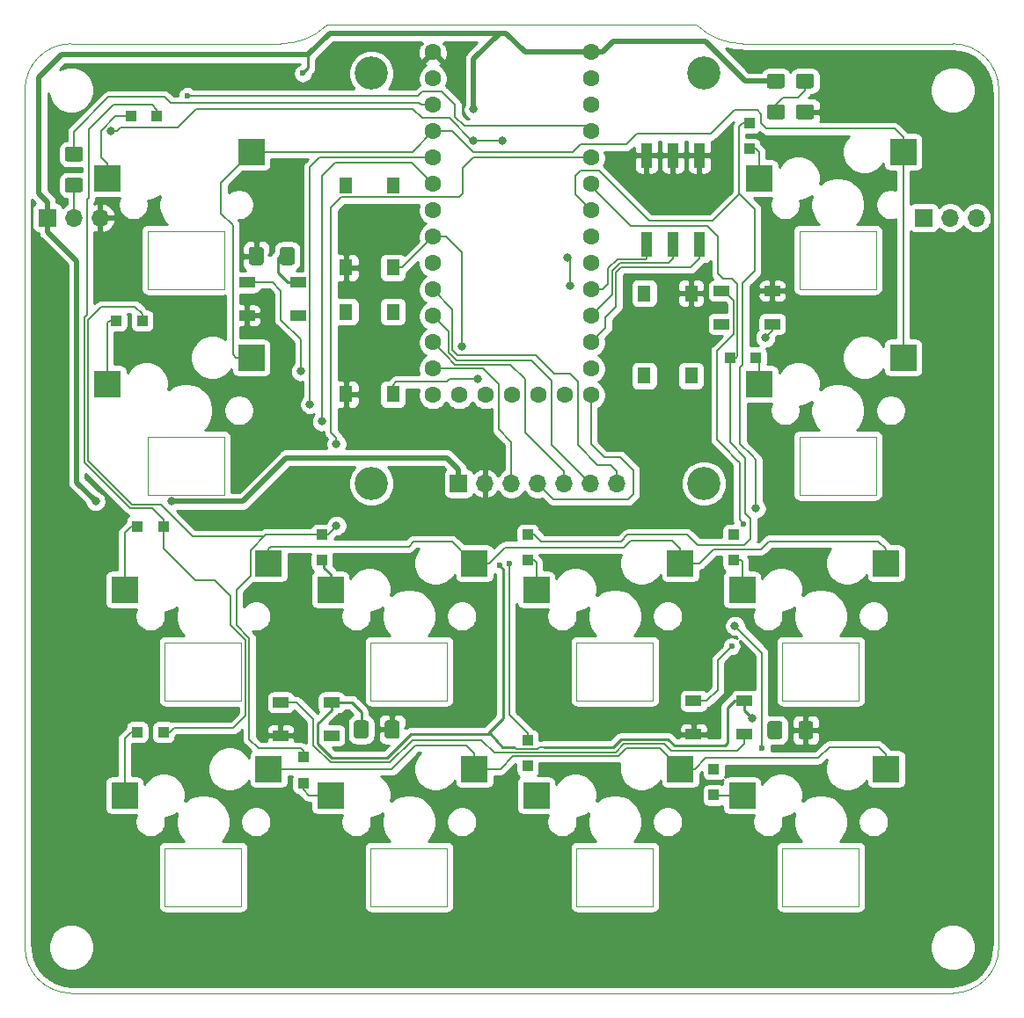
<source format=gbr>
G04 #@! TF.GenerationSoftware,KiCad,Pcbnew,(5.1.6)-1*
G04 #@! TF.CreationDate,2020-07-03T23:32:01-07:00*
G04 #@! TF.ProjectId,keypadV2,6b657970-6164-4563-922e-6b696361645f,rev?*
G04 #@! TF.SameCoordinates,Original*
G04 #@! TF.FileFunction,Copper,L2,Bot*
G04 #@! TF.FilePolarity,Positive*
%FSLAX46Y46*%
G04 Gerber Fmt 4.6, Leading zero omitted, Abs format (unit mm)*
G04 Created by KiCad (PCBNEW (5.1.6)-1) date 2020-07-03 23:32:01*
%MOMM*%
%LPD*%
G01*
G04 APERTURE LIST*
G04 #@! TA.AperFunction,Profile*
%ADD10C,0.050000*%
G04 #@! TD*
G04 #@! TA.AperFunction,Profile*
%ADD11C,0.120000*%
G04 #@! TD*
G04 #@! TA.AperFunction,ComponentPad*
%ADD12C,3.200000*%
G04 #@! TD*
G04 #@! TA.AperFunction,ComponentPad*
%ADD13R,1.700000X1.700000*%
G04 #@! TD*
G04 #@! TA.AperFunction,ComponentPad*
%ADD14O,1.700000X1.700000*%
G04 #@! TD*
G04 #@! TA.AperFunction,SMDPad,CuDef*
%ADD15R,1.500000X1.000000*%
G04 #@! TD*
G04 #@! TA.AperFunction,SMDPad,CuDef*
%ADD16R,1.000000X1.000000*%
G04 #@! TD*
G04 #@! TA.AperFunction,SMDPad,CuDef*
%ADD17R,1.300000X1.550000*%
G04 #@! TD*
G04 #@! TA.AperFunction,SMDPad,CuDef*
%ADD18R,1.130000X2.440000*%
G04 #@! TD*
G04 #@! TA.AperFunction,ComponentPad*
%ADD19C,1.600000*%
G04 #@! TD*
G04 #@! TA.AperFunction,SMDPad,CuDef*
%ADD20R,2.550000X2.500000*%
G04 #@! TD*
G04 #@! TA.AperFunction,ViaPad*
%ADD21C,0.600000*%
G04 #@! TD*
G04 #@! TA.AperFunction,ViaPad*
%ADD22C,1.200000*%
G04 #@! TD*
G04 #@! TA.AperFunction,ViaPad*
%ADD23C,0.800000*%
G04 #@! TD*
G04 #@! TA.AperFunction,Conductor*
%ADD24C,0.500000*%
G04 #@! TD*
G04 #@! TA.AperFunction,Conductor*
%ADD25C,0.250000*%
G04 #@! TD*
G04 #@! TA.AperFunction,Conductor*
%ADD26C,0.135000*%
G04 #@! TD*
G04 #@! TA.AperFunction,Conductor*
%ADD27C,0.200000*%
G04 #@! TD*
G04 #@! TA.AperFunction,Conductor*
%ADD28C,0.254000*%
G04 #@! TD*
G04 APERTURE END LIST*
D10*
X154178000Y-69024500D02*
X154178000Y-63436500D01*
X146812000Y-69024500D02*
X154178000Y-69024500D01*
X154178000Y-63436500D02*
X146812000Y-63436500D01*
X146812000Y-63436500D02*
X146812000Y-69024500D01*
X154178000Y-88836500D02*
X154178000Y-83248500D01*
X146812000Y-88836500D02*
X154178000Y-88836500D01*
X154178000Y-83248500D02*
X146812000Y-83248500D01*
X146812000Y-83248500D02*
X146812000Y-88836500D01*
X155829000Y-108648500D02*
X155829000Y-103060500D01*
X148463000Y-108648500D02*
X155829000Y-108648500D01*
X155829000Y-103060500D02*
X148463000Y-103060500D01*
X148463000Y-103060500D02*
X148463000Y-108648500D01*
X155829000Y-128460500D02*
X155829000Y-122872500D01*
X148463000Y-128460500D02*
X155829000Y-128460500D01*
X155829000Y-122872500D02*
X148463000Y-122872500D01*
X148463000Y-122872500D02*
X148463000Y-128460500D01*
X175641000Y-128460500D02*
X175641000Y-122872500D01*
X168275000Y-128460500D02*
X175641000Y-128460500D01*
X175641000Y-122872500D02*
X168275000Y-122872500D01*
X168275000Y-122872500D02*
X168275000Y-128460500D01*
X175641000Y-108648500D02*
X175641000Y-103060500D01*
X168275000Y-108648500D02*
X175641000Y-108648500D01*
X175641000Y-103060500D02*
X168275000Y-103060500D01*
X168275000Y-103060500D02*
X168275000Y-108648500D01*
X195453000Y-108648500D02*
X195453000Y-103060500D01*
X188087000Y-108648500D02*
X195453000Y-108648500D01*
X195453000Y-103060500D02*
X188087000Y-103060500D01*
X188087000Y-103060500D02*
X188087000Y-108648500D01*
X195453000Y-128460500D02*
X195453000Y-122872500D01*
X188087000Y-128460500D02*
X195453000Y-128460500D01*
X195453000Y-122872500D02*
X188087000Y-122872500D01*
X188087000Y-122872500D02*
X188087000Y-128460500D01*
X215265000Y-128460500D02*
X215265000Y-122872500D01*
X207899000Y-128460500D02*
X215265000Y-128460500D01*
X215265000Y-122872500D02*
X207899000Y-122872500D01*
X207899000Y-122872500D02*
X207899000Y-128460500D01*
X215265000Y-108648500D02*
X215265000Y-103060500D01*
X207899000Y-108648500D02*
X215265000Y-108648500D01*
X215265000Y-103060500D02*
X207899000Y-103060500D01*
X207899000Y-103060500D02*
X207899000Y-108648500D01*
X216916000Y-83248500D02*
X209550000Y-83248500D01*
X209550000Y-88836500D02*
X216916000Y-88836500D01*
X216916000Y-88836500D02*
X216916000Y-83248500D01*
X209550000Y-83248500D02*
X209550000Y-88836500D01*
X216916000Y-69024500D02*
X216916000Y-63436500D01*
X209550000Y-69024500D02*
X216916000Y-69024500D01*
X209550000Y-63436500D02*
X209550000Y-69024500D01*
X216916000Y-63436500D02*
X209550000Y-63436500D01*
X224282000Y-45402500D02*
X204089000Y-45402500D01*
X199459533Y-43557442D02*
X164268467Y-43557442D01*
X199728941Y-43669034D02*
G75*
G03*
X204089000Y-45402500I4360059J4616534D01*
G01*
X199728941Y-43669034D02*
G75*
G03*
X199459533Y-43557442I-269408J-269408D01*
G01*
X163999059Y-43669034D02*
G75*
G02*
X164268467Y-43557442I269408J-269408D01*
G01*
X163999059Y-43669034D02*
G75*
G02*
X159639000Y-45402500I-4360059J4616534D01*
G01*
X139446000Y-45402500D02*
X159639000Y-45402500D01*
X135001000Y-49847500D02*
X135001000Y-132397500D01*
X224282000Y-136842500D02*
X139446000Y-136842500D01*
X228727000Y-49847500D02*
X228727000Y-132397500D01*
D11*
X135001000Y-49847500D02*
G75*
G02*
X139446000Y-45402500I4445000J0D01*
G01*
X224282000Y-45402500D02*
G75*
G02*
X228727000Y-49847500I0J-4445000D01*
G01*
X228727000Y-132397500D02*
G75*
G02*
X224282000Y-136842500I-4445000J0D01*
G01*
X139446000Y-136842500D02*
G75*
G02*
X135001000Y-132397500I0J4445000D01*
G01*
D12*
X200329800Y-87757000D03*
X200329800Y-48260000D03*
X168325800Y-48260000D03*
X168325800Y-87757000D03*
D13*
X221488000Y-62166500D03*
D14*
X224028000Y-62166500D03*
X226568000Y-62166500D03*
D15*
X164502000Y-108826500D03*
X164502000Y-112026500D03*
X159602000Y-108826500D03*
X159602000Y-112026500D03*
G04 #@! TA.AperFunction,SMDPad,CuDef*
G36*
G01*
X160950000Y-65224500D02*
X160950000Y-66474500D01*
G75*
G02*
X160700000Y-66724500I-250000J0D01*
G01*
X159775000Y-66724500D01*
G75*
G02*
X159525000Y-66474500I0J250000D01*
G01*
X159525000Y-65224500D01*
G75*
G02*
X159775000Y-64974500I250000J0D01*
G01*
X160700000Y-64974500D01*
G75*
G02*
X160950000Y-65224500I0J-250000D01*
G01*
G37*
G04 #@! TD.AperFunction*
G04 #@! TA.AperFunction,SMDPad,CuDef*
G36*
G01*
X157975000Y-65224500D02*
X157975000Y-66474500D01*
G75*
G02*
X157725000Y-66724500I-250000J0D01*
G01*
X156800000Y-66724500D01*
G75*
G02*
X156550000Y-66474500I0J250000D01*
G01*
X156550000Y-65224500D01*
G75*
G02*
X156800000Y-64974500I250000J0D01*
G01*
X157725000Y-64974500D01*
G75*
G02*
X157975000Y-65224500I0J-250000D01*
G01*
G37*
G04 #@! TD.AperFunction*
G04 #@! TA.AperFunction,SMDPad,CuDef*
G36*
G01*
X166646500Y-112067500D02*
X166646500Y-110817500D01*
G75*
G02*
X166896500Y-110567500I250000J0D01*
G01*
X167821500Y-110567500D01*
G75*
G02*
X168071500Y-110817500I0J-250000D01*
G01*
X168071500Y-112067500D01*
G75*
G02*
X167821500Y-112317500I-250000J0D01*
G01*
X166896500Y-112317500D01*
G75*
G02*
X166646500Y-112067500I0J250000D01*
G01*
G37*
G04 #@! TD.AperFunction*
G04 #@! TA.AperFunction,SMDPad,CuDef*
G36*
G01*
X169621500Y-112067500D02*
X169621500Y-110817500D01*
G75*
G02*
X169871500Y-110567500I250000J0D01*
G01*
X170796500Y-110567500D01*
G75*
G02*
X171046500Y-110817500I0J-250000D01*
G01*
X171046500Y-112067500D01*
G75*
G02*
X170796500Y-112317500I-250000J0D01*
G01*
X169871500Y-112317500D01*
G75*
G02*
X169621500Y-112067500I0J250000D01*
G01*
G37*
G04 #@! TD.AperFunction*
G04 #@! TA.AperFunction,SMDPad,CuDef*
G36*
G01*
X206461000Y-112131000D02*
X206461000Y-110881000D01*
G75*
G02*
X206711000Y-110631000I250000J0D01*
G01*
X207636000Y-110631000D01*
G75*
G02*
X207886000Y-110881000I0J-250000D01*
G01*
X207886000Y-112131000D01*
G75*
G02*
X207636000Y-112381000I-250000J0D01*
G01*
X206711000Y-112381000D01*
G75*
G02*
X206461000Y-112131000I0J250000D01*
G01*
G37*
G04 #@! TD.AperFunction*
G04 #@! TA.AperFunction,SMDPad,CuDef*
G36*
G01*
X209436000Y-112131000D02*
X209436000Y-110881000D01*
G75*
G02*
X209686000Y-110631000I250000J0D01*
G01*
X210611000Y-110631000D01*
G75*
G02*
X210861000Y-110881000I0J-250000D01*
G01*
X210861000Y-112131000D01*
G75*
G02*
X210611000Y-112381000I-250000J0D01*
G01*
X209686000Y-112381000D01*
G75*
G02*
X209436000Y-112131000I0J250000D01*
G01*
G37*
G04 #@! TD.AperFunction*
D16*
X145181000Y-52387500D03*
X147681000Y-52387500D03*
X143784000Y-72072500D03*
X146284000Y-72072500D03*
X202839000Y-75628500D03*
X205339000Y-75628500D03*
X204724000Y-55542500D03*
X204724000Y-53042500D03*
X148316000Y-91884500D03*
X145816000Y-91884500D03*
X163576000Y-95166500D03*
X163576000Y-92666500D03*
X183388000Y-92666500D03*
X183388000Y-95166500D03*
X203200000Y-92666500D03*
X203200000Y-95166500D03*
X148316000Y-111696500D03*
X145816000Y-111696500D03*
X161798000Y-116629500D03*
X161798000Y-114129500D03*
X183388000Y-112478500D03*
X183388000Y-114978500D03*
X201295000Y-117772500D03*
X201295000Y-115272500D03*
G04 #@! TA.AperFunction,SMDPad,CuDef*
G36*
G01*
X210683000Y-52682500D02*
X209433000Y-52682500D01*
G75*
G02*
X209183000Y-52432500I0J250000D01*
G01*
X209183000Y-51507500D01*
G75*
G02*
X209433000Y-51257500I250000J0D01*
G01*
X210683000Y-51257500D01*
G75*
G02*
X210933000Y-51507500I0J-250000D01*
G01*
X210933000Y-52432500D01*
G75*
G02*
X210683000Y-52682500I-250000J0D01*
G01*
G37*
G04 #@! TD.AperFunction*
G04 #@! TA.AperFunction,SMDPad,CuDef*
G36*
G01*
X210683000Y-49707500D02*
X209433000Y-49707500D01*
G75*
G02*
X209183000Y-49457500I0J250000D01*
G01*
X209183000Y-48532500D01*
G75*
G02*
X209433000Y-48282500I250000J0D01*
G01*
X210683000Y-48282500D01*
G75*
G02*
X210933000Y-48532500I0J-250000D01*
G01*
X210933000Y-49457500D01*
G75*
G02*
X210683000Y-49707500I-250000J0D01*
G01*
G37*
G04 #@! TD.AperFunction*
D15*
X156363500Y-71577000D03*
X156363500Y-68377000D03*
X161263500Y-71577000D03*
X161263500Y-68377000D03*
X199353000Y-111899500D03*
X199353000Y-108699500D03*
X204253000Y-111899500D03*
X204253000Y-108699500D03*
X202020000Y-72402500D03*
X202020000Y-69202500D03*
X206920000Y-72402500D03*
X206920000Y-69202500D03*
G04 #@! TA.AperFunction,SMDPad,CuDef*
G36*
G01*
X206639000Y-48282500D02*
X207889000Y-48282500D01*
G75*
G02*
X208139000Y-48532500I0J-250000D01*
G01*
X208139000Y-49457500D01*
G75*
G02*
X207889000Y-49707500I-250000J0D01*
G01*
X206639000Y-49707500D01*
G75*
G02*
X206389000Y-49457500I0J250000D01*
G01*
X206389000Y-48532500D01*
G75*
G02*
X206639000Y-48282500I250000J0D01*
G01*
G37*
G04 #@! TD.AperFunction*
G04 #@! TA.AperFunction,SMDPad,CuDef*
G36*
G01*
X206639000Y-51257500D02*
X207889000Y-51257500D01*
G75*
G02*
X208139000Y-51507500I0J-250000D01*
G01*
X208139000Y-52432500D01*
G75*
G02*
X207889000Y-52682500I-250000J0D01*
G01*
X206639000Y-52682500D01*
G75*
G02*
X206389000Y-52432500I0J250000D01*
G01*
X206389000Y-51507500D01*
G75*
G02*
X206639000Y-51257500I250000J0D01*
G01*
G37*
G04 #@! TD.AperFunction*
D17*
X170398000Y-59017000D03*
X170398000Y-66967000D03*
X165898000Y-59017000D03*
X165898000Y-66967000D03*
X165898000Y-79159000D03*
X165898000Y-71209000D03*
X170398000Y-79159000D03*
X170398000Y-71209000D03*
X194600000Y-77381000D03*
X194600000Y-69431000D03*
X199100000Y-77381000D03*
X199100000Y-69431000D03*
D18*
X199898000Y-56147000D03*
X199898000Y-64757000D03*
X197358000Y-56147000D03*
X197358000Y-64757000D03*
X194818000Y-56147000D03*
X194818000Y-64757000D03*
D14*
X191960500Y-87757000D03*
X189420500Y-87757000D03*
X186880500Y-87757000D03*
X184340500Y-87757000D03*
X181800500Y-87757000D03*
X179260500Y-87757000D03*
D13*
X176720500Y-87757000D03*
D19*
X174244000Y-79248000D03*
X189484000Y-79248000D03*
X186944000Y-79248000D03*
X174244000Y-46228000D03*
X189484000Y-56388000D03*
X189484000Y-58928000D03*
X174244000Y-53848000D03*
X184404000Y-79248000D03*
X189484000Y-48768000D03*
X174244000Y-58928000D03*
X189484000Y-53848000D03*
X179324000Y-79248000D03*
X174244000Y-56388000D03*
X174244000Y-76708000D03*
X174244000Y-74168000D03*
X174244000Y-61468000D03*
X174244000Y-64008000D03*
X174244000Y-66548000D03*
X174244000Y-69088000D03*
X174244000Y-71628000D03*
X189484000Y-51308000D03*
X189484000Y-61468000D03*
X189484000Y-71628000D03*
X189484000Y-76708000D03*
X181864000Y-79248000D03*
X174244000Y-48768000D03*
X176784000Y-79248000D03*
X174244000Y-51308000D03*
X189484000Y-46228000D03*
X189484000Y-66548000D03*
X189484000Y-74168000D03*
X189484000Y-64008000D03*
X189484000Y-69088000D03*
D20*
X156785000Y-55816500D03*
X142935000Y-58356500D03*
X142935000Y-78168500D03*
X156785000Y-75628500D03*
X219523000Y-75628500D03*
X205673000Y-78168500D03*
X205673000Y-58356500D03*
X219523000Y-55816500D03*
X158436000Y-95440500D03*
X144586000Y-97980500D03*
X178248000Y-95440500D03*
X164398000Y-97980500D03*
X184210000Y-97980500D03*
X198060000Y-95440500D03*
X217872000Y-95440500D03*
X204022000Y-97980500D03*
X144586000Y-117792500D03*
X158436000Y-115252500D03*
X164398000Y-117792500D03*
X178248000Y-115252500D03*
X198060000Y-115252500D03*
X184210000Y-117792500D03*
X204022000Y-117792500D03*
X217872000Y-115252500D03*
D13*
X137160000Y-62166500D03*
D14*
X139700000Y-62166500D03*
X142240000Y-62166500D03*
G04 #@! TA.AperFunction,SMDPad,CuDef*
G36*
G01*
X140325000Y-59731000D02*
X139075000Y-59731000D01*
G75*
G02*
X138825000Y-59481000I0J250000D01*
G01*
X138825000Y-58556000D01*
G75*
G02*
X139075000Y-58306000I250000J0D01*
G01*
X140325000Y-58306000D01*
G75*
G02*
X140575000Y-58556000I0J-250000D01*
G01*
X140575000Y-59481000D01*
G75*
G02*
X140325000Y-59731000I-250000J0D01*
G01*
G37*
G04 #@! TD.AperFunction*
G04 #@! TA.AperFunction,SMDPad,CuDef*
G36*
G01*
X140325000Y-56756000D02*
X139075000Y-56756000D01*
G75*
G02*
X138825000Y-56506000I0J250000D01*
G01*
X138825000Y-55581000D01*
G75*
G02*
X139075000Y-55331000I250000J0D01*
G01*
X140325000Y-55331000D01*
G75*
G02*
X140575000Y-55581000I0J-250000D01*
G01*
X140575000Y-56506000D01*
G75*
G02*
X140325000Y-56756000I-250000J0D01*
G01*
G37*
G04 #@! TD.AperFunction*
D21*
X157264100Y-65836800D03*
D22*
X215138000Y-48514000D03*
X216662000Y-48514000D03*
X215138000Y-50038000D03*
X216662000Y-50038000D03*
X218186000Y-50038000D03*
X218186000Y-48514000D03*
X218186000Y-51562000D03*
X216662000Y-51562000D03*
X215138000Y-51562000D03*
X195580000Y-59436000D03*
X197358000Y-59436000D03*
X199136000Y-59436000D03*
X198120000Y-60706000D03*
X196342000Y-60706000D03*
D23*
X160782000Y-100584000D03*
X160782000Y-101600000D03*
X160782000Y-102616000D03*
X159766000Y-102616000D03*
X159766000Y-101600000D03*
X159766000Y-100584000D03*
X160782000Y-99568000D03*
X159766000Y-99568000D03*
D21*
X180657500Y-95651236D03*
X160237500Y-65849500D03*
X161734500Y-48260000D03*
D23*
X141795500Y-89471500D03*
X149098000Y-89471500D03*
X178181000Y-51725500D03*
X202020000Y-72402500D03*
X204978000Y-110363000D03*
X207173500Y-111506000D03*
D21*
X150622000Y-50431700D03*
X147681000Y-52387500D03*
D23*
X164973000Y-91821000D03*
X164973000Y-83947000D03*
D21*
X183388000Y-92710000D03*
X181610000Y-95504000D03*
X201295000Y-115272500D03*
X205930500Y-113220500D03*
X203200000Y-92666500D03*
D23*
X203327000Y-101473000D03*
X205359000Y-90170000D03*
D21*
X184200800Y-117741700D03*
X183388000Y-114978500D03*
D23*
X161544000Y-76962000D03*
X164502000Y-112026500D03*
D21*
X204152500Y-91630500D03*
X203009500Y-103441500D03*
D23*
X143256000Y-53848000D03*
X178181000Y-54700500D03*
X180975000Y-54737000D03*
X187452000Y-68707000D03*
X187198000Y-66040000D03*
D21*
X158436000Y-95440500D03*
D23*
X162433000Y-80137000D03*
D21*
X158436000Y-115252500D03*
D23*
X163576000Y-81788000D03*
X177038000Y-74549000D03*
X178562000Y-77724000D03*
X194600000Y-69431000D03*
X206248000Y-73709500D03*
D24*
X162255200Y-46469300D02*
X138531600Y-46469300D01*
X138531600Y-46469300D02*
X136347200Y-48653700D01*
X136347200Y-48653700D02*
X136347200Y-59829700D01*
X137160000Y-60642500D02*
X137160000Y-62166500D01*
X136347200Y-59829700D02*
X137160000Y-60642500D01*
X137160000Y-62166500D02*
X137160000Y-63516500D01*
D25*
X181038500Y-96032236D02*
X180657500Y-95651236D01*
X181038500Y-110363000D02*
X181038500Y-96032236D01*
X160263500Y-68377000D02*
X159321500Y-67435000D01*
X161263500Y-68377000D02*
X160263500Y-68377000D01*
X159525000Y-65849500D02*
X160237500Y-65849500D01*
X159321500Y-66053000D02*
X159525000Y-65849500D01*
X159321500Y-67435000D02*
X159321500Y-66053000D01*
X162255200Y-46469300D02*
X162255200Y-47739300D01*
X162255200Y-47739300D02*
X161734500Y-48260000D01*
D24*
X139961620Y-87637620D02*
X141795500Y-89471500D01*
X141795500Y-89471500D02*
X141795500Y-89471500D01*
X149098000Y-89471500D02*
X155956000Y-89471500D01*
X155956000Y-89471500D02*
X160147000Y-85280500D01*
X175594000Y-85280500D02*
X176720500Y-86407000D01*
X176720500Y-86407000D02*
X176720500Y-87757000D01*
X160147000Y-85280500D02*
X175594000Y-85280500D01*
D25*
X179578000Y-111823500D02*
X181038500Y-110363000D01*
X203253000Y-108699500D02*
X202628500Y-109324000D01*
X204253000Y-108699500D02*
X203253000Y-108699500D01*
X202628500Y-112776000D02*
X202374500Y-113030000D01*
X202628500Y-109324000D02*
X202628500Y-112776000D01*
X202374500Y-113030000D02*
X197510400Y-113030000D01*
X197510400Y-113030000D02*
X196875400Y-112395000D01*
X196875400Y-112395000D02*
X192405000Y-112395000D01*
X192405000Y-112395000D02*
X191617600Y-113182400D01*
X191617600Y-113182400D02*
X184937400Y-113182400D01*
D26*
X184480200Y-113182400D02*
X184332610Y-113329990D01*
X184937400Y-113182400D02*
X184480200Y-113182400D01*
X184332610Y-113329990D02*
X182316390Y-113329990D01*
X182316390Y-113329990D02*
X182143400Y-113157000D01*
D25*
X182143400Y-113157000D02*
X180911500Y-113157000D01*
X172110400Y-111912400D02*
X179806600Y-111912400D01*
X169849800Y-114173000D02*
X172110400Y-111912400D01*
X164515800Y-114173000D02*
X169849800Y-114173000D01*
X163169600Y-112826800D02*
X164515800Y-114173000D01*
X164502000Y-109576500D02*
X163169600Y-110908900D01*
X180911500Y-113157000D02*
X179806600Y-111912400D01*
X179806600Y-111912400D02*
X179578000Y-111823500D01*
X164502000Y-108826500D02*
X164502000Y-109576500D01*
X163169600Y-110908900D02*
X163169600Y-112826800D01*
D27*
X204281100Y-48995000D02*
X207264000Y-48995000D01*
D24*
X164338000Y-44386500D02*
X162255200Y-46469300D01*
X181292500Y-44386500D02*
X180657500Y-44386500D01*
X181292500Y-44386500D02*
X164338000Y-44386500D01*
X180657500Y-44386500D02*
X178181000Y-46863000D01*
X178181000Y-46863000D02*
X178181000Y-51725500D01*
X183134000Y-46228000D02*
X189484000Y-46228000D01*
X181292500Y-44386500D02*
X183134000Y-46228000D01*
X204316000Y-48995000D02*
X207264000Y-48995000D01*
X200533000Y-45212000D02*
X204316000Y-48995000D01*
X191631370Y-45212000D02*
X200533000Y-45212000D01*
X189484000Y-46228000D02*
X190615370Y-46228000D01*
X190615370Y-46228000D02*
X191631370Y-45212000D01*
X139961620Y-66318120D02*
X137160000Y-63516500D01*
X139961620Y-87637620D02*
X139961620Y-66318120D01*
D25*
X204253000Y-108699500D02*
X204253000Y-109638000D01*
X204253000Y-109638000D02*
X204978000Y-110363000D01*
X167359000Y-111442500D02*
X167359000Y-109764500D01*
X166421000Y-108826500D02*
X164502000Y-108826500D01*
X167359000Y-109764500D02*
X166421000Y-108826500D01*
D26*
X142935000Y-56971500D02*
X142290800Y-56327300D01*
X142935000Y-58356500D02*
X142935000Y-56971500D01*
X142290800Y-56327300D02*
X142290800Y-53784500D01*
X143687800Y-52387500D02*
X145181000Y-52387500D01*
X142290800Y-53784500D02*
X143687800Y-52387500D01*
X151409400Y-97104200D02*
X148316000Y-94010800D01*
X153289000Y-97104200D02*
X151409400Y-97104200D01*
X154762200Y-98577400D02*
X153289000Y-97104200D01*
X154762200Y-101371400D02*
X154762200Y-98577400D01*
X148316000Y-94010800D02*
X148316000Y-91884500D01*
X156235400Y-102844600D02*
X154762200Y-101371400D01*
X148951000Y-111696500D02*
X149344700Y-111302800D01*
X148316000Y-111696500D02*
X148951000Y-111696500D01*
X149344700Y-111302800D02*
X155067000Y-111302800D01*
X155067000Y-111302800D02*
X156235400Y-110134400D01*
X156235400Y-110134400D02*
X156235400Y-102844600D01*
X162102800Y-50431700D02*
X150622000Y-50431700D01*
X172834300Y-50431700D02*
X162102800Y-50431700D01*
X173228000Y-50038000D02*
X172834300Y-50431700D01*
X176403000Y-51308000D02*
X175133000Y-50038000D01*
X189484000Y-53721000D02*
X189103000Y-53340000D01*
X189103000Y-53340000D02*
X177292000Y-53340000D01*
X175133000Y-50038000D02*
X173228000Y-50038000D01*
X189484000Y-53848000D02*
X189484000Y-53721000D01*
X177292000Y-53340000D02*
X176403000Y-52451000D01*
X176403000Y-52451000D02*
X176403000Y-51308000D01*
X143510000Y-51308000D02*
X141160500Y-53657500D01*
X141160500Y-53657500D02*
X141160500Y-60261500D01*
X140716000Y-85725000D02*
X145161000Y-90170000D01*
X147236500Y-51308000D02*
X143510000Y-51308000D01*
X148316000Y-91249500D02*
X148316000Y-91884500D01*
X140970000Y-60452000D02*
X140970000Y-71501000D01*
X147236500Y-90170000D02*
X148316000Y-91249500D01*
X145161000Y-90170000D02*
X147236500Y-90170000D01*
X147681000Y-52387500D02*
X147681000Y-51752500D01*
X147681000Y-51752500D02*
X147236500Y-51308000D01*
X141160500Y-60261500D02*
X140970000Y-60452000D01*
X140970000Y-71501000D02*
X140716000Y-71755000D01*
X140716000Y-71755000D02*
X140716000Y-85725000D01*
X143149000Y-72072500D02*
X143784000Y-72072500D01*
X142935000Y-72286500D02*
X143149000Y-72072500D01*
X142935000Y-78168500D02*
X142935000Y-72286500D01*
X162941000Y-92666500D02*
X163576000Y-92666500D01*
X156591000Y-102666800D02*
X155346400Y-101422200D01*
X157467300Y-113271300D02*
X156591000Y-112395000D01*
X161574800Y-113271300D02*
X157467300Y-113271300D01*
X156591000Y-112395000D02*
X156591000Y-102666800D01*
X161798000Y-113494500D02*
X161574800Y-113271300D01*
X161798000Y-114129500D02*
X161798000Y-113494500D01*
X156692600Y-94177398D02*
X158203498Y-92666500D01*
X155346400Y-101422200D02*
X155346400Y-97967800D01*
X156692600Y-96621600D02*
X156692600Y-94177398D01*
X158203498Y-92666500D02*
X162941000Y-92666500D01*
X155346400Y-97967800D02*
X156692600Y-96621600D01*
X146284000Y-71437500D02*
X145585500Y-70739000D01*
X146284000Y-72072500D02*
X146284000Y-71437500D01*
X145585500Y-70739000D02*
X142367000Y-70739000D01*
X142367000Y-70739000D02*
X141097000Y-72009000D01*
X141097000Y-72009000D02*
X141097000Y-85598000D01*
X141097000Y-85598000D02*
X142494000Y-86995000D01*
X142494000Y-86995000D02*
X145288000Y-89789000D01*
X145288000Y-89789000D02*
X148082000Y-89789000D01*
X148082000Y-89789000D02*
X151130000Y-92837000D01*
X151130000Y-92837000D02*
X157988000Y-92837000D01*
X164973000Y-91904500D02*
X164973000Y-91821000D01*
X163576000Y-92666500D02*
X164211000Y-92666500D01*
X164211000Y-92666500D02*
X164973000Y-91904500D01*
X164973000Y-83381315D02*
X164973000Y-83947000D01*
X164465000Y-82873315D02*
X164973000Y-83381315D01*
X165481000Y-60198000D02*
X164465000Y-61214000D01*
X178181000Y-56388000D02*
X177165000Y-57404000D01*
X189484000Y-56388000D02*
X178181000Y-56388000D01*
X177165000Y-59817000D02*
X176784000Y-60198000D01*
X164465000Y-61214000D02*
X164465000Y-82873315D01*
X177165000Y-57404000D02*
X177165000Y-59817000D01*
X176784000Y-60198000D02*
X165481000Y-60198000D01*
X183388000Y-111843500D02*
X181610000Y-110065500D01*
X183388000Y-112478500D02*
X183388000Y-111843500D01*
X181610000Y-110065500D02*
X181610000Y-95504000D01*
X198755000Y-92710000D02*
X199707500Y-93662500D01*
X184023000Y-92666500D02*
X184701500Y-93345000D01*
X204216000Y-93662500D02*
X204279500Y-93599000D01*
X183388000Y-92666500D02*
X184023000Y-92666500D01*
X192976500Y-92710000D02*
X198755000Y-92710000D01*
X199707500Y-93662500D02*
X204216000Y-93662500D01*
X184701500Y-93345000D02*
X192341500Y-93345000D01*
X192341500Y-93345000D02*
X192976500Y-92710000D01*
X204279500Y-93599000D02*
X204343000Y-93599000D01*
X204343000Y-93599000D02*
X204851000Y-93091000D01*
X204851000Y-93091000D02*
X204851000Y-91186000D01*
X204851000Y-91186000D02*
X204343000Y-90678000D01*
X204343000Y-90678000D02*
X204343000Y-85280500D01*
X202839000Y-83776500D02*
X202839000Y-75628500D01*
X204343000Y-85280500D02*
X202839000Y-83776500D01*
X203581000Y-68580000D02*
X203581000Y-75521500D01*
X203073000Y-68072000D02*
X203581000Y-68580000D01*
X202184000Y-68072000D02*
X203073000Y-68072000D01*
X203581000Y-75521500D02*
X203474000Y-75628500D01*
X201676000Y-67564000D02*
X202184000Y-68072000D01*
X189484000Y-58928000D02*
X189484000Y-59182000D01*
X193294000Y-62992000D02*
X200660000Y-62992000D01*
X189484000Y-59182000D02*
X193294000Y-62992000D01*
X200660000Y-62992000D02*
X201676000Y-64008000D01*
X203474000Y-75628500D02*
X202839000Y-75628500D01*
X201676000Y-64008000D02*
X201676000Y-67564000D01*
X205673000Y-75962500D02*
X205339000Y-75628500D01*
X205673000Y-78168500D02*
X205673000Y-75962500D01*
X205359000Y-55542500D02*
X204724000Y-55542500D01*
X205673000Y-55856500D02*
X205359000Y-55542500D01*
X205673000Y-58356500D02*
X205673000Y-55856500D01*
X203200000Y-92666500D02*
X203200000Y-92666500D01*
X204089000Y-53042500D02*
X203708000Y-53423500D01*
X204724000Y-53042500D02*
X204089000Y-53042500D01*
X203708000Y-53423500D02*
X203708000Y-59817000D01*
X203708000Y-59817000D02*
X205232000Y-61341000D01*
X205232000Y-61341000D02*
X205232000Y-67310000D01*
X205232000Y-67310000D02*
X204089000Y-68453000D01*
X204089000Y-68453000D02*
X204089000Y-73406000D01*
X204089000Y-73406000D02*
X204089000Y-76327000D01*
X204089000Y-76327000D02*
X203835000Y-76581000D01*
X203835000Y-76581000D02*
X203835000Y-83947000D01*
X203835000Y-83947000D02*
X204978000Y-85090000D01*
X204978000Y-85090000D02*
X205359000Y-85471000D01*
X205359000Y-85471000D02*
X205359000Y-87757000D01*
X205359000Y-87757000D02*
X205359000Y-90170000D01*
X205930500Y-104076500D02*
X203327000Y-101473000D01*
X205930500Y-113220500D02*
X205930500Y-104076500D01*
X205359000Y-90170000D02*
X205359000Y-90170000D01*
X189484000Y-61468000D02*
X187960000Y-59944000D01*
X187960000Y-59944000D02*
X187960000Y-58166000D01*
X187960000Y-58166000D02*
X188468000Y-57658000D01*
X188468000Y-57658000D02*
X190246000Y-57658000D01*
X190246000Y-57658000D02*
X195072000Y-62484000D01*
X195072000Y-62484000D02*
X201168000Y-62484000D01*
X201168000Y-62484000D02*
X203708000Y-59944000D01*
X203708000Y-59944000D02*
X203708000Y-59817000D01*
X145181000Y-91884500D02*
X145816000Y-91884500D01*
X144586000Y-92479500D02*
X145181000Y-91884500D01*
X144586000Y-97980500D02*
X144586000Y-92479500D01*
D25*
X164398000Y-96480500D02*
X163766500Y-95849000D01*
X164398000Y-97980500D02*
X164398000Y-96480500D01*
X163766500Y-95357000D02*
X163576000Y-95166500D01*
X163766500Y-95849000D02*
X163766500Y-95357000D01*
D26*
X184023000Y-95166500D02*
X183388000Y-95166500D01*
X184210000Y-95353500D02*
X184023000Y-95166500D01*
X184210000Y-97980500D02*
X184210000Y-95353500D01*
D27*
X204022000Y-95288500D02*
X203900000Y-95166500D01*
X203900000Y-95166500D02*
X203200000Y-95166500D01*
X204022000Y-97980500D02*
X204022000Y-95288500D01*
D26*
X145181000Y-111696500D02*
X145816000Y-111696500D01*
X144586000Y-112291500D02*
X145181000Y-111696500D01*
X144586000Y-117792500D02*
X144586000Y-112291500D01*
X161798000Y-117264500D02*
X161798000Y-116629500D01*
X162326000Y-117792500D02*
X161798000Y-117264500D01*
X164398000Y-117792500D02*
X162326000Y-117792500D01*
X201315000Y-117792500D02*
X201295000Y-117772500D01*
X204022000Y-117792500D02*
X201315000Y-117792500D01*
D27*
X207264000Y-51257500D02*
X207937400Y-50584100D01*
X207264000Y-51970000D02*
X207264000Y-51257500D01*
X207937400Y-50584100D02*
X209397600Y-50584100D01*
X210058000Y-49923700D02*
X210058000Y-48995000D01*
X209397600Y-50584100D02*
X210058000Y-49923700D01*
D26*
X161544000Y-76962000D02*
X161544000Y-73914000D01*
X161544000Y-73914000D02*
X159639000Y-72009000D01*
X159639000Y-72009000D02*
X159639000Y-69215000D01*
X158801000Y-68377000D02*
X156363500Y-68377000D01*
X159639000Y-69215000D02*
X158801000Y-68377000D01*
X162750500Y-110490000D02*
X161087000Y-108826500D01*
X162750500Y-112966500D02*
X162750500Y-110490000D01*
X164401500Y-114617500D02*
X162750500Y-112966500D01*
X161087000Y-108826500D02*
X159602000Y-108826500D01*
X178943000Y-112458500D02*
X172275500Y-112458500D01*
X204253000Y-111899500D02*
X204253000Y-112802500D01*
X170116500Y-114617500D02*
X164401500Y-114617500D01*
X204253000Y-112802500D02*
X203517500Y-113538000D01*
X172275500Y-112458500D02*
X170116500Y-114617500D01*
X203517500Y-113538000D02*
X197205600Y-113538000D01*
X197205600Y-113538000D02*
X196519800Y-112852200D01*
X196519800Y-112852200D02*
X192633600Y-112852200D01*
X192633600Y-112852200D02*
X191820800Y-113665000D01*
X180149500Y-113665000D02*
X178943000Y-112458500D01*
X191820800Y-113665000D02*
X180149500Y-113665000D01*
X202020000Y-69202500D02*
X202235000Y-69202500D01*
X202235000Y-69202500D02*
X203200000Y-70167500D01*
X203200000Y-70167500D02*
X203200000Y-72961500D01*
X203200000Y-72961500D02*
X203200000Y-73406000D01*
X203200000Y-73406000D02*
X201612500Y-74993500D01*
X201612500Y-74993500D02*
X201612500Y-83566000D01*
X201612500Y-83566000D02*
X202247500Y-84201000D01*
X202247500Y-84201000D02*
X203581000Y-85534500D01*
X203581000Y-85534500D02*
X203771500Y-85725000D01*
X203771500Y-85725000D02*
X203771500Y-91249500D01*
X203771500Y-91249500D02*
X204152500Y-91630500D01*
X203009500Y-103441500D02*
X201676000Y-104775000D01*
X201676000Y-104775000D02*
X201676000Y-107632500D01*
X200609000Y-108699500D02*
X199353000Y-108699500D01*
X201676000Y-107632500D02*
X200609000Y-108699500D01*
X139700000Y-62166500D02*
X139700000Y-59018500D01*
X178017500Y-54700500D02*
X178181000Y-54700500D01*
X175895000Y-52578000D02*
X178017500Y-54700500D01*
X173228000Y-52578000D02*
X175895000Y-52578000D01*
X172339000Y-51689000D02*
X173228000Y-52578000D01*
X143821685Y-53848000D02*
X144202685Y-53467000D01*
X143256000Y-53848000D02*
X143821685Y-53848000D01*
X151511000Y-51689000D02*
X172339000Y-51689000D01*
X144202685Y-53467000D02*
X149733000Y-53467000D01*
X149733000Y-53467000D02*
X151511000Y-51689000D01*
X178181000Y-54700500D02*
X180938500Y-54700500D01*
X180938500Y-54700500D02*
X180975000Y-54737000D01*
X187452000Y-68707000D02*
X187452000Y-68141315D01*
X187452000Y-68141315D02*
X187452000Y-66294000D01*
X187452000Y-66294000D02*
X187198000Y-66040000D01*
D27*
X156785000Y-55816500D02*
X156768800Y-55816500D01*
X155310000Y-75628500D02*
X156785000Y-75628500D01*
X154990800Y-75309300D02*
X155310000Y-75628500D01*
X156785000Y-55816500D02*
X156785000Y-55851100D01*
X154990800Y-62877700D02*
X154990800Y-75309300D01*
X156785000Y-55851100D02*
X153873200Y-58762900D01*
X153873200Y-61760100D02*
X154990800Y-62877700D01*
X153873200Y-58762900D02*
X153873200Y-61760100D01*
D26*
X172275500Y-55816500D02*
X174244000Y-53848000D01*
X156785000Y-55816500D02*
X172275500Y-55816500D01*
X219523000Y-75628500D02*
X219523000Y-55816500D01*
X219523000Y-54431500D02*
X219523000Y-55816500D01*
X205867000Y-53086000D02*
X206375000Y-53594000D01*
X206375000Y-53594000D02*
X218685500Y-53594000D01*
X188468000Y-55118000D02*
X192913000Y-55118000D01*
X178181000Y-55880000D02*
X187706000Y-55880000D01*
X203327000Y-51816000D02*
X205486000Y-51816000D01*
X218685500Y-53594000D02*
X219523000Y-54431500D01*
X205867000Y-52197000D02*
X205867000Y-53086000D01*
X174244000Y-53848000D02*
X176149000Y-53848000D01*
X187706000Y-55880000D02*
X188468000Y-55118000D01*
X192913000Y-55118000D02*
X193929000Y-54102000D01*
X176149000Y-53848000D02*
X178181000Y-55880000D01*
X193929000Y-54102000D02*
X201041000Y-54102000D01*
X201041000Y-54102000D02*
X203327000Y-51816000D01*
X205486000Y-51816000D02*
X205867000Y-52197000D01*
X179658000Y-95440500D02*
X181182000Y-93916500D01*
X178248000Y-95440500D02*
X179658000Y-95440500D01*
X181182000Y-93916500D02*
X192633600Y-93916500D01*
X192633600Y-93916500D02*
X193294000Y-93256100D01*
X198060000Y-94055500D02*
X198060000Y-95440500D01*
X197260600Y-93256100D02*
X198060000Y-94055500D01*
X193294000Y-93256100D02*
X197260600Y-93256100D01*
X217872000Y-94055500D02*
X217123400Y-93306900D01*
X217872000Y-95440500D02*
X217872000Y-94055500D01*
X217123400Y-93306900D02*
X206603600Y-93306900D01*
X206603600Y-93306900D02*
X205841600Y-94068900D01*
X205841600Y-94068900D02*
X201269600Y-94068900D01*
X199898000Y-95440500D02*
X198060000Y-95440500D01*
X201269600Y-94068900D02*
X199898000Y-95440500D01*
X178248000Y-95440500D02*
X178155600Y-95440500D01*
X178155600Y-95440500D02*
X176072800Y-93357700D01*
X176072800Y-93357700D02*
X172415200Y-93357700D01*
X172415200Y-93357700D02*
X171958000Y-93814900D01*
X158436000Y-94055500D02*
X158436000Y-95440500D01*
X158676600Y-93814900D02*
X158436000Y-94055500D01*
X171958000Y-93814900D02*
X158676600Y-93814900D01*
X163322000Y-56388000D02*
X173112630Y-56388000D01*
X162433000Y-80137000D02*
X162433000Y-57277000D01*
X173112630Y-56388000D02*
X174244000Y-56388000D01*
X162433000Y-57277000D02*
X163322000Y-56388000D01*
D27*
X158436000Y-115252500D02*
X170307000Y-115252500D01*
X172593000Y-112966500D02*
X177462000Y-112966500D01*
X177462000Y-112966500D02*
X178248000Y-113752500D01*
X178248000Y-113752500D02*
X178248000Y-115252500D01*
X170307000Y-115252500D02*
X172593000Y-112966500D01*
X198060000Y-115252500D02*
X198056500Y-115252500D01*
D26*
X198060000Y-115252500D02*
X198060000Y-115230600D01*
X198060000Y-115230600D02*
X196113400Y-113284000D01*
X196113400Y-113284000D02*
X192862200Y-113284000D01*
X192862200Y-113284000D02*
X192125600Y-114020600D01*
X192125600Y-114020600D02*
X181965600Y-114020600D01*
X180733700Y-115252500D02*
X178248000Y-115252500D01*
X181965600Y-114020600D02*
X180733700Y-115252500D01*
X199470000Y-115252500D02*
X200524100Y-114198400D01*
X198060000Y-115252500D02*
X199470000Y-115252500D01*
X200524100Y-114198400D02*
X211328000Y-114198400D01*
X211328000Y-114198400D02*
X212394800Y-113131600D01*
X217872000Y-113867500D02*
X217872000Y-115252500D01*
X217136100Y-113131600D02*
X217872000Y-113867500D01*
X212394800Y-113131600D02*
X217136100Y-113131600D01*
X172212000Y-56896000D02*
X174244000Y-58928000D01*
X164846000Y-56896000D02*
X172212000Y-56896000D01*
X163576000Y-81788000D02*
X163576000Y-58166000D01*
X163576000Y-58166000D02*
X164846000Y-56896000D01*
X171285000Y-66967000D02*
X174244000Y-64008000D01*
X170398000Y-66967000D02*
X171285000Y-66967000D01*
X175514000Y-64008000D02*
X174244000Y-64008000D01*
X177038000Y-74549000D02*
X177038000Y-65532000D01*
X177038000Y-65532000D02*
X175514000Y-64008000D01*
X170398000Y-78249000D02*
X170398000Y-79159000D01*
X170669000Y-77978000D02*
X170398000Y-78249000D01*
X175641000Y-77978000D02*
X170669000Y-77978000D01*
X175895000Y-77724000D02*
X175641000Y-77978000D01*
X178562000Y-77724000D02*
X175895000Y-77724000D01*
X199898000Y-66112000D02*
X199081000Y-66929000D01*
X199898000Y-64757000D02*
X199898000Y-66112000D01*
X192405000Y-66929000D02*
X191897000Y-67437000D01*
X199081000Y-66929000D02*
X192405000Y-66929000D01*
X191897000Y-67437000D02*
X191897000Y-70739000D01*
X191897000Y-70739000D02*
X190881000Y-71755000D01*
X190881000Y-72771000D02*
X189484000Y-74168000D01*
X190881000Y-71755000D02*
X190881000Y-72771000D01*
X197358000Y-66112000D02*
X196922000Y-66548000D01*
X197358000Y-64757000D02*
X197358000Y-66112000D01*
X196922000Y-66548000D02*
X192278000Y-66548000D01*
X192278000Y-66548000D02*
X191516000Y-67310000D01*
X191516000Y-69596000D02*
X189484000Y-71628000D01*
X191516000Y-67310000D02*
X191516000Y-69596000D01*
X194818000Y-66112000D02*
X194818000Y-64757000D01*
X189484000Y-69088000D02*
X190615370Y-69088000D01*
X192024000Y-66167000D02*
X194763000Y-66167000D01*
X194763000Y-66167000D02*
X194818000Y-66112000D01*
X190615370Y-69088000D02*
X191135000Y-68568370D01*
X191135000Y-68568370D02*
X191135000Y-67056000D01*
X191135000Y-67056000D02*
X192024000Y-66167000D01*
X184340500Y-87757000D02*
X185864500Y-89281000D01*
X185864500Y-89281000D02*
X193040000Y-89281000D01*
X193040000Y-89281000D02*
X193548000Y-88773000D01*
X193548000Y-88773000D02*
X193548000Y-86487000D01*
X193548000Y-86487000D02*
X192278000Y-85217000D01*
X192278000Y-85217000D02*
X190754000Y-85217000D01*
X189484000Y-83947000D02*
X189484000Y-79248000D01*
X190754000Y-85217000D02*
X189484000Y-83947000D01*
X174244000Y-76708000D02*
X179070000Y-76708000D01*
X179070000Y-76708000D02*
X180594000Y-78232000D01*
X180594000Y-78232000D02*
X180594000Y-82550000D01*
X181800500Y-83756500D02*
X181800500Y-87757000D01*
X180594000Y-82550000D02*
X181800500Y-83756500D01*
X175514000Y-75438000D02*
X174244000Y-74168000D01*
X176403000Y-76327000D02*
X175514000Y-75438000D01*
X186880500Y-87757000D02*
X186880500Y-86554919D01*
X186880500Y-86554919D02*
X183134000Y-82808419D01*
X181737000Y-76327000D02*
X176403000Y-76327000D01*
X183134000Y-82808419D02*
X183134000Y-77724000D01*
X183134000Y-77724000D02*
X181737000Y-76327000D01*
X185674000Y-77851000D02*
X185674000Y-84010500D01*
X185674000Y-84010500D02*
X189420500Y-87757000D01*
X174244000Y-71628000D02*
X175768000Y-73152000D01*
X176530000Y-75946000D02*
X183769000Y-75946000D01*
X175768000Y-73152000D02*
X175768000Y-75184000D01*
X175768000Y-75184000D02*
X176530000Y-75946000D01*
X183769000Y-75946000D02*
X185674000Y-77851000D01*
X191960500Y-86550500D02*
X191960500Y-87757000D01*
X176657000Y-75438000D02*
X184150000Y-75438000D01*
X176149000Y-74930000D02*
X176657000Y-75438000D01*
X174244000Y-69088000D02*
X176149000Y-70993000D01*
X187452000Y-77216000D02*
X188214000Y-77978000D01*
X184150000Y-75438000D02*
X185928000Y-77216000D01*
X191389000Y-85979000D02*
X191960500Y-86550500D01*
X176149000Y-70993000D02*
X176149000Y-74930000D01*
X185928000Y-77216000D02*
X187452000Y-77216000D01*
X190119000Y-85979000D02*
X191389000Y-85979000D01*
X188214000Y-77978000D02*
X188214000Y-84074000D01*
X188214000Y-84074000D02*
X190119000Y-85979000D01*
X206920000Y-73037500D02*
X206248000Y-73709500D01*
X206920000Y-72402500D02*
X206920000Y-73037500D01*
X139700000Y-53886100D02*
X139700000Y-56043500D01*
X174244000Y-51308000D02*
X173112630Y-51308000D01*
X173112630Y-51308000D02*
X172922130Y-51117500D01*
X149034500Y-51117500D02*
X148463000Y-50546000D01*
X143040100Y-50546000D02*
X139700000Y-53886100D01*
X148463000Y-50546000D02*
X143040100Y-50546000D01*
X172922130Y-51117500D02*
X149034500Y-51117500D01*
D28*
G36*
X202941567Y-45966085D02*
G01*
X203043858Y-45982286D01*
X204030757Y-46059957D01*
X204056581Y-46062500D01*
X224074132Y-46062500D01*
X224148792Y-46084615D01*
X224215991Y-46094358D01*
X224990512Y-46168254D01*
X225673454Y-46368607D01*
X226306192Y-46694488D01*
X226865898Y-47134143D01*
X227332363Y-47671695D01*
X227688766Y-48287760D01*
X227922243Y-48960104D01*
X228027916Y-49688924D01*
X228032207Y-49864481D01*
X228047954Y-49995557D01*
X228067000Y-50055058D01*
X228067001Y-132189629D01*
X228044885Y-132264292D01*
X228035142Y-132331490D01*
X227961246Y-133106012D01*
X227760893Y-133788954D01*
X227435009Y-134421695D01*
X226995357Y-134981398D01*
X226457805Y-135447863D01*
X225841738Y-135804267D01*
X225169397Y-136037743D01*
X224440576Y-136143416D01*
X224265019Y-136147707D01*
X224133943Y-136163454D01*
X224074442Y-136182500D01*
X139653868Y-136182500D01*
X139579208Y-136160385D01*
X139512010Y-136150642D01*
X138737488Y-136076746D01*
X138054546Y-135876393D01*
X137421805Y-135550509D01*
X136862102Y-135110857D01*
X136395637Y-134573305D01*
X136039233Y-133957238D01*
X135805757Y-133284897D01*
X135700084Y-132556076D01*
X135695793Y-132380519D01*
X135680046Y-132249443D01*
X135661000Y-132189942D01*
X135661000Y-132177372D01*
X137211000Y-132177372D01*
X137211000Y-132617628D01*
X137296890Y-133049425D01*
X137465369Y-133456169D01*
X137709962Y-133822229D01*
X138021271Y-134133538D01*
X138387331Y-134378131D01*
X138794075Y-134546610D01*
X139225872Y-134632500D01*
X139666128Y-134632500D01*
X140097925Y-134546610D01*
X140504669Y-134378131D01*
X140870729Y-134133538D01*
X141182038Y-133822229D01*
X141426631Y-133456169D01*
X141595110Y-133049425D01*
X141681000Y-132617628D01*
X141681000Y-132177372D01*
X222047000Y-132177372D01*
X222047000Y-132617628D01*
X222132890Y-133049425D01*
X222301369Y-133456169D01*
X222545962Y-133822229D01*
X222857271Y-134133538D01*
X223223331Y-134378131D01*
X223630075Y-134546610D01*
X224061872Y-134632500D01*
X224502128Y-134632500D01*
X224933925Y-134546610D01*
X225340669Y-134378131D01*
X225706729Y-134133538D01*
X226018038Y-133822229D01*
X226262631Y-133456169D01*
X226431110Y-133049425D01*
X226517000Y-132617628D01*
X226517000Y-132177372D01*
X226431110Y-131745575D01*
X226262631Y-131338831D01*
X226018038Y-130972771D01*
X225706729Y-130661462D01*
X225340669Y-130416869D01*
X224933925Y-130248390D01*
X224502128Y-130162500D01*
X224061872Y-130162500D01*
X223630075Y-130248390D01*
X223223331Y-130416869D01*
X222857271Y-130661462D01*
X222545962Y-130972771D01*
X222301369Y-131338831D01*
X222132890Y-131745575D01*
X222047000Y-132177372D01*
X141681000Y-132177372D01*
X141595110Y-131745575D01*
X141426631Y-131338831D01*
X141182038Y-130972771D01*
X140870729Y-130661462D01*
X140504669Y-130416869D01*
X140097925Y-130248390D01*
X139666128Y-130162500D01*
X139225872Y-130162500D01*
X138794075Y-130248390D01*
X138387331Y-130416869D01*
X138021271Y-130661462D01*
X137709962Y-130972771D01*
X137465369Y-131338831D01*
X137296890Y-131745575D01*
X137211000Y-132177372D01*
X135661000Y-132177372D01*
X135661000Y-116542500D01*
X142672928Y-116542500D01*
X142672928Y-119042500D01*
X142685188Y-119166982D01*
X142721498Y-119286680D01*
X142780463Y-119396994D01*
X142859815Y-119493685D01*
X142956506Y-119573037D01*
X143066820Y-119632002D01*
X143186518Y-119668312D01*
X143311000Y-119680572D01*
X145727710Y-119680572D01*
X145637202Y-119899079D01*
X145580100Y-120186152D01*
X145580100Y-120478848D01*
X145637202Y-120765921D01*
X145749212Y-121036338D01*
X145911826Y-121279706D01*
X146118794Y-121486674D01*
X146362162Y-121649288D01*
X146632579Y-121761298D01*
X146919652Y-121818400D01*
X147212348Y-121818400D01*
X147499421Y-121761298D01*
X147769838Y-121649288D01*
X148013206Y-121486674D01*
X148220174Y-121279706D01*
X148382788Y-121036338D01*
X148494798Y-120765921D01*
X148551900Y-120478848D01*
X148551900Y-120186152D01*
X148500451Y-119927500D01*
X148546279Y-119927500D01*
X148958756Y-119845453D01*
X149347302Y-119684512D01*
X149653708Y-119479779D01*
X149618127Y-119565678D01*
X149517100Y-120073576D01*
X149517100Y-120591424D01*
X149618127Y-121099322D01*
X149816299Y-121577751D01*
X150104000Y-122008326D01*
X150308174Y-122212500D01*
X148495419Y-122212500D01*
X148463000Y-122209307D01*
X148430581Y-122212500D01*
X148333617Y-122222050D01*
X148209207Y-122259790D01*
X148094550Y-122321075D01*
X147994052Y-122403552D01*
X147911575Y-122504050D01*
X147850290Y-122618707D01*
X147812550Y-122743117D01*
X147799807Y-122872500D01*
X147803000Y-122904919D01*
X147803001Y-128428071D01*
X147799807Y-128460500D01*
X147812550Y-128589883D01*
X147850290Y-128714293D01*
X147911575Y-128828950D01*
X147994052Y-128929448D01*
X148094550Y-129011925D01*
X148209207Y-129073210D01*
X148333617Y-129110950D01*
X148430581Y-129120500D01*
X148463000Y-129123693D01*
X148495419Y-129120500D01*
X155796581Y-129120500D01*
X155829000Y-129123693D01*
X155861419Y-129120500D01*
X155958383Y-129110950D01*
X156082793Y-129073210D01*
X156197450Y-129011925D01*
X156297948Y-128929448D01*
X156380425Y-128828950D01*
X156441710Y-128714293D01*
X156479450Y-128589883D01*
X156492193Y-128460500D01*
X156489000Y-128428081D01*
X156489000Y-122904919D01*
X156492193Y-122872500D01*
X156479450Y-122743117D01*
X156441710Y-122618707D01*
X156380425Y-122504050D01*
X156297948Y-122403552D01*
X156197450Y-122321075D01*
X156082793Y-122259790D01*
X155958383Y-122222050D01*
X155861419Y-122212500D01*
X155829000Y-122209307D01*
X155796581Y-122212500D01*
X153983826Y-122212500D01*
X154188000Y-122008326D01*
X154475701Y-121577751D01*
X154673873Y-121099322D01*
X154774900Y-120591424D01*
X154774900Y-120186152D01*
X155740100Y-120186152D01*
X155740100Y-120478848D01*
X155797202Y-120765921D01*
X155909212Y-121036338D01*
X156071826Y-121279706D01*
X156278794Y-121486674D01*
X156522162Y-121649288D01*
X156792579Y-121761298D01*
X157079652Y-121818400D01*
X157372348Y-121818400D01*
X157659421Y-121761298D01*
X157929838Y-121649288D01*
X158173206Y-121486674D01*
X158380174Y-121279706D01*
X158542788Y-121036338D01*
X158654798Y-120765921D01*
X158711900Y-120478848D01*
X158711900Y-120186152D01*
X158654798Y-119899079D01*
X158542788Y-119628662D01*
X158380174Y-119385294D01*
X158173206Y-119178326D01*
X157929838Y-119015712D01*
X157659421Y-118903702D01*
X157372348Y-118846600D01*
X157079652Y-118846600D01*
X156792579Y-118903702D01*
X156522162Y-119015712D01*
X156278794Y-119178326D01*
X156071826Y-119385294D01*
X155909212Y-119628662D01*
X155797202Y-119899079D01*
X155740100Y-120186152D01*
X154774900Y-120186152D01*
X154774900Y-120073576D01*
X154673873Y-119565678D01*
X154475701Y-119087249D01*
X154188000Y-118656674D01*
X153821826Y-118290500D01*
X153391251Y-118002799D01*
X152912822Y-117804627D01*
X152404924Y-117703600D01*
X151887076Y-117703600D01*
X151379178Y-117804627D01*
X150900749Y-118002799D01*
X150470174Y-118290500D01*
X150399763Y-118360911D01*
X150471000Y-118002779D01*
X150471000Y-117582221D01*
X150388953Y-117169744D01*
X150228012Y-116781198D01*
X149994363Y-116431517D01*
X149696983Y-116134137D01*
X149347302Y-115900488D01*
X148958756Y-115739547D01*
X148546279Y-115657500D01*
X148125721Y-115657500D01*
X147713244Y-115739547D01*
X147324698Y-115900488D01*
X146975017Y-116134137D01*
X146677637Y-116431517D01*
X146499072Y-116698759D01*
X146499072Y-116542500D01*
X146486812Y-116418018D01*
X146450502Y-116298320D01*
X146391537Y-116188006D01*
X146312185Y-116091315D01*
X146215494Y-116011963D01*
X146105180Y-115952998D01*
X145985482Y-115916688D01*
X145861000Y-115904428D01*
X145288500Y-115904428D01*
X145288500Y-112831864D01*
X145316000Y-112834572D01*
X146316000Y-112834572D01*
X146440482Y-112822312D01*
X146560180Y-112786002D01*
X146670494Y-112727037D01*
X146767185Y-112647685D01*
X146846537Y-112550994D01*
X146905502Y-112440680D01*
X146941812Y-112320982D01*
X146954072Y-112196500D01*
X146954072Y-111196500D01*
X146941812Y-111072018D01*
X146905502Y-110952320D01*
X146846537Y-110842006D01*
X146767185Y-110745315D01*
X146670494Y-110665963D01*
X146560180Y-110606998D01*
X146440482Y-110570688D01*
X146316000Y-110558428D01*
X145316000Y-110558428D01*
X145191518Y-110570688D01*
X145071820Y-110606998D01*
X144961506Y-110665963D01*
X144864815Y-110745315D01*
X144785463Y-110842006D01*
X144726498Y-110952320D01*
X144690188Y-111072018D01*
X144677928Y-111196500D01*
X144677928Y-111202138D01*
X144659855Y-111224160D01*
X144113661Y-111770355D01*
X144086855Y-111792354D01*
X144064856Y-111819160D01*
X143999067Y-111899324D01*
X143933835Y-112021364D01*
X143893665Y-112153786D01*
X143880101Y-112291500D01*
X143883501Y-112326020D01*
X143883500Y-115904428D01*
X143311000Y-115904428D01*
X143186518Y-115916688D01*
X143066820Y-115952998D01*
X142956506Y-116011963D01*
X142859815Y-116091315D01*
X142780463Y-116188006D01*
X142721498Y-116298320D01*
X142685188Y-116418018D01*
X142672928Y-116542500D01*
X135661000Y-116542500D01*
X135661000Y-60388595D01*
X135690668Y-60424746D01*
X135690671Y-60424749D01*
X135718384Y-60458517D01*
X135752151Y-60486229D01*
X136018313Y-60752391D01*
X135955506Y-60785963D01*
X135858815Y-60865315D01*
X135779463Y-60962006D01*
X135720498Y-61072320D01*
X135684188Y-61192018D01*
X135671928Y-61316500D01*
X135671928Y-63016500D01*
X135684188Y-63140982D01*
X135720498Y-63260680D01*
X135779463Y-63370994D01*
X135858815Y-63467685D01*
X135955506Y-63547037D01*
X136065820Y-63606002D01*
X136185518Y-63642312D01*
X136284065Y-63652018D01*
X136287805Y-63689990D01*
X136338412Y-63856813D01*
X136420590Y-64010559D01*
X136503468Y-64111546D01*
X136503471Y-64111549D01*
X136531184Y-64145317D01*
X136564951Y-64173029D01*
X139076621Y-66684700D01*
X139076620Y-87594151D01*
X139072339Y-87637620D01*
X139076620Y-87681089D01*
X139076620Y-87681096D01*
X139089425Y-87811109D01*
X139140031Y-87977932D01*
X139222209Y-88131678D01*
X139332803Y-88266437D01*
X139366576Y-88294154D01*
X140788965Y-89716544D01*
X140800274Y-89773398D01*
X140878295Y-89961756D01*
X140991563Y-90131274D01*
X141135726Y-90275437D01*
X141305244Y-90388705D01*
X141493602Y-90466726D01*
X141693561Y-90506500D01*
X141897439Y-90506500D01*
X142097398Y-90466726D01*
X142285756Y-90388705D01*
X142455274Y-90275437D01*
X142599437Y-90131274D01*
X142712705Y-89961756D01*
X142790726Y-89773398D01*
X142830500Y-89573439D01*
X142830500Y-89369561D01*
X142790726Y-89169602D01*
X142712705Y-88981244D01*
X142599437Y-88811726D01*
X142455274Y-88667563D01*
X142285756Y-88554295D01*
X142097398Y-88476274D01*
X142040544Y-88464965D01*
X140846620Y-87271042D01*
X140846620Y-86849104D01*
X144639854Y-90642339D01*
X144661854Y-90669146D01*
X144768824Y-90756934D01*
X144890864Y-90822166D01*
X144973881Y-90847348D01*
X144961506Y-90853963D01*
X144864815Y-90933315D01*
X144785463Y-91030006D01*
X144726498Y-91140320D01*
X144690188Y-91260018D01*
X144677928Y-91384500D01*
X144677928Y-91390138D01*
X144659854Y-91412161D01*
X144113661Y-91958355D01*
X144086855Y-91980354D01*
X144064856Y-92007160D01*
X143999067Y-92087324D01*
X143933835Y-92209364D01*
X143893665Y-92341786D01*
X143880101Y-92479500D01*
X143883501Y-92514020D01*
X143883500Y-96092428D01*
X143311000Y-96092428D01*
X143186518Y-96104688D01*
X143066820Y-96140998D01*
X142956506Y-96199963D01*
X142859815Y-96279315D01*
X142780463Y-96376006D01*
X142721498Y-96486320D01*
X142685188Y-96606018D01*
X142672928Y-96730500D01*
X142672928Y-99230500D01*
X142685188Y-99354982D01*
X142721498Y-99474680D01*
X142780463Y-99584994D01*
X142859815Y-99681685D01*
X142956506Y-99761037D01*
X143066820Y-99820002D01*
X143186518Y-99856312D01*
X143311000Y-99868572D01*
X145727710Y-99868572D01*
X145637202Y-100087079D01*
X145580100Y-100374152D01*
X145580100Y-100666848D01*
X145637202Y-100953921D01*
X145749212Y-101224338D01*
X145911826Y-101467706D01*
X146118794Y-101674674D01*
X146362162Y-101837288D01*
X146632579Y-101949298D01*
X146919652Y-102006400D01*
X147212348Y-102006400D01*
X147499421Y-101949298D01*
X147769838Y-101837288D01*
X148013206Y-101674674D01*
X148220174Y-101467706D01*
X148382788Y-101224338D01*
X148494798Y-100953921D01*
X148551900Y-100666848D01*
X148551900Y-100374152D01*
X148500451Y-100115500D01*
X148546279Y-100115500D01*
X148958756Y-100033453D01*
X149347302Y-99872512D01*
X149653708Y-99667779D01*
X149618127Y-99753678D01*
X149517100Y-100261576D01*
X149517100Y-100779424D01*
X149618127Y-101287322D01*
X149816299Y-101765751D01*
X150104000Y-102196326D01*
X150308174Y-102400500D01*
X148495419Y-102400500D01*
X148463000Y-102397307D01*
X148430581Y-102400500D01*
X148333617Y-102410050D01*
X148209207Y-102447790D01*
X148094550Y-102509075D01*
X147994052Y-102591552D01*
X147911575Y-102692050D01*
X147850290Y-102806707D01*
X147812550Y-102931117D01*
X147799807Y-103060500D01*
X147803000Y-103092919D01*
X147803001Y-108616071D01*
X147799807Y-108648500D01*
X147812550Y-108777883D01*
X147850290Y-108902293D01*
X147911575Y-109016950D01*
X147994052Y-109117448D01*
X148094550Y-109199925D01*
X148209207Y-109261210D01*
X148333617Y-109298950D01*
X148430581Y-109308500D01*
X148463000Y-109311693D01*
X148495419Y-109308500D01*
X155532900Y-109308500D01*
X155532900Y-109843415D01*
X154776016Y-110600300D01*
X149379210Y-110600300D01*
X149344700Y-110596901D01*
X149206985Y-110610465D01*
X149117468Y-110637619D01*
X149060180Y-110606998D01*
X148940482Y-110570688D01*
X148816000Y-110558428D01*
X147816000Y-110558428D01*
X147691518Y-110570688D01*
X147571820Y-110606998D01*
X147461506Y-110665963D01*
X147364815Y-110745315D01*
X147285463Y-110842006D01*
X147226498Y-110952320D01*
X147190188Y-111072018D01*
X147177928Y-111196500D01*
X147177928Y-112196500D01*
X147190188Y-112320982D01*
X147226498Y-112440680D01*
X147285463Y-112550994D01*
X147364815Y-112647685D01*
X147461506Y-112727037D01*
X147571820Y-112786002D01*
X147691518Y-112822312D01*
X147816000Y-112834572D01*
X148816000Y-112834572D01*
X148940482Y-112822312D01*
X149060180Y-112786002D01*
X149170494Y-112727037D01*
X149267185Y-112647685D01*
X149346537Y-112550994D01*
X149405502Y-112440680D01*
X149441812Y-112320982D01*
X149454072Y-112196500D01*
X149454072Y-112190862D01*
X149472150Y-112168834D01*
X149635684Y-112005300D01*
X155032490Y-112005300D01*
X155067000Y-112008699D01*
X155126649Y-112002824D01*
X155204714Y-111995135D01*
X155337136Y-111954966D01*
X155459176Y-111889734D01*
X155566146Y-111801946D01*
X155588150Y-111775134D01*
X155888500Y-111474784D01*
X155888500Y-112360490D01*
X155885101Y-112395000D01*
X155898665Y-112532714D01*
X155907452Y-112561680D01*
X155938834Y-112665135D01*
X156004066Y-112787175D01*
X156091854Y-112894145D01*
X156118662Y-112916146D01*
X156733990Y-113531475D01*
X156709815Y-113551315D01*
X156630463Y-113648006D01*
X156571498Y-113758320D01*
X156535188Y-113878018D01*
X156522928Y-114002500D01*
X156522928Y-114158759D01*
X156344363Y-113891517D01*
X156046983Y-113594137D01*
X155697302Y-113360488D01*
X155308756Y-113199547D01*
X154896279Y-113117500D01*
X154475721Y-113117500D01*
X154063244Y-113199547D01*
X153674698Y-113360488D01*
X153325017Y-113594137D01*
X153027637Y-113891517D01*
X152793988Y-114241198D01*
X152633047Y-114629744D01*
X152551000Y-115042221D01*
X152551000Y-115462779D01*
X152633047Y-115875256D01*
X152793988Y-116263802D01*
X153027637Y-116613483D01*
X153325017Y-116910863D01*
X153674698Y-117144512D01*
X154063244Y-117305453D01*
X154475721Y-117387500D01*
X154896279Y-117387500D01*
X155308756Y-117305453D01*
X155697302Y-117144512D01*
X156046983Y-116910863D01*
X156344363Y-116613483D01*
X156522928Y-116346241D01*
X156522928Y-116502500D01*
X156535188Y-116626982D01*
X156571498Y-116746680D01*
X156630463Y-116856994D01*
X156709815Y-116953685D01*
X156806506Y-117033037D01*
X156916820Y-117092002D01*
X157036518Y-117128312D01*
X157161000Y-117140572D01*
X159711000Y-117140572D01*
X159835482Y-117128312D01*
X159955180Y-117092002D01*
X160065494Y-117033037D01*
X160162185Y-116953685D01*
X160241537Y-116856994D01*
X160300502Y-116746680D01*
X160336812Y-116626982D01*
X160349072Y-116502500D01*
X160349072Y-115987500D01*
X160677502Y-115987500D01*
X160672188Y-116005018D01*
X160659928Y-116129500D01*
X160659928Y-117129500D01*
X160672188Y-117253982D01*
X160708498Y-117373680D01*
X160767463Y-117483994D01*
X160846815Y-117580685D01*
X160943506Y-117660037D01*
X161053820Y-117719002D01*
X161173518Y-117755312D01*
X161298000Y-117767572D01*
X161303639Y-117767572D01*
X161325662Y-117785646D01*
X161804854Y-118264839D01*
X161826854Y-118291646D01*
X161933824Y-118379434D01*
X162000842Y-118415256D01*
X162055864Y-118444666D01*
X162188285Y-118484835D01*
X162326000Y-118498399D01*
X162360510Y-118495000D01*
X162484928Y-118495000D01*
X162484928Y-119042500D01*
X162497188Y-119166982D01*
X162533498Y-119286680D01*
X162592463Y-119396994D01*
X162671815Y-119493685D01*
X162768506Y-119573037D01*
X162878820Y-119632002D01*
X162998518Y-119668312D01*
X163123000Y-119680572D01*
X165539710Y-119680572D01*
X165449202Y-119899079D01*
X165392100Y-120186152D01*
X165392100Y-120478848D01*
X165449202Y-120765921D01*
X165561212Y-121036338D01*
X165723826Y-121279706D01*
X165930794Y-121486674D01*
X166174162Y-121649288D01*
X166444579Y-121761298D01*
X166731652Y-121818400D01*
X167024348Y-121818400D01*
X167311421Y-121761298D01*
X167581838Y-121649288D01*
X167825206Y-121486674D01*
X168032174Y-121279706D01*
X168194788Y-121036338D01*
X168306798Y-120765921D01*
X168363900Y-120478848D01*
X168363900Y-120186152D01*
X168312451Y-119927500D01*
X168358279Y-119927500D01*
X168770756Y-119845453D01*
X169159302Y-119684512D01*
X169465708Y-119479779D01*
X169430127Y-119565678D01*
X169329100Y-120073576D01*
X169329100Y-120591424D01*
X169430127Y-121099322D01*
X169628299Y-121577751D01*
X169916000Y-122008326D01*
X170120174Y-122212500D01*
X168307419Y-122212500D01*
X168275000Y-122209307D01*
X168242581Y-122212500D01*
X168145617Y-122222050D01*
X168021207Y-122259790D01*
X167906550Y-122321075D01*
X167806052Y-122403552D01*
X167723575Y-122504050D01*
X167662290Y-122618707D01*
X167624550Y-122743117D01*
X167611807Y-122872500D01*
X167615000Y-122904919D01*
X167615001Y-128428071D01*
X167611807Y-128460500D01*
X167624550Y-128589883D01*
X167662290Y-128714293D01*
X167723575Y-128828950D01*
X167806052Y-128929448D01*
X167906550Y-129011925D01*
X168021207Y-129073210D01*
X168145617Y-129110950D01*
X168242581Y-129120500D01*
X168275000Y-129123693D01*
X168307419Y-129120500D01*
X175608581Y-129120500D01*
X175641000Y-129123693D01*
X175673419Y-129120500D01*
X175770383Y-129110950D01*
X175894793Y-129073210D01*
X176009450Y-129011925D01*
X176109948Y-128929448D01*
X176192425Y-128828950D01*
X176253710Y-128714293D01*
X176291450Y-128589883D01*
X176304193Y-128460500D01*
X176301000Y-128428081D01*
X176301000Y-122904919D01*
X176304193Y-122872500D01*
X176291450Y-122743117D01*
X176253710Y-122618707D01*
X176192425Y-122504050D01*
X176109948Y-122403552D01*
X176009450Y-122321075D01*
X175894793Y-122259790D01*
X175770383Y-122222050D01*
X175673419Y-122212500D01*
X175641000Y-122209307D01*
X175608581Y-122212500D01*
X173795826Y-122212500D01*
X174000000Y-122008326D01*
X174287701Y-121577751D01*
X174485873Y-121099322D01*
X174586900Y-120591424D01*
X174586900Y-120186152D01*
X175552100Y-120186152D01*
X175552100Y-120478848D01*
X175609202Y-120765921D01*
X175721212Y-121036338D01*
X175883826Y-121279706D01*
X176090794Y-121486674D01*
X176334162Y-121649288D01*
X176604579Y-121761298D01*
X176891652Y-121818400D01*
X177184348Y-121818400D01*
X177471421Y-121761298D01*
X177741838Y-121649288D01*
X177985206Y-121486674D01*
X178192174Y-121279706D01*
X178354788Y-121036338D01*
X178466798Y-120765921D01*
X178523900Y-120478848D01*
X178523900Y-120186152D01*
X178466798Y-119899079D01*
X178354788Y-119628662D01*
X178192174Y-119385294D01*
X177985206Y-119178326D01*
X177741838Y-119015712D01*
X177471421Y-118903702D01*
X177184348Y-118846600D01*
X176891652Y-118846600D01*
X176604579Y-118903702D01*
X176334162Y-119015712D01*
X176090794Y-119178326D01*
X175883826Y-119385294D01*
X175721212Y-119628662D01*
X175609202Y-119899079D01*
X175552100Y-120186152D01*
X174586900Y-120186152D01*
X174586900Y-120073576D01*
X174485873Y-119565678D01*
X174287701Y-119087249D01*
X174000000Y-118656674D01*
X173633826Y-118290500D01*
X173203251Y-118002799D01*
X172724822Y-117804627D01*
X172216924Y-117703600D01*
X171699076Y-117703600D01*
X171191178Y-117804627D01*
X170712749Y-118002799D01*
X170282174Y-118290500D01*
X170211763Y-118360911D01*
X170283000Y-118002779D01*
X170283000Y-117582221D01*
X170200953Y-117169744D01*
X170040012Y-116781198D01*
X169806363Y-116431517D01*
X169508983Y-116134137D01*
X169289525Y-115987500D01*
X170270895Y-115987500D01*
X170307000Y-115991056D01*
X170343105Y-115987500D01*
X170451085Y-115976865D01*
X170589633Y-115934837D01*
X170717320Y-115866587D01*
X170829238Y-115774738D01*
X170852259Y-115746688D01*
X172897447Y-113701500D01*
X173029654Y-113701500D01*
X172839637Y-113891517D01*
X172605988Y-114241198D01*
X172445047Y-114629744D01*
X172363000Y-115042221D01*
X172363000Y-115462779D01*
X172445047Y-115875256D01*
X172605988Y-116263802D01*
X172839637Y-116613483D01*
X173137017Y-116910863D01*
X173486698Y-117144512D01*
X173875244Y-117305453D01*
X174287721Y-117387500D01*
X174708279Y-117387500D01*
X175120756Y-117305453D01*
X175509302Y-117144512D01*
X175858983Y-116910863D01*
X176156363Y-116613483D01*
X176334928Y-116346241D01*
X176334928Y-116502500D01*
X176347188Y-116626982D01*
X176383498Y-116746680D01*
X176442463Y-116856994D01*
X176521815Y-116953685D01*
X176618506Y-117033037D01*
X176728820Y-117092002D01*
X176848518Y-117128312D01*
X176973000Y-117140572D01*
X179523000Y-117140572D01*
X179647482Y-117128312D01*
X179767180Y-117092002D01*
X179877494Y-117033037D01*
X179974185Y-116953685D01*
X180053537Y-116856994D01*
X180112502Y-116746680D01*
X180148812Y-116626982D01*
X180161072Y-116502500D01*
X180161072Y-115955000D01*
X180699190Y-115955000D01*
X180733700Y-115958399D01*
X180871414Y-115944835D01*
X181003836Y-115904666D01*
X181125876Y-115839434D01*
X181232846Y-115751646D01*
X181254850Y-115724834D01*
X182249928Y-114729757D01*
X182249928Y-115478500D01*
X182262188Y-115602982D01*
X182298498Y-115722680D01*
X182357463Y-115832994D01*
X182436815Y-115929685D01*
X182533506Y-116009037D01*
X182564127Y-116025405D01*
X182483815Y-116091315D01*
X182404463Y-116188006D01*
X182345498Y-116298320D01*
X182309188Y-116418018D01*
X182296928Y-116542500D01*
X182296928Y-119042500D01*
X182309188Y-119166982D01*
X182345498Y-119286680D01*
X182404463Y-119396994D01*
X182483815Y-119493685D01*
X182580506Y-119573037D01*
X182690820Y-119632002D01*
X182810518Y-119668312D01*
X182935000Y-119680572D01*
X185351710Y-119680572D01*
X185261202Y-119899079D01*
X185204100Y-120186152D01*
X185204100Y-120478848D01*
X185261202Y-120765921D01*
X185373212Y-121036338D01*
X185535826Y-121279706D01*
X185742794Y-121486674D01*
X185986162Y-121649288D01*
X186256579Y-121761298D01*
X186543652Y-121818400D01*
X186836348Y-121818400D01*
X187123421Y-121761298D01*
X187393838Y-121649288D01*
X187637206Y-121486674D01*
X187844174Y-121279706D01*
X188006788Y-121036338D01*
X188118798Y-120765921D01*
X188175900Y-120478848D01*
X188175900Y-120186152D01*
X188124451Y-119927500D01*
X188170279Y-119927500D01*
X188582756Y-119845453D01*
X188971302Y-119684512D01*
X189277708Y-119479779D01*
X189242127Y-119565678D01*
X189141100Y-120073576D01*
X189141100Y-120591424D01*
X189242127Y-121099322D01*
X189440299Y-121577751D01*
X189728000Y-122008326D01*
X189932174Y-122212500D01*
X188119419Y-122212500D01*
X188087000Y-122209307D01*
X188054581Y-122212500D01*
X187957617Y-122222050D01*
X187833207Y-122259790D01*
X187718550Y-122321075D01*
X187618052Y-122403552D01*
X187535575Y-122504050D01*
X187474290Y-122618707D01*
X187436550Y-122743117D01*
X187423807Y-122872500D01*
X187427000Y-122904919D01*
X187427001Y-128428071D01*
X187423807Y-128460500D01*
X187436550Y-128589883D01*
X187474290Y-128714293D01*
X187535575Y-128828950D01*
X187618052Y-128929448D01*
X187718550Y-129011925D01*
X187833207Y-129073210D01*
X187957617Y-129110950D01*
X188054581Y-129120500D01*
X188087000Y-129123693D01*
X188119419Y-129120500D01*
X195420581Y-129120500D01*
X195453000Y-129123693D01*
X195485419Y-129120500D01*
X195582383Y-129110950D01*
X195706793Y-129073210D01*
X195821450Y-129011925D01*
X195921948Y-128929448D01*
X196004425Y-128828950D01*
X196065710Y-128714293D01*
X196103450Y-128589883D01*
X196116193Y-128460500D01*
X196113000Y-128428081D01*
X196113000Y-122904919D01*
X196116193Y-122872500D01*
X196103450Y-122743117D01*
X196065710Y-122618707D01*
X196004425Y-122504050D01*
X195921948Y-122403552D01*
X195821450Y-122321075D01*
X195706793Y-122259790D01*
X195582383Y-122222050D01*
X195485419Y-122212500D01*
X195453000Y-122209307D01*
X195420581Y-122212500D01*
X193607826Y-122212500D01*
X193812000Y-122008326D01*
X194099701Y-121577751D01*
X194297873Y-121099322D01*
X194398900Y-120591424D01*
X194398900Y-120186152D01*
X195364100Y-120186152D01*
X195364100Y-120478848D01*
X195421202Y-120765921D01*
X195533212Y-121036338D01*
X195695826Y-121279706D01*
X195902794Y-121486674D01*
X196146162Y-121649288D01*
X196416579Y-121761298D01*
X196703652Y-121818400D01*
X196996348Y-121818400D01*
X197283421Y-121761298D01*
X197553838Y-121649288D01*
X197797206Y-121486674D01*
X198004174Y-121279706D01*
X198166788Y-121036338D01*
X198278798Y-120765921D01*
X198335900Y-120478848D01*
X198335900Y-120186152D01*
X198278798Y-119899079D01*
X198166788Y-119628662D01*
X198004174Y-119385294D01*
X197797206Y-119178326D01*
X197553838Y-119015712D01*
X197283421Y-118903702D01*
X196996348Y-118846600D01*
X196703652Y-118846600D01*
X196416579Y-118903702D01*
X196146162Y-119015712D01*
X195902794Y-119178326D01*
X195695826Y-119385294D01*
X195533212Y-119628662D01*
X195421202Y-119899079D01*
X195364100Y-120186152D01*
X194398900Y-120186152D01*
X194398900Y-120073576D01*
X194297873Y-119565678D01*
X194099701Y-119087249D01*
X193812000Y-118656674D01*
X193445826Y-118290500D01*
X193015251Y-118002799D01*
X192536822Y-117804627D01*
X192028924Y-117703600D01*
X191511076Y-117703600D01*
X191003178Y-117804627D01*
X190524749Y-118002799D01*
X190094174Y-118290500D01*
X190023763Y-118360911D01*
X190095000Y-118002779D01*
X190095000Y-117582221D01*
X190012953Y-117169744D01*
X189852012Y-116781198D01*
X189618363Y-116431517D01*
X189320983Y-116134137D01*
X188971302Y-115900488D01*
X188582756Y-115739547D01*
X188170279Y-115657500D01*
X187749721Y-115657500D01*
X187337244Y-115739547D01*
X186948698Y-115900488D01*
X186599017Y-116134137D01*
X186301637Y-116431517D01*
X186123072Y-116698759D01*
X186123072Y-116542500D01*
X186110812Y-116418018D01*
X186074502Y-116298320D01*
X186015537Y-116188006D01*
X185936185Y-116091315D01*
X185839494Y-116011963D01*
X185729180Y-115952998D01*
X185609482Y-115916688D01*
X185485000Y-115904428D01*
X184359913Y-115904428D01*
X184418537Y-115832994D01*
X184477502Y-115722680D01*
X184513812Y-115602982D01*
X184526072Y-115478500D01*
X184526072Y-114723100D01*
X192091090Y-114723100D01*
X192125600Y-114726499D01*
X192196214Y-114719544D01*
X192240043Y-114715227D01*
X192175000Y-115042221D01*
X192175000Y-115462779D01*
X192257047Y-115875256D01*
X192417988Y-116263802D01*
X192651637Y-116613483D01*
X192949017Y-116910863D01*
X193298698Y-117144512D01*
X193687244Y-117305453D01*
X194099721Y-117387500D01*
X194520279Y-117387500D01*
X194932756Y-117305453D01*
X195321302Y-117144512D01*
X195670983Y-116910863D01*
X195968363Y-116613483D01*
X196146928Y-116346241D01*
X196146928Y-116502500D01*
X196159188Y-116626982D01*
X196195498Y-116746680D01*
X196254463Y-116856994D01*
X196333815Y-116953685D01*
X196430506Y-117033037D01*
X196540820Y-117092002D01*
X196660518Y-117128312D01*
X196785000Y-117140572D01*
X199335000Y-117140572D01*
X199459482Y-117128312D01*
X199579180Y-117092002D01*
X199689494Y-117033037D01*
X199786185Y-116953685D01*
X199865537Y-116856994D01*
X199924502Y-116746680D01*
X199960812Y-116626982D01*
X199973072Y-116502500D01*
X199973072Y-115746862D01*
X199991150Y-115724834D01*
X200156928Y-115559056D01*
X200156928Y-115772500D01*
X200169188Y-115896982D01*
X200205498Y-116016680D01*
X200264463Y-116126994D01*
X200343815Y-116223685D01*
X200440506Y-116303037D01*
X200550820Y-116362002D01*
X200670518Y-116398312D01*
X200795000Y-116410572D01*
X201795000Y-116410572D01*
X201919482Y-116398312D01*
X202039180Y-116362002D01*
X202149494Y-116303037D01*
X202159261Y-116295021D01*
X202157498Y-116298320D01*
X202121188Y-116418018D01*
X202108928Y-116542500D01*
X202108928Y-116720280D01*
X202039180Y-116682998D01*
X201919482Y-116646688D01*
X201795000Y-116634428D01*
X200795000Y-116634428D01*
X200670518Y-116646688D01*
X200550820Y-116682998D01*
X200440506Y-116741963D01*
X200343815Y-116821315D01*
X200264463Y-116918006D01*
X200205498Y-117028320D01*
X200169188Y-117148018D01*
X200156928Y-117272500D01*
X200156928Y-118272500D01*
X200169188Y-118396982D01*
X200205498Y-118516680D01*
X200264463Y-118626994D01*
X200343815Y-118723685D01*
X200440506Y-118803037D01*
X200550820Y-118862002D01*
X200670518Y-118898312D01*
X200795000Y-118910572D01*
X201795000Y-118910572D01*
X201919482Y-118898312D01*
X202039180Y-118862002D01*
X202108928Y-118824720D01*
X202108928Y-119042500D01*
X202121188Y-119166982D01*
X202157498Y-119286680D01*
X202216463Y-119396994D01*
X202295815Y-119493685D01*
X202392506Y-119573037D01*
X202502820Y-119632002D01*
X202622518Y-119668312D01*
X202747000Y-119680572D01*
X205163710Y-119680572D01*
X205073202Y-119899079D01*
X205016100Y-120186152D01*
X205016100Y-120478848D01*
X205073202Y-120765921D01*
X205185212Y-121036338D01*
X205347826Y-121279706D01*
X205554794Y-121486674D01*
X205798162Y-121649288D01*
X206068579Y-121761298D01*
X206355652Y-121818400D01*
X206648348Y-121818400D01*
X206935421Y-121761298D01*
X207205838Y-121649288D01*
X207449206Y-121486674D01*
X207656174Y-121279706D01*
X207818788Y-121036338D01*
X207930798Y-120765921D01*
X207987900Y-120478848D01*
X207987900Y-120186152D01*
X207936451Y-119927500D01*
X207982279Y-119927500D01*
X208394756Y-119845453D01*
X208783302Y-119684512D01*
X209089708Y-119479779D01*
X209054127Y-119565678D01*
X208953100Y-120073576D01*
X208953100Y-120591424D01*
X209054127Y-121099322D01*
X209252299Y-121577751D01*
X209540000Y-122008326D01*
X209744174Y-122212500D01*
X207931419Y-122212500D01*
X207899000Y-122209307D01*
X207866581Y-122212500D01*
X207769617Y-122222050D01*
X207645207Y-122259790D01*
X207530550Y-122321075D01*
X207430052Y-122403552D01*
X207347575Y-122504050D01*
X207286290Y-122618707D01*
X207248550Y-122743117D01*
X207235807Y-122872500D01*
X207239000Y-122904919D01*
X207239001Y-128428071D01*
X207235807Y-128460500D01*
X207248550Y-128589883D01*
X207286290Y-128714293D01*
X207347575Y-128828950D01*
X207430052Y-128929448D01*
X207530550Y-129011925D01*
X207645207Y-129073210D01*
X207769617Y-129110950D01*
X207866581Y-129120500D01*
X207899000Y-129123693D01*
X207931419Y-129120500D01*
X215232581Y-129120500D01*
X215265000Y-129123693D01*
X215297419Y-129120500D01*
X215394383Y-129110950D01*
X215518793Y-129073210D01*
X215633450Y-129011925D01*
X215733948Y-128929448D01*
X215816425Y-128828950D01*
X215877710Y-128714293D01*
X215915450Y-128589883D01*
X215928193Y-128460500D01*
X215925000Y-128428081D01*
X215925000Y-122904919D01*
X215928193Y-122872500D01*
X215915450Y-122743117D01*
X215877710Y-122618707D01*
X215816425Y-122504050D01*
X215733948Y-122403552D01*
X215633450Y-122321075D01*
X215518793Y-122259790D01*
X215394383Y-122222050D01*
X215297419Y-122212500D01*
X215265000Y-122209307D01*
X215232581Y-122212500D01*
X213419826Y-122212500D01*
X213624000Y-122008326D01*
X213911701Y-121577751D01*
X214109873Y-121099322D01*
X214210900Y-120591424D01*
X214210900Y-120186152D01*
X215176100Y-120186152D01*
X215176100Y-120478848D01*
X215233202Y-120765921D01*
X215345212Y-121036338D01*
X215507826Y-121279706D01*
X215714794Y-121486674D01*
X215958162Y-121649288D01*
X216228579Y-121761298D01*
X216515652Y-121818400D01*
X216808348Y-121818400D01*
X217095421Y-121761298D01*
X217365838Y-121649288D01*
X217609206Y-121486674D01*
X217816174Y-121279706D01*
X217978788Y-121036338D01*
X218090798Y-120765921D01*
X218147900Y-120478848D01*
X218147900Y-120186152D01*
X218090798Y-119899079D01*
X217978788Y-119628662D01*
X217816174Y-119385294D01*
X217609206Y-119178326D01*
X217365838Y-119015712D01*
X217095421Y-118903702D01*
X216808348Y-118846600D01*
X216515652Y-118846600D01*
X216228579Y-118903702D01*
X215958162Y-119015712D01*
X215714794Y-119178326D01*
X215507826Y-119385294D01*
X215345212Y-119628662D01*
X215233202Y-119899079D01*
X215176100Y-120186152D01*
X214210900Y-120186152D01*
X214210900Y-120073576D01*
X214109873Y-119565678D01*
X213911701Y-119087249D01*
X213624000Y-118656674D01*
X213257826Y-118290500D01*
X212827251Y-118002799D01*
X212348822Y-117804627D01*
X211840924Y-117703600D01*
X211323076Y-117703600D01*
X210815178Y-117804627D01*
X210336749Y-118002799D01*
X209906174Y-118290500D01*
X209835763Y-118360911D01*
X209907000Y-118002779D01*
X209907000Y-117582221D01*
X209824953Y-117169744D01*
X209664012Y-116781198D01*
X209430363Y-116431517D01*
X209132983Y-116134137D01*
X208783302Y-115900488D01*
X208394756Y-115739547D01*
X207982279Y-115657500D01*
X207561721Y-115657500D01*
X207149244Y-115739547D01*
X206760698Y-115900488D01*
X206411017Y-116134137D01*
X206113637Y-116431517D01*
X205935072Y-116698759D01*
X205935072Y-116542500D01*
X205922812Y-116418018D01*
X205886502Y-116298320D01*
X205827537Y-116188006D01*
X205748185Y-116091315D01*
X205651494Y-116011963D01*
X205541180Y-115952998D01*
X205421482Y-115916688D01*
X205297000Y-115904428D01*
X202747000Y-115904428D01*
X202622518Y-115916688D01*
X202502820Y-115952998D01*
X202392506Y-116011963D01*
X202382739Y-116019979D01*
X202384502Y-116016680D01*
X202420812Y-115896982D01*
X202433072Y-115772500D01*
X202433072Y-114900900D01*
X211293490Y-114900900D01*
X211328000Y-114904299D01*
X211465714Y-114890735D01*
X211475930Y-114887636D01*
X211598136Y-114850566D01*
X211720176Y-114785334D01*
X211827146Y-114697546D01*
X211849150Y-114670734D01*
X212195553Y-114324331D01*
X212069047Y-114629744D01*
X211987000Y-115042221D01*
X211987000Y-115462779D01*
X212069047Y-115875256D01*
X212229988Y-116263802D01*
X212463637Y-116613483D01*
X212761017Y-116910863D01*
X213110698Y-117144512D01*
X213499244Y-117305453D01*
X213911721Y-117387500D01*
X214332279Y-117387500D01*
X214744756Y-117305453D01*
X215133302Y-117144512D01*
X215482983Y-116910863D01*
X215780363Y-116613483D01*
X215958928Y-116346241D01*
X215958928Y-116502500D01*
X215971188Y-116626982D01*
X216007498Y-116746680D01*
X216066463Y-116856994D01*
X216145815Y-116953685D01*
X216242506Y-117033037D01*
X216352820Y-117092002D01*
X216472518Y-117128312D01*
X216597000Y-117140572D01*
X219147000Y-117140572D01*
X219271482Y-117128312D01*
X219391180Y-117092002D01*
X219501494Y-117033037D01*
X219598185Y-116953685D01*
X219677537Y-116856994D01*
X219736502Y-116746680D01*
X219772812Y-116626982D01*
X219785072Y-116502500D01*
X219785072Y-114002500D01*
X219772812Y-113878018D01*
X219736502Y-113758320D01*
X219677537Y-113648006D01*
X219598185Y-113551315D01*
X219501494Y-113471963D01*
X219391180Y-113412998D01*
X219271482Y-113376688D01*
X219147000Y-113364428D01*
X218366361Y-113364428D01*
X218344344Y-113346359D01*
X217657250Y-112659266D01*
X217635246Y-112632454D01*
X217528276Y-112544666D01*
X217406236Y-112479434D01*
X217273814Y-112439265D01*
X217170610Y-112429100D01*
X217136100Y-112425701D01*
X217101590Y-112429100D01*
X212429309Y-112429100D01*
X212394799Y-112425701D01*
X212257085Y-112439265D01*
X212240609Y-112444263D01*
X212124664Y-112479434D01*
X212002624Y-112544666D01*
X211895654Y-112632454D01*
X211873654Y-112659261D01*
X211037016Y-113495900D01*
X206828462Y-113495900D01*
X206829568Y-113493229D01*
X206865500Y-113312589D01*
X206865500Y-113128411D01*
X206843751Y-113019072D01*
X207636000Y-113019072D01*
X207809254Y-113002008D01*
X207975850Y-112951472D01*
X208129386Y-112869405D01*
X208263962Y-112758962D01*
X208374405Y-112624386D01*
X208456472Y-112470850D01*
X208483727Y-112381000D01*
X208797928Y-112381000D01*
X208810188Y-112505482D01*
X208846498Y-112625180D01*
X208905463Y-112735494D01*
X208984815Y-112832185D01*
X209081506Y-112911537D01*
X209191820Y-112970502D01*
X209311518Y-113006812D01*
X209436000Y-113019072D01*
X209862750Y-113016000D01*
X210021500Y-112857250D01*
X210021500Y-111633000D01*
X210275500Y-111633000D01*
X210275500Y-112857250D01*
X210434250Y-113016000D01*
X210861000Y-113019072D01*
X210985482Y-113006812D01*
X211105180Y-112970502D01*
X211215494Y-112911537D01*
X211312185Y-112832185D01*
X211391537Y-112735494D01*
X211450502Y-112625180D01*
X211486812Y-112505482D01*
X211499072Y-112381000D01*
X211496000Y-111791750D01*
X211337250Y-111633000D01*
X210275500Y-111633000D01*
X210021500Y-111633000D01*
X208959750Y-111633000D01*
X208801000Y-111791750D01*
X208797928Y-112381000D01*
X208483727Y-112381000D01*
X208507008Y-112304254D01*
X208524072Y-112131000D01*
X208524072Y-110881000D01*
X208507008Y-110707746D01*
X208483728Y-110631000D01*
X208797928Y-110631000D01*
X208801000Y-111220250D01*
X208959750Y-111379000D01*
X210021500Y-111379000D01*
X210021500Y-110154750D01*
X210275500Y-110154750D01*
X210275500Y-111379000D01*
X211337250Y-111379000D01*
X211496000Y-111220250D01*
X211499072Y-110631000D01*
X211486812Y-110506518D01*
X211450502Y-110386820D01*
X211391537Y-110276506D01*
X211312185Y-110179815D01*
X211215494Y-110100463D01*
X211105180Y-110041498D01*
X210985482Y-110005188D01*
X210861000Y-109992928D01*
X210434250Y-109996000D01*
X210275500Y-110154750D01*
X210021500Y-110154750D01*
X209862750Y-109996000D01*
X209436000Y-109992928D01*
X209311518Y-110005188D01*
X209191820Y-110041498D01*
X209081506Y-110100463D01*
X208984815Y-110179815D01*
X208905463Y-110276506D01*
X208846498Y-110386820D01*
X208810188Y-110506518D01*
X208797928Y-110631000D01*
X208483728Y-110631000D01*
X208456472Y-110541150D01*
X208374405Y-110387614D01*
X208263962Y-110253038D01*
X208129386Y-110142595D01*
X207975850Y-110060528D01*
X207809254Y-110009992D01*
X207636000Y-109992928D01*
X206711000Y-109992928D01*
X206633000Y-110000610D01*
X206633000Y-104111009D01*
X206636399Y-104076499D01*
X206622835Y-103938785D01*
X206590951Y-103833677D01*
X206582666Y-103806364D01*
X206517434Y-103684324D01*
X206429646Y-103577354D01*
X206402839Y-103555354D01*
X204362000Y-101514516D01*
X204362000Y-101371061D01*
X204322226Y-101171102D01*
X204244205Y-100982744D01*
X204130937Y-100813226D01*
X203986774Y-100669063D01*
X203817256Y-100555795D01*
X203628898Y-100477774D01*
X203428939Y-100438000D01*
X203225061Y-100438000D01*
X203025102Y-100477774D01*
X202836744Y-100555795D01*
X202667226Y-100669063D01*
X202523063Y-100813226D01*
X202409795Y-100982744D01*
X202331774Y-101171102D01*
X202292000Y-101371061D01*
X202292000Y-101574939D01*
X202331774Y-101774898D01*
X202409795Y-101963256D01*
X202523063Y-102132774D01*
X202667226Y-102276937D01*
X202836744Y-102390205D01*
X203025102Y-102468226D01*
X203225061Y-102508000D01*
X203368516Y-102508000D01*
X203515799Y-102655283D01*
X203452389Y-102612914D01*
X203282229Y-102542432D01*
X203101589Y-102506500D01*
X202917411Y-102506500D01*
X202736771Y-102542432D01*
X202566611Y-102612914D01*
X202413472Y-102715238D01*
X202283238Y-102845472D01*
X202180914Y-102998611D01*
X202110432Y-103168771D01*
X202074500Y-103349411D01*
X202074500Y-103383015D01*
X201203662Y-104253854D01*
X201176854Y-104275855D01*
X201089066Y-104382825D01*
X201023834Y-104504865D01*
X201002364Y-104575645D01*
X200983665Y-104637286D01*
X200970101Y-104775000D01*
X200973500Y-104809510D01*
X200973501Y-107341514D01*
X200559826Y-107755189D01*
X200554185Y-107748315D01*
X200457494Y-107668963D01*
X200347180Y-107609998D01*
X200227482Y-107573688D01*
X200103000Y-107561428D01*
X198603000Y-107561428D01*
X198478518Y-107573688D01*
X198358820Y-107609998D01*
X198248506Y-107668963D01*
X198151815Y-107748315D01*
X198072463Y-107845006D01*
X198013498Y-107955320D01*
X197977188Y-108075018D01*
X197964928Y-108199500D01*
X197964928Y-109199500D01*
X197977188Y-109323982D01*
X198013498Y-109443680D01*
X198072463Y-109553994D01*
X198151815Y-109650685D01*
X198248506Y-109730037D01*
X198358820Y-109789002D01*
X198478518Y-109825312D01*
X198603000Y-109837572D01*
X200103000Y-109837572D01*
X200227482Y-109825312D01*
X200347180Y-109789002D01*
X200457494Y-109730037D01*
X200554185Y-109650685D01*
X200633537Y-109553994D01*
X200692502Y-109443680D01*
X200707044Y-109395742D01*
X200746714Y-109391835D01*
X200879136Y-109351666D01*
X201001176Y-109286434D01*
X201108146Y-109198646D01*
X201130150Y-109171834D01*
X202148339Y-108153646D01*
X202175146Y-108131646D01*
X202262934Y-108024676D01*
X202328166Y-107902636D01*
X202345648Y-107845006D01*
X202368335Y-107770215D01*
X202381899Y-107632500D01*
X202378500Y-107597990D01*
X202378500Y-105065984D01*
X203067985Y-104376500D01*
X203101589Y-104376500D01*
X203282229Y-104340568D01*
X203452389Y-104270086D01*
X203605528Y-104167762D01*
X203735762Y-104037528D01*
X203838086Y-103884389D01*
X203908568Y-103714229D01*
X203944500Y-103533589D01*
X203944500Y-103349411D01*
X203908568Y-103168771D01*
X203838086Y-102998611D01*
X203795717Y-102935202D01*
X205228001Y-104367486D01*
X205228001Y-107604180D01*
X205127482Y-107573688D01*
X205003000Y-107561428D01*
X203503000Y-107561428D01*
X203378518Y-107573688D01*
X203258820Y-107609998D01*
X203148506Y-107668963D01*
X203051815Y-107748315D01*
X202972463Y-107845006D01*
X202913498Y-107955320D01*
X202890366Y-108031577D01*
X202828724Y-108064526D01*
X202712999Y-108159499D01*
X202689200Y-108188498D01*
X202117502Y-108760197D01*
X202088499Y-108783999D01*
X202053620Y-108826500D01*
X201993526Y-108899724D01*
X201930867Y-109016950D01*
X201922954Y-109031754D01*
X201879497Y-109175015D01*
X201868500Y-109286668D01*
X201868500Y-109286678D01*
X201864824Y-109324000D01*
X201868500Y-109361323D01*
X201868501Y-112270000D01*
X200739215Y-112270000D01*
X200738000Y-112185250D01*
X200579250Y-112026500D01*
X199480000Y-112026500D01*
X199480000Y-112046500D01*
X199226000Y-112046500D01*
X199226000Y-112026500D01*
X198126750Y-112026500D01*
X197968000Y-112185250D01*
X197966785Y-112270000D01*
X197825202Y-112270000D01*
X197439203Y-111884002D01*
X197415401Y-111854999D01*
X197299676Y-111760026D01*
X197167647Y-111689454D01*
X197024386Y-111645997D01*
X196912733Y-111635000D01*
X196912722Y-111635000D01*
X196875400Y-111631324D01*
X196838078Y-111635000D01*
X192442325Y-111635000D01*
X192405000Y-111631324D01*
X192367675Y-111635000D01*
X192367667Y-111635000D01*
X192256014Y-111645997D01*
X192112753Y-111689454D01*
X191980724Y-111760026D01*
X191864999Y-111854999D01*
X191841201Y-111883998D01*
X191302799Y-112422400D01*
X184900067Y-112422400D01*
X184788414Y-112433397D01*
X184645153Y-112476854D01*
X184639454Y-112479900D01*
X184526072Y-112479900D01*
X184526072Y-111978500D01*
X184513812Y-111854018D01*
X184477502Y-111734320D01*
X184418537Y-111624006D01*
X184339185Y-111527315D01*
X184242494Y-111447963D01*
X184151828Y-111399500D01*
X197964928Y-111399500D01*
X197968000Y-111613750D01*
X198126750Y-111772500D01*
X199226000Y-111772500D01*
X199226000Y-110923250D01*
X199480000Y-110923250D01*
X199480000Y-111772500D01*
X200579250Y-111772500D01*
X200738000Y-111613750D01*
X200741072Y-111399500D01*
X200728812Y-111275018D01*
X200692502Y-111155320D01*
X200633537Y-111045006D01*
X200554185Y-110948315D01*
X200457494Y-110868963D01*
X200347180Y-110809998D01*
X200227482Y-110773688D01*
X200103000Y-110761428D01*
X199638750Y-110764500D01*
X199480000Y-110923250D01*
X199226000Y-110923250D01*
X199067250Y-110764500D01*
X198603000Y-110761428D01*
X198478518Y-110773688D01*
X198358820Y-110809998D01*
X198248506Y-110868963D01*
X198151815Y-110948315D01*
X198072463Y-111045006D01*
X198013498Y-111155320D01*
X197977188Y-111275018D01*
X197964928Y-111399500D01*
X184151828Y-111399500D01*
X184132180Y-111388998D01*
X184012482Y-111352688D01*
X183888000Y-111340428D01*
X183882362Y-111340428D01*
X183860339Y-111322354D01*
X182312500Y-109774516D01*
X182312500Y-99365900D01*
X182345498Y-99474680D01*
X182404463Y-99584994D01*
X182483815Y-99681685D01*
X182580506Y-99761037D01*
X182690820Y-99820002D01*
X182810518Y-99856312D01*
X182935000Y-99868572D01*
X185351710Y-99868572D01*
X185261202Y-100087079D01*
X185204100Y-100374152D01*
X185204100Y-100666848D01*
X185261202Y-100953921D01*
X185373212Y-101224338D01*
X185535826Y-101467706D01*
X185742794Y-101674674D01*
X185986162Y-101837288D01*
X186256579Y-101949298D01*
X186543652Y-102006400D01*
X186836348Y-102006400D01*
X187123421Y-101949298D01*
X187393838Y-101837288D01*
X187637206Y-101674674D01*
X187844174Y-101467706D01*
X188006788Y-101224338D01*
X188118798Y-100953921D01*
X188175900Y-100666848D01*
X188175900Y-100374152D01*
X188124451Y-100115500D01*
X188170279Y-100115500D01*
X188582756Y-100033453D01*
X188971302Y-99872512D01*
X189277708Y-99667779D01*
X189242127Y-99753678D01*
X189141100Y-100261576D01*
X189141100Y-100779424D01*
X189242127Y-101287322D01*
X189440299Y-101765751D01*
X189728000Y-102196326D01*
X189932174Y-102400500D01*
X188119419Y-102400500D01*
X188087000Y-102397307D01*
X188054581Y-102400500D01*
X187957617Y-102410050D01*
X187833207Y-102447790D01*
X187718550Y-102509075D01*
X187618052Y-102591552D01*
X187535575Y-102692050D01*
X187474290Y-102806707D01*
X187436550Y-102931117D01*
X187423807Y-103060500D01*
X187427000Y-103092919D01*
X187427001Y-108616071D01*
X187423807Y-108648500D01*
X187436550Y-108777883D01*
X187474290Y-108902293D01*
X187535575Y-109016950D01*
X187618052Y-109117448D01*
X187718550Y-109199925D01*
X187833207Y-109261210D01*
X187957617Y-109298950D01*
X188054581Y-109308500D01*
X188087000Y-109311693D01*
X188119419Y-109308500D01*
X195420581Y-109308500D01*
X195453000Y-109311693D01*
X195485419Y-109308500D01*
X195582383Y-109298950D01*
X195706793Y-109261210D01*
X195821450Y-109199925D01*
X195921948Y-109117448D01*
X196004425Y-109016950D01*
X196065710Y-108902293D01*
X196103450Y-108777883D01*
X196116193Y-108648500D01*
X196113000Y-108616081D01*
X196113000Y-103092919D01*
X196116193Y-103060500D01*
X196103450Y-102931117D01*
X196065710Y-102806707D01*
X196004425Y-102692050D01*
X195921948Y-102591552D01*
X195821450Y-102509075D01*
X195706793Y-102447790D01*
X195582383Y-102410050D01*
X195485419Y-102400500D01*
X195453000Y-102397307D01*
X195420581Y-102400500D01*
X193607826Y-102400500D01*
X193812000Y-102196326D01*
X194099701Y-101765751D01*
X194297873Y-101287322D01*
X194398900Y-100779424D01*
X194398900Y-100374152D01*
X195364100Y-100374152D01*
X195364100Y-100666848D01*
X195421202Y-100953921D01*
X195533212Y-101224338D01*
X195695826Y-101467706D01*
X195902794Y-101674674D01*
X196146162Y-101837288D01*
X196416579Y-101949298D01*
X196703652Y-102006400D01*
X196996348Y-102006400D01*
X197283421Y-101949298D01*
X197553838Y-101837288D01*
X197797206Y-101674674D01*
X198004174Y-101467706D01*
X198166788Y-101224338D01*
X198278798Y-100953921D01*
X198335900Y-100666848D01*
X198335900Y-100374152D01*
X198278798Y-100087079D01*
X198166788Y-99816662D01*
X198004174Y-99573294D01*
X197797206Y-99366326D01*
X197553838Y-99203712D01*
X197283421Y-99091702D01*
X196996348Y-99034600D01*
X196703652Y-99034600D01*
X196416579Y-99091702D01*
X196146162Y-99203712D01*
X195902794Y-99366326D01*
X195695826Y-99573294D01*
X195533212Y-99816662D01*
X195421202Y-100087079D01*
X195364100Y-100374152D01*
X194398900Y-100374152D01*
X194398900Y-100261576D01*
X194297873Y-99753678D01*
X194099701Y-99275249D01*
X193812000Y-98844674D01*
X193445826Y-98478500D01*
X193015251Y-98190799D01*
X192536822Y-97992627D01*
X192028924Y-97891600D01*
X191511076Y-97891600D01*
X191003178Y-97992627D01*
X190524749Y-98190799D01*
X190094174Y-98478500D01*
X190023763Y-98548911D01*
X190095000Y-98190779D01*
X190095000Y-97770221D01*
X190012953Y-97357744D01*
X189852012Y-96969198D01*
X189618363Y-96619517D01*
X189320983Y-96322137D01*
X188971302Y-96088488D01*
X188582756Y-95927547D01*
X188170279Y-95845500D01*
X187749721Y-95845500D01*
X187337244Y-95927547D01*
X186948698Y-96088488D01*
X186599017Y-96322137D01*
X186301637Y-96619517D01*
X186123072Y-96886759D01*
X186123072Y-96730500D01*
X186110812Y-96606018D01*
X186074502Y-96486320D01*
X186015537Y-96376006D01*
X185936185Y-96279315D01*
X185839494Y-96199963D01*
X185729180Y-96140998D01*
X185609482Y-96104688D01*
X185485000Y-96092428D01*
X184912500Y-96092428D01*
X184912500Y-95388010D01*
X184915899Y-95353500D01*
X184902335Y-95215785D01*
X184867212Y-95099998D01*
X184862166Y-95083364D01*
X184796934Y-94961324D01*
X184709146Y-94854354D01*
X184682334Y-94832350D01*
X184544150Y-94694166D01*
X184526072Y-94672138D01*
X184526072Y-94666500D01*
X184521394Y-94619000D01*
X192339369Y-94619000D01*
X192257047Y-94817744D01*
X192175000Y-95230221D01*
X192175000Y-95650779D01*
X192257047Y-96063256D01*
X192417988Y-96451802D01*
X192651637Y-96801483D01*
X192949017Y-97098863D01*
X193298698Y-97332512D01*
X193687244Y-97493453D01*
X194099721Y-97575500D01*
X194520279Y-97575500D01*
X194932756Y-97493453D01*
X195321302Y-97332512D01*
X195670983Y-97098863D01*
X195968363Y-96801483D01*
X196146928Y-96534241D01*
X196146928Y-96690500D01*
X196159188Y-96814982D01*
X196195498Y-96934680D01*
X196254463Y-97044994D01*
X196333815Y-97141685D01*
X196430506Y-97221037D01*
X196540820Y-97280002D01*
X196660518Y-97316312D01*
X196785000Y-97328572D01*
X199335000Y-97328572D01*
X199459482Y-97316312D01*
X199579180Y-97280002D01*
X199689494Y-97221037D01*
X199786185Y-97141685D01*
X199865537Y-97044994D01*
X199924502Y-96934680D01*
X199960812Y-96814982D01*
X199973072Y-96690500D01*
X199973072Y-96139005D01*
X200035714Y-96132835D01*
X200168136Y-96092666D01*
X200290176Y-96027434D01*
X200397146Y-95939646D01*
X200419150Y-95912834D01*
X201560585Y-94771400D01*
X202061928Y-94771400D01*
X202061928Y-95666500D01*
X202074188Y-95790982D01*
X202110498Y-95910680D01*
X202169463Y-96020994D01*
X202248815Y-96117685D01*
X202345506Y-96197037D01*
X202376127Y-96213405D01*
X202295815Y-96279315D01*
X202216463Y-96376006D01*
X202157498Y-96486320D01*
X202121188Y-96606018D01*
X202108928Y-96730500D01*
X202108928Y-99230500D01*
X202121188Y-99354982D01*
X202157498Y-99474680D01*
X202216463Y-99584994D01*
X202295815Y-99681685D01*
X202392506Y-99761037D01*
X202502820Y-99820002D01*
X202622518Y-99856312D01*
X202747000Y-99868572D01*
X205163710Y-99868572D01*
X205073202Y-100087079D01*
X205016100Y-100374152D01*
X205016100Y-100666848D01*
X205073202Y-100953921D01*
X205185212Y-101224338D01*
X205347826Y-101467706D01*
X205554794Y-101674674D01*
X205798162Y-101837288D01*
X206068579Y-101949298D01*
X206355652Y-102006400D01*
X206648348Y-102006400D01*
X206935421Y-101949298D01*
X207205838Y-101837288D01*
X207449206Y-101674674D01*
X207656174Y-101467706D01*
X207818788Y-101224338D01*
X207930798Y-100953921D01*
X207987900Y-100666848D01*
X207987900Y-100374152D01*
X207936451Y-100115500D01*
X207982279Y-100115500D01*
X208394756Y-100033453D01*
X208783302Y-99872512D01*
X209089708Y-99667779D01*
X209054127Y-99753678D01*
X208953100Y-100261576D01*
X208953100Y-100779424D01*
X209054127Y-101287322D01*
X209252299Y-101765751D01*
X209540000Y-102196326D01*
X209744174Y-102400500D01*
X207931419Y-102400500D01*
X207899000Y-102397307D01*
X207866581Y-102400500D01*
X207769617Y-102410050D01*
X207645207Y-102447790D01*
X207530550Y-102509075D01*
X207430052Y-102591552D01*
X207347575Y-102692050D01*
X207286290Y-102806707D01*
X207248550Y-102931117D01*
X207235807Y-103060500D01*
X207239000Y-103092919D01*
X207239001Y-108616071D01*
X207235807Y-108648500D01*
X207248550Y-108777883D01*
X207286290Y-108902293D01*
X207347575Y-109016950D01*
X207430052Y-109117448D01*
X207530550Y-109199925D01*
X207645207Y-109261210D01*
X207769617Y-109298950D01*
X207866581Y-109308500D01*
X207899000Y-109311693D01*
X207931419Y-109308500D01*
X215232581Y-109308500D01*
X215265000Y-109311693D01*
X215297419Y-109308500D01*
X215394383Y-109298950D01*
X215518793Y-109261210D01*
X215633450Y-109199925D01*
X215733948Y-109117448D01*
X215816425Y-109016950D01*
X215877710Y-108902293D01*
X215915450Y-108777883D01*
X215928193Y-108648500D01*
X215925000Y-108616081D01*
X215925000Y-103092919D01*
X215928193Y-103060500D01*
X215915450Y-102931117D01*
X215877710Y-102806707D01*
X215816425Y-102692050D01*
X215733948Y-102591552D01*
X215633450Y-102509075D01*
X215518793Y-102447790D01*
X215394383Y-102410050D01*
X215297419Y-102400500D01*
X215265000Y-102397307D01*
X215232581Y-102400500D01*
X213419826Y-102400500D01*
X213624000Y-102196326D01*
X213911701Y-101765751D01*
X214109873Y-101287322D01*
X214210900Y-100779424D01*
X214210900Y-100374152D01*
X215176100Y-100374152D01*
X215176100Y-100666848D01*
X215233202Y-100953921D01*
X215345212Y-101224338D01*
X215507826Y-101467706D01*
X215714794Y-101674674D01*
X215958162Y-101837288D01*
X216228579Y-101949298D01*
X216515652Y-102006400D01*
X216808348Y-102006400D01*
X217095421Y-101949298D01*
X217365838Y-101837288D01*
X217609206Y-101674674D01*
X217816174Y-101467706D01*
X217978788Y-101224338D01*
X218090798Y-100953921D01*
X218147900Y-100666848D01*
X218147900Y-100374152D01*
X218090798Y-100087079D01*
X217978788Y-99816662D01*
X217816174Y-99573294D01*
X217609206Y-99366326D01*
X217365838Y-99203712D01*
X217095421Y-99091702D01*
X216808348Y-99034600D01*
X216515652Y-99034600D01*
X216228579Y-99091702D01*
X215958162Y-99203712D01*
X215714794Y-99366326D01*
X215507826Y-99573294D01*
X215345212Y-99816662D01*
X215233202Y-100087079D01*
X215176100Y-100374152D01*
X214210900Y-100374152D01*
X214210900Y-100261576D01*
X214109873Y-99753678D01*
X213911701Y-99275249D01*
X213624000Y-98844674D01*
X213257826Y-98478500D01*
X212827251Y-98190799D01*
X212348822Y-97992627D01*
X211840924Y-97891600D01*
X211323076Y-97891600D01*
X210815178Y-97992627D01*
X210336749Y-98190799D01*
X209906174Y-98478500D01*
X209835763Y-98548911D01*
X209907000Y-98190779D01*
X209907000Y-97770221D01*
X209824953Y-97357744D01*
X209664012Y-96969198D01*
X209430363Y-96619517D01*
X209132983Y-96322137D01*
X208783302Y-96088488D01*
X208394756Y-95927547D01*
X207982279Y-95845500D01*
X207561721Y-95845500D01*
X207149244Y-95927547D01*
X206760698Y-96088488D01*
X206411017Y-96322137D01*
X206113637Y-96619517D01*
X205935072Y-96886759D01*
X205935072Y-96730500D01*
X205922812Y-96606018D01*
X205886502Y-96486320D01*
X205827537Y-96376006D01*
X205748185Y-96279315D01*
X205651494Y-96199963D01*
X205541180Y-96140998D01*
X205421482Y-96104688D01*
X205297000Y-96092428D01*
X204757000Y-96092428D01*
X204757000Y-95324604D01*
X204760556Y-95288499D01*
X204746365Y-95144415D01*
X204746073Y-95143454D01*
X204704337Y-95005867D01*
X204636087Y-94878180D01*
X204548455Y-94771400D01*
X205807090Y-94771400D01*
X205841600Y-94774799D01*
X205979314Y-94761235D01*
X206009204Y-94752168D01*
X206111736Y-94721066D01*
X206233776Y-94655834D01*
X206340746Y-94568046D01*
X206362750Y-94541234D01*
X206894585Y-94009400D01*
X212533754Y-94009400D01*
X212463637Y-94079517D01*
X212229988Y-94429198D01*
X212069047Y-94817744D01*
X211987000Y-95230221D01*
X211987000Y-95650779D01*
X212069047Y-96063256D01*
X212229988Y-96451802D01*
X212463637Y-96801483D01*
X212761017Y-97098863D01*
X213110698Y-97332512D01*
X213499244Y-97493453D01*
X213911721Y-97575500D01*
X214332279Y-97575500D01*
X214744756Y-97493453D01*
X215133302Y-97332512D01*
X215482983Y-97098863D01*
X215780363Y-96801483D01*
X215958928Y-96534241D01*
X215958928Y-96690500D01*
X215971188Y-96814982D01*
X216007498Y-96934680D01*
X216066463Y-97044994D01*
X216145815Y-97141685D01*
X216242506Y-97221037D01*
X216352820Y-97280002D01*
X216472518Y-97316312D01*
X216597000Y-97328572D01*
X219147000Y-97328572D01*
X219271482Y-97316312D01*
X219391180Y-97280002D01*
X219501494Y-97221037D01*
X219598185Y-97141685D01*
X219677537Y-97044994D01*
X219736502Y-96934680D01*
X219772812Y-96814982D01*
X219785072Y-96690500D01*
X219785072Y-94190500D01*
X219772812Y-94066018D01*
X219736502Y-93946320D01*
X219677537Y-93836006D01*
X219598185Y-93739315D01*
X219501494Y-93659963D01*
X219391180Y-93600998D01*
X219271482Y-93564688D01*
X219147000Y-93552428D01*
X218366362Y-93552428D01*
X218344339Y-93534354D01*
X217644550Y-92834566D01*
X217622546Y-92807754D01*
X217515576Y-92719966D01*
X217393536Y-92654734D01*
X217261114Y-92614565D01*
X217157910Y-92604400D01*
X217123400Y-92601001D01*
X217088890Y-92604400D01*
X206638110Y-92604400D01*
X206603600Y-92601001D01*
X206465885Y-92614565D01*
X206431693Y-92624937D01*
X206333464Y-92654734D01*
X206211424Y-92719966D01*
X206104454Y-92807754D01*
X206082454Y-92834561D01*
X205550616Y-93366400D01*
X205500352Y-93366400D01*
X205503166Y-93361136D01*
X205543335Y-93228714D01*
X205553500Y-93125510D01*
X205553500Y-93125501D01*
X205556898Y-93091001D01*
X205553500Y-93056501D01*
X205553500Y-91220499D01*
X205556898Y-91185999D01*
X205556890Y-91185914D01*
X205660898Y-91165226D01*
X205849256Y-91087205D01*
X206018774Y-90973937D01*
X206162937Y-90829774D01*
X206276205Y-90660256D01*
X206354226Y-90471898D01*
X206394000Y-90271939D01*
X206394000Y-90068061D01*
X206354226Y-89868102D01*
X206276205Y-89679744D01*
X206162937Y-89510226D01*
X206061500Y-89408789D01*
X206061500Y-85505501D01*
X206064898Y-85470999D01*
X206061500Y-85436497D01*
X206061500Y-85436490D01*
X206051335Y-85333286D01*
X206049691Y-85327864D01*
X206035323Y-85280500D01*
X206011166Y-85200864D01*
X205945934Y-85078824D01*
X205858145Y-84971854D01*
X205831338Y-84949854D01*
X205499149Y-84617665D01*
X205499144Y-84617659D01*
X204537500Y-83656016D01*
X204537500Y-80056572D01*
X206814710Y-80056572D01*
X206724202Y-80275079D01*
X206667100Y-80562152D01*
X206667100Y-80854848D01*
X206724202Y-81141921D01*
X206836212Y-81412338D01*
X206998826Y-81655706D01*
X207205794Y-81862674D01*
X207449162Y-82025288D01*
X207719579Y-82137298D01*
X208006652Y-82194400D01*
X208299348Y-82194400D01*
X208586421Y-82137298D01*
X208856838Y-82025288D01*
X209100206Y-81862674D01*
X209307174Y-81655706D01*
X209469788Y-81412338D01*
X209581798Y-81141921D01*
X209638900Y-80854848D01*
X209638900Y-80562152D01*
X209587451Y-80303500D01*
X209633279Y-80303500D01*
X210045756Y-80221453D01*
X210434302Y-80060512D01*
X210740708Y-79855779D01*
X210705127Y-79941678D01*
X210604100Y-80449576D01*
X210604100Y-80967424D01*
X210705127Y-81475322D01*
X210903299Y-81953751D01*
X211191000Y-82384326D01*
X211395174Y-82588500D01*
X209582419Y-82588500D01*
X209550000Y-82585307D01*
X209517581Y-82588500D01*
X209420617Y-82598050D01*
X209296207Y-82635790D01*
X209181550Y-82697075D01*
X209081052Y-82779552D01*
X208998575Y-82880050D01*
X208937290Y-82994707D01*
X208899550Y-83119117D01*
X208886807Y-83248500D01*
X208890000Y-83280919D01*
X208890001Y-88804071D01*
X208886807Y-88836500D01*
X208899550Y-88965883D01*
X208937290Y-89090293D01*
X208998575Y-89204950D01*
X209081052Y-89305448D01*
X209181550Y-89387925D01*
X209296207Y-89449210D01*
X209420617Y-89486950D01*
X209517581Y-89496500D01*
X209550000Y-89499693D01*
X209582419Y-89496500D01*
X216883581Y-89496500D01*
X216916000Y-89499693D01*
X216948419Y-89496500D01*
X217045383Y-89486950D01*
X217169793Y-89449210D01*
X217284450Y-89387925D01*
X217384948Y-89305448D01*
X217467425Y-89204950D01*
X217528710Y-89090293D01*
X217566450Y-88965883D01*
X217579193Y-88836500D01*
X217576000Y-88804081D01*
X217576000Y-83280919D01*
X217579193Y-83248500D01*
X217566450Y-83119117D01*
X217528710Y-82994707D01*
X217467425Y-82880050D01*
X217384948Y-82779552D01*
X217284450Y-82697075D01*
X217169793Y-82635790D01*
X217045383Y-82598050D01*
X216948419Y-82588500D01*
X216916000Y-82585307D01*
X216883581Y-82588500D01*
X215070826Y-82588500D01*
X215275000Y-82384326D01*
X215562701Y-81953751D01*
X215760873Y-81475322D01*
X215861900Y-80967424D01*
X215861900Y-80562152D01*
X216827100Y-80562152D01*
X216827100Y-80854848D01*
X216884202Y-81141921D01*
X216996212Y-81412338D01*
X217158826Y-81655706D01*
X217365794Y-81862674D01*
X217609162Y-82025288D01*
X217879579Y-82137298D01*
X218166652Y-82194400D01*
X218459348Y-82194400D01*
X218746421Y-82137298D01*
X219016838Y-82025288D01*
X219260206Y-81862674D01*
X219467174Y-81655706D01*
X219629788Y-81412338D01*
X219741798Y-81141921D01*
X219798900Y-80854848D01*
X219798900Y-80562152D01*
X219741798Y-80275079D01*
X219629788Y-80004662D01*
X219467174Y-79761294D01*
X219260206Y-79554326D01*
X219016838Y-79391712D01*
X218746421Y-79279702D01*
X218459348Y-79222600D01*
X218166652Y-79222600D01*
X217879579Y-79279702D01*
X217609162Y-79391712D01*
X217365794Y-79554326D01*
X217158826Y-79761294D01*
X216996212Y-80004662D01*
X216884202Y-80275079D01*
X216827100Y-80562152D01*
X215861900Y-80562152D01*
X215861900Y-80449576D01*
X215760873Y-79941678D01*
X215562701Y-79463249D01*
X215275000Y-79032674D01*
X214908826Y-78666500D01*
X214478251Y-78378799D01*
X213999822Y-78180627D01*
X213491924Y-78079600D01*
X212974076Y-78079600D01*
X212466178Y-78180627D01*
X211987749Y-78378799D01*
X211557174Y-78666500D01*
X211486763Y-78736911D01*
X211558000Y-78378779D01*
X211558000Y-77958221D01*
X211475953Y-77545744D01*
X211315012Y-77157198D01*
X211081363Y-76807517D01*
X210783983Y-76510137D01*
X210434302Y-76276488D01*
X210045756Y-76115547D01*
X209633279Y-76033500D01*
X209212721Y-76033500D01*
X208800244Y-76115547D01*
X208411698Y-76276488D01*
X208062017Y-76510137D01*
X207764637Y-76807517D01*
X207586072Y-77074759D01*
X207586072Y-76918500D01*
X207573812Y-76794018D01*
X207537502Y-76674320D01*
X207478537Y-76564006D01*
X207399185Y-76467315D01*
X207302494Y-76387963D01*
X207192180Y-76328998D01*
X207072482Y-76292688D01*
X206948000Y-76280428D01*
X206456486Y-76280428D01*
X206464812Y-76252982D01*
X206477072Y-76128500D01*
X206477072Y-75128500D01*
X206464812Y-75004018D01*
X206428502Y-74884320D01*
X206369537Y-74774006D01*
X206345322Y-74744500D01*
X206349939Y-74744500D01*
X206549898Y-74704726D01*
X206738256Y-74626705D01*
X206907774Y-74513437D01*
X207051937Y-74369274D01*
X207165205Y-74199756D01*
X207243226Y-74011398D01*
X207283000Y-73811439D01*
X207283000Y-73667985D01*
X207392339Y-73558646D01*
X207414362Y-73540572D01*
X207670000Y-73540572D01*
X207794482Y-73528312D01*
X207914180Y-73492002D01*
X208024494Y-73433037D01*
X208121185Y-73353685D01*
X208200537Y-73256994D01*
X208259502Y-73146680D01*
X208295812Y-73026982D01*
X208308072Y-72902500D01*
X208308072Y-71902500D01*
X208295812Y-71778018D01*
X208259502Y-71658320D01*
X208200537Y-71548006D01*
X208121185Y-71451315D01*
X208024494Y-71371963D01*
X207914180Y-71312998D01*
X207794482Y-71276688D01*
X207670000Y-71264428D01*
X206170000Y-71264428D01*
X206045518Y-71276688D01*
X205925820Y-71312998D01*
X205815506Y-71371963D01*
X205718815Y-71451315D01*
X205639463Y-71548006D01*
X205580498Y-71658320D01*
X205544188Y-71778018D01*
X205531928Y-71902500D01*
X205531928Y-72902500D01*
X205537250Y-72956539D01*
X205444063Y-73049726D01*
X205330795Y-73219244D01*
X205252774Y-73407602D01*
X205213000Y-73607561D01*
X205213000Y-73811439D01*
X205252774Y-74011398D01*
X205330795Y-74199756D01*
X205444063Y-74369274D01*
X205565217Y-74490428D01*
X204839000Y-74490428D01*
X204791500Y-74495106D01*
X204791500Y-69702500D01*
X205531928Y-69702500D01*
X205544188Y-69826982D01*
X205580498Y-69946680D01*
X205639463Y-70056994D01*
X205718815Y-70153685D01*
X205815506Y-70233037D01*
X205925820Y-70292002D01*
X206045518Y-70328312D01*
X206170000Y-70340572D01*
X206634250Y-70337500D01*
X206793000Y-70178750D01*
X206793000Y-69329500D01*
X207047000Y-69329500D01*
X207047000Y-70178750D01*
X207205750Y-70337500D01*
X207670000Y-70340572D01*
X207794482Y-70328312D01*
X207914180Y-70292002D01*
X208024494Y-70233037D01*
X208121185Y-70153685D01*
X208200537Y-70056994D01*
X208259502Y-69946680D01*
X208295812Y-69826982D01*
X208308072Y-69702500D01*
X208305000Y-69488250D01*
X208146250Y-69329500D01*
X207047000Y-69329500D01*
X206793000Y-69329500D01*
X205693750Y-69329500D01*
X205535000Y-69488250D01*
X205531928Y-69702500D01*
X204791500Y-69702500D01*
X204791500Y-68743984D01*
X204832984Y-68702500D01*
X205531928Y-68702500D01*
X205535000Y-68916750D01*
X205693750Y-69075500D01*
X206793000Y-69075500D01*
X206793000Y-68226250D01*
X207047000Y-68226250D01*
X207047000Y-69075500D01*
X208146250Y-69075500D01*
X208305000Y-68916750D01*
X208308072Y-68702500D01*
X208295812Y-68578018D01*
X208259502Y-68458320D01*
X208200537Y-68348006D01*
X208121185Y-68251315D01*
X208024494Y-68171963D01*
X207914180Y-68112998D01*
X207794482Y-68076688D01*
X207670000Y-68064428D01*
X207205750Y-68067500D01*
X207047000Y-68226250D01*
X206793000Y-68226250D01*
X206634250Y-68067500D01*
X206170000Y-68064428D01*
X206045518Y-68076688D01*
X205925820Y-68112998D01*
X205815506Y-68171963D01*
X205718815Y-68251315D01*
X205639463Y-68348006D01*
X205580498Y-68458320D01*
X205544188Y-68578018D01*
X205531928Y-68702500D01*
X204832984Y-68702500D01*
X205704341Y-67831144D01*
X205731146Y-67809146D01*
X205818934Y-67702176D01*
X205884166Y-67580136D01*
X205924335Y-67447714D01*
X205934500Y-67344510D01*
X205934500Y-67344503D01*
X205937898Y-67310001D01*
X205934500Y-67275499D01*
X205934500Y-61375499D01*
X205937898Y-61340999D01*
X205934500Y-61306499D01*
X205934500Y-61306490D01*
X205924335Y-61203286D01*
X205884166Y-61070864D01*
X205818934Y-60948824D01*
X205731145Y-60841854D01*
X205704344Y-60819859D01*
X205129057Y-60244572D01*
X206814710Y-60244572D01*
X206724202Y-60463079D01*
X206667100Y-60750152D01*
X206667100Y-61042848D01*
X206724202Y-61329921D01*
X206836212Y-61600338D01*
X206998826Y-61843706D01*
X207205794Y-62050674D01*
X207449162Y-62213288D01*
X207719579Y-62325298D01*
X208006652Y-62382400D01*
X208299348Y-62382400D01*
X208586421Y-62325298D01*
X208856838Y-62213288D01*
X209100206Y-62050674D01*
X209307174Y-61843706D01*
X209469788Y-61600338D01*
X209581798Y-61329921D01*
X209638900Y-61042848D01*
X209638900Y-60750152D01*
X209587451Y-60491500D01*
X209633279Y-60491500D01*
X210045756Y-60409453D01*
X210434302Y-60248512D01*
X210740708Y-60043779D01*
X210705127Y-60129678D01*
X210604100Y-60637576D01*
X210604100Y-61155424D01*
X210705127Y-61663322D01*
X210903299Y-62141751D01*
X211191000Y-62572326D01*
X211395174Y-62776500D01*
X209582419Y-62776500D01*
X209550000Y-62773307D01*
X209420617Y-62786050D01*
X209296207Y-62823790D01*
X209181550Y-62885075D01*
X209081052Y-62967552D01*
X208998575Y-63068050D01*
X208937290Y-63182707D01*
X208899550Y-63307117D01*
X208886807Y-63436500D01*
X208890000Y-63468919D01*
X208890001Y-68992071D01*
X208886807Y-69024500D01*
X208899550Y-69153883D01*
X208937290Y-69278293D01*
X208998575Y-69392950D01*
X209081052Y-69493448D01*
X209181550Y-69575925D01*
X209296207Y-69637210D01*
X209420617Y-69674950D01*
X209517581Y-69684500D01*
X209550000Y-69687693D01*
X209582419Y-69684500D01*
X216883581Y-69684500D01*
X216916000Y-69687693D01*
X216948419Y-69684500D01*
X217045383Y-69674950D01*
X217169793Y-69637210D01*
X217284450Y-69575925D01*
X217384948Y-69493448D01*
X217467425Y-69392950D01*
X217528710Y-69278293D01*
X217566450Y-69153883D01*
X217579193Y-69024500D01*
X217576000Y-68992081D01*
X217576000Y-63468919D01*
X217579193Y-63436500D01*
X217566450Y-63307117D01*
X217528710Y-63182707D01*
X217467425Y-63068050D01*
X217384948Y-62967552D01*
X217284450Y-62885075D01*
X217169793Y-62823790D01*
X217045383Y-62786050D01*
X216916000Y-62773307D01*
X216883581Y-62776500D01*
X215070826Y-62776500D01*
X215275000Y-62572326D01*
X215562701Y-62141751D01*
X215760873Y-61663322D01*
X215861900Y-61155424D01*
X215861900Y-60637576D01*
X215760873Y-60129678D01*
X215562701Y-59651249D01*
X215275000Y-59220674D01*
X214908826Y-58854500D01*
X214478251Y-58566799D01*
X213999822Y-58368627D01*
X213491924Y-58267600D01*
X212974076Y-58267600D01*
X212466178Y-58368627D01*
X211987749Y-58566799D01*
X211557174Y-58854500D01*
X211486763Y-58924911D01*
X211558000Y-58566779D01*
X211558000Y-58146221D01*
X211475953Y-57733744D01*
X211315012Y-57345198D01*
X211081363Y-56995517D01*
X210783983Y-56698137D01*
X210434302Y-56464488D01*
X210045756Y-56303547D01*
X209633279Y-56221500D01*
X209212721Y-56221500D01*
X208800244Y-56303547D01*
X208411698Y-56464488D01*
X208062017Y-56698137D01*
X207764637Y-56995517D01*
X207586072Y-57262759D01*
X207586072Y-57106500D01*
X207573812Y-56982018D01*
X207537502Y-56862320D01*
X207478537Y-56752006D01*
X207399185Y-56655315D01*
X207302494Y-56575963D01*
X207192180Y-56516998D01*
X207072482Y-56480688D01*
X206948000Y-56468428D01*
X206375500Y-56468428D01*
X206375500Y-55891009D01*
X206378899Y-55856499D01*
X206365335Y-55718785D01*
X206341176Y-55639144D01*
X206325166Y-55586364D01*
X206259934Y-55464324D01*
X206172146Y-55357354D01*
X206145334Y-55335350D01*
X205880150Y-55070166D01*
X205862072Y-55048138D01*
X205862072Y-55042500D01*
X205849812Y-54918018D01*
X205813502Y-54798320D01*
X205754537Y-54688006D01*
X205675185Y-54591315D01*
X205578494Y-54511963D01*
X205468180Y-54452998D01*
X205348482Y-54416688D01*
X205224000Y-54404428D01*
X204410500Y-54404428D01*
X204410500Y-54180572D01*
X205224000Y-54180572D01*
X205348482Y-54168312D01*
X205468180Y-54132002D01*
X205578494Y-54073037D01*
X205675185Y-53993685D01*
X205722972Y-53935456D01*
X205853854Y-54066339D01*
X205875854Y-54093146D01*
X205982824Y-54180934D01*
X206104864Y-54246166D01*
X206237286Y-54286335D01*
X206340490Y-54296500D01*
X206340499Y-54296500D01*
X206374999Y-54299898D01*
X206409499Y-54296500D01*
X214273654Y-54296500D01*
X214114637Y-54455517D01*
X213880988Y-54805198D01*
X213720047Y-55193744D01*
X213638000Y-55606221D01*
X213638000Y-56026779D01*
X213720047Y-56439256D01*
X213880988Y-56827802D01*
X214114637Y-57177483D01*
X214412017Y-57474863D01*
X214761698Y-57708512D01*
X215150244Y-57869453D01*
X215562721Y-57951500D01*
X215983279Y-57951500D01*
X216395756Y-57869453D01*
X216784302Y-57708512D01*
X217133983Y-57474863D01*
X217431363Y-57177483D01*
X217609928Y-56910241D01*
X217609928Y-57066500D01*
X217622188Y-57190982D01*
X217658498Y-57310680D01*
X217717463Y-57420994D01*
X217796815Y-57517685D01*
X217893506Y-57597037D01*
X218003820Y-57656002D01*
X218123518Y-57692312D01*
X218248000Y-57704572D01*
X218820501Y-57704572D01*
X218820501Y-59498387D01*
X218746421Y-59467702D01*
X218459348Y-59410600D01*
X218166652Y-59410600D01*
X217879579Y-59467702D01*
X217609162Y-59579712D01*
X217365794Y-59742326D01*
X217158826Y-59949294D01*
X216996212Y-60192662D01*
X216884202Y-60463079D01*
X216827100Y-60750152D01*
X216827100Y-61042848D01*
X216884202Y-61329921D01*
X216996212Y-61600338D01*
X217158826Y-61843706D01*
X217365794Y-62050674D01*
X217609162Y-62213288D01*
X217879579Y-62325298D01*
X218166652Y-62382400D01*
X218459348Y-62382400D01*
X218746421Y-62325298D01*
X218820501Y-62294613D01*
X218820500Y-73740428D01*
X218248000Y-73740428D01*
X218123518Y-73752688D01*
X218003820Y-73788998D01*
X217893506Y-73847963D01*
X217796815Y-73927315D01*
X217717463Y-74024006D01*
X217658498Y-74134320D01*
X217622188Y-74254018D01*
X217609928Y-74378500D01*
X217609928Y-74534759D01*
X217431363Y-74267517D01*
X217133983Y-73970137D01*
X216784302Y-73736488D01*
X216395756Y-73575547D01*
X215983279Y-73493500D01*
X215562721Y-73493500D01*
X215150244Y-73575547D01*
X214761698Y-73736488D01*
X214412017Y-73970137D01*
X214114637Y-74267517D01*
X213880988Y-74617198D01*
X213720047Y-75005744D01*
X213638000Y-75418221D01*
X213638000Y-75838779D01*
X213720047Y-76251256D01*
X213880988Y-76639802D01*
X214114637Y-76989483D01*
X214412017Y-77286863D01*
X214761698Y-77520512D01*
X215150244Y-77681453D01*
X215562721Y-77763500D01*
X215983279Y-77763500D01*
X216395756Y-77681453D01*
X216784302Y-77520512D01*
X217133983Y-77286863D01*
X217431363Y-76989483D01*
X217609928Y-76722241D01*
X217609928Y-76878500D01*
X217622188Y-77002982D01*
X217658498Y-77122680D01*
X217717463Y-77232994D01*
X217796815Y-77329685D01*
X217893506Y-77409037D01*
X218003820Y-77468002D01*
X218123518Y-77504312D01*
X218248000Y-77516572D01*
X220798000Y-77516572D01*
X220922482Y-77504312D01*
X221042180Y-77468002D01*
X221152494Y-77409037D01*
X221249185Y-77329685D01*
X221328537Y-77232994D01*
X221387502Y-77122680D01*
X221423812Y-77002982D01*
X221436072Y-76878500D01*
X221436072Y-74378500D01*
X221423812Y-74254018D01*
X221387502Y-74134320D01*
X221328537Y-74024006D01*
X221249185Y-73927315D01*
X221152494Y-73847963D01*
X221042180Y-73788998D01*
X220922482Y-73752688D01*
X220798000Y-73740428D01*
X220225500Y-73740428D01*
X220225500Y-63499433D01*
X220283506Y-63547037D01*
X220393820Y-63606002D01*
X220513518Y-63642312D01*
X220638000Y-63654572D01*
X222338000Y-63654572D01*
X222462482Y-63642312D01*
X222582180Y-63606002D01*
X222692494Y-63547037D01*
X222789185Y-63467685D01*
X222868537Y-63370994D01*
X222927502Y-63260680D01*
X222949513Y-63188120D01*
X223081368Y-63319975D01*
X223324589Y-63482490D01*
X223594842Y-63594432D01*
X223881740Y-63651500D01*
X224174260Y-63651500D01*
X224461158Y-63594432D01*
X224731411Y-63482490D01*
X224974632Y-63319975D01*
X225181475Y-63113132D01*
X225298000Y-62938740D01*
X225414525Y-63113132D01*
X225621368Y-63319975D01*
X225864589Y-63482490D01*
X226134842Y-63594432D01*
X226421740Y-63651500D01*
X226714260Y-63651500D01*
X227001158Y-63594432D01*
X227271411Y-63482490D01*
X227514632Y-63319975D01*
X227721475Y-63113132D01*
X227883990Y-62869911D01*
X227995932Y-62599658D01*
X228053000Y-62312760D01*
X228053000Y-62020240D01*
X227995932Y-61733342D01*
X227883990Y-61463089D01*
X227721475Y-61219868D01*
X227514632Y-61013025D01*
X227271411Y-60850510D01*
X227001158Y-60738568D01*
X226714260Y-60681500D01*
X226421740Y-60681500D01*
X226134842Y-60738568D01*
X225864589Y-60850510D01*
X225621368Y-61013025D01*
X225414525Y-61219868D01*
X225298000Y-61394260D01*
X225181475Y-61219868D01*
X224974632Y-61013025D01*
X224731411Y-60850510D01*
X224461158Y-60738568D01*
X224174260Y-60681500D01*
X223881740Y-60681500D01*
X223594842Y-60738568D01*
X223324589Y-60850510D01*
X223081368Y-61013025D01*
X222949513Y-61144880D01*
X222927502Y-61072320D01*
X222868537Y-60962006D01*
X222789185Y-60865315D01*
X222692494Y-60785963D01*
X222582180Y-60726998D01*
X222462482Y-60690688D01*
X222338000Y-60678428D01*
X220638000Y-60678428D01*
X220513518Y-60690688D01*
X220393820Y-60726998D01*
X220283506Y-60785963D01*
X220225500Y-60833567D01*
X220225500Y-57704572D01*
X220798000Y-57704572D01*
X220922482Y-57692312D01*
X221042180Y-57656002D01*
X221152494Y-57597037D01*
X221249185Y-57517685D01*
X221328537Y-57420994D01*
X221387502Y-57310680D01*
X221423812Y-57190982D01*
X221436072Y-57066500D01*
X221436072Y-54566500D01*
X221423812Y-54442018D01*
X221387502Y-54322320D01*
X221328537Y-54212006D01*
X221249185Y-54115315D01*
X221152494Y-54035963D01*
X221042180Y-53976998D01*
X220922482Y-53940688D01*
X220798000Y-53928428D01*
X220017361Y-53928428D01*
X219995344Y-53910359D01*
X219206650Y-53121666D01*
X219184646Y-53094854D01*
X219077676Y-53007066D01*
X218955636Y-52941834D01*
X218823214Y-52901665D01*
X218720010Y-52891500D01*
X218685500Y-52888101D01*
X218650990Y-52891500D01*
X211533174Y-52891500D01*
X211558812Y-52806982D01*
X211571072Y-52682500D01*
X211568000Y-52255750D01*
X211409250Y-52097000D01*
X210185000Y-52097000D01*
X210185000Y-52117000D01*
X209931000Y-52117000D01*
X209931000Y-52097000D01*
X209911000Y-52097000D01*
X209911000Y-51843000D01*
X209931000Y-51843000D01*
X209931000Y-51823000D01*
X210185000Y-51823000D01*
X210185000Y-51843000D01*
X211409250Y-51843000D01*
X211568000Y-51684250D01*
X211571072Y-51257500D01*
X211558812Y-51133018D01*
X211522502Y-51013320D01*
X211463537Y-50903006D01*
X211384185Y-50806315D01*
X211287494Y-50726963D01*
X211177180Y-50667998D01*
X211057482Y-50631688D01*
X210933000Y-50619428D01*
X210398934Y-50622212D01*
X210552197Y-50468950D01*
X210580237Y-50445938D01*
X210603250Y-50417897D01*
X210603253Y-50417894D01*
X210662606Y-50345572D01*
X210683000Y-50345572D01*
X210856254Y-50328508D01*
X211022850Y-50277972D01*
X211176386Y-50195905D01*
X211310962Y-50085462D01*
X211421405Y-49950886D01*
X211503472Y-49797350D01*
X211554008Y-49630754D01*
X211554341Y-49627372D01*
X222047000Y-49627372D01*
X222047000Y-50067628D01*
X222132890Y-50499425D01*
X222301369Y-50906169D01*
X222545962Y-51272229D01*
X222857271Y-51583538D01*
X223223331Y-51828131D01*
X223630075Y-51996610D01*
X224061872Y-52082500D01*
X224502128Y-52082500D01*
X224933925Y-51996610D01*
X225340669Y-51828131D01*
X225706729Y-51583538D01*
X226018038Y-51272229D01*
X226262631Y-50906169D01*
X226431110Y-50499425D01*
X226517000Y-50067628D01*
X226517000Y-49627372D01*
X226431110Y-49195575D01*
X226262631Y-48788831D01*
X226018038Y-48422771D01*
X225706729Y-48111462D01*
X225340669Y-47866869D01*
X224933925Y-47698390D01*
X224502128Y-47612500D01*
X224061872Y-47612500D01*
X223630075Y-47698390D01*
X223223331Y-47866869D01*
X222857271Y-48111462D01*
X222545962Y-48422771D01*
X222301369Y-48788831D01*
X222132890Y-49195575D01*
X222047000Y-49627372D01*
X211554341Y-49627372D01*
X211571072Y-49457500D01*
X211571072Y-48532500D01*
X211554008Y-48359246D01*
X211503472Y-48192650D01*
X211421405Y-48039114D01*
X211310962Y-47904538D01*
X211176386Y-47794095D01*
X211022850Y-47712028D01*
X210856254Y-47661492D01*
X210683000Y-47644428D01*
X209433000Y-47644428D01*
X209259746Y-47661492D01*
X209093150Y-47712028D01*
X208939614Y-47794095D01*
X208805038Y-47904538D01*
X208694595Y-48039114D01*
X208661000Y-48101966D01*
X208627405Y-48039114D01*
X208516962Y-47904538D01*
X208382386Y-47794095D01*
X208228850Y-47712028D01*
X208062254Y-47661492D01*
X207889000Y-47644428D01*
X206639000Y-47644428D01*
X206465746Y-47661492D01*
X206299150Y-47712028D01*
X206145614Y-47794095D01*
X206011038Y-47904538D01*
X205900595Y-48039114D01*
X205862706Y-48110000D01*
X204682579Y-48110000D01*
X202411376Y-45838797D01*
X202941567Y-45966085D01*
G37*
X202941567Y-45966085D02*
X203043858Y-45982286D01*
X204030757Y-46059957D01*
X204056581Y-46062500D01*
X224074132Y-46062500D01*
X224148792Y-46084615D01*
X224215991Y-46094358D01*
X224990512Y-46168254D01*
X225673454Y-46368607D01*
X226306192Y-46694488D01*
X226865898Y-47134143D01*
X227332363Y-47671695D01*
X227688766Y-48287760D01*
X227922243Y-48960104D01*
X228027916Y-49688924D01*
X228032207Y-49864481D01*
X228047954Y-49995557D01*
X228067000Y-50055058D01*
X228067001Y-132189629D01*
X228044885Y-132264292D01*
X228035142Y-132331490D01*
X227961246Y-133106012D01*
X227760893Y-133788954D01*
X227435009Y-134421695D01*
X226995357Y-134981398D01*
X226457805Y-135447863D01*
X225841738Y-135804267D01*
X225169397Y-136037743D01*
X224440576Y-136143416D01*
X224265019Y-136147707D01*
X224133943Y-136163454D01*
X224074442Y-136182500D01*
X139653868Y-136182500D01*
X139579208Y-136160385D01*
X139512010Y-136150642D01*
X138737488Y-136076746D01*
X138054546Y-135876393D01*
X137421805Y-135550509D01*
X136862102Y-135110857D01*
X136395637Y-134573305D01*
X136039233Y-133957238D01*
X135805757Y-133284897D01*
X135700084Y-132556076D01*
X135695793Y-132380519D01*
X135680046Y-132249443D01*
X135661000Y-132189942D01*
X135661000Y-132177372D01*
X137211000Y-132177372D01*
X137211000Y-132617628D01*
X137296890Y-133049425D01*
X137465369Y-133456169D01*
X137709962Y-133822229D01*
X138021271Y-134133538D01*
X138387331Y-134378131D01*
X138794075Y-134546610D01*
X139225872Y-134632500D01*
X139666128Y-134632500D01*
X140097925Y-134546610D01*
X140504669Y-134378131D01*
X140870729Y-134133538D01*
X141182038Y-133822229D01*
X141426631Y-133456169D01*
X141595110Y-133049425D01*
X141681000Y-132617628D01*
X141681000Y-132177372D01*
X222047000Y-132177372D01*
X222047000Y-132617628D01*
X222132890Y-133049425D01*
X222301369Y-133456169D01*
X222545962Y-133822229D01*
X222857271Y-134133538D01*
X223223331Y-134378131D01*
X223630075Y-134546610D01*
X224061872Y-134632500D01*
X224502128Y-134632500D01*
X224933925Y-134546610D01*
X225340669Y-134378131D01*
X225706729Y-134133538D01*
X226018038Y-133822229D01*
X226262631Y-133456169D01*
X226431110Y-133049425D01*
X226517000Y-132617628D01*
X226517000Y-132177372D01*
X226431110Y-131745575D01*
X226262631Y-131338831D01*
X226018038Y-130972771D01*
X225706729Y-130661462D01*
X225340669Y-130416869D01*
X224933925Y-130248390D01*
X224502128Y-130162500D01*
X224061872Y-130162500D01*
X223630075Y-130248390D01*
X223223331Y-130416869D01*
X222857271Y-130661462D01*
X222545962Y-130972771D01*
X222301369Y-131338831D01*
X222132890Y-131745575D01*
X222047000Y-132177372D01*
X141681000Y-132177372D01*
X141595110Y-131745575D01*
X141426631Y-131338831D01*
X141182038Y-130972771D01*
X140870729Y-130661462D01*
X140504669Y-130416869D01*
X140097925Y-130248390D01*
X139666128Y-130162500D01*
X139225872Y-130162500D01*
X138794075Y-130248390D01*
X138387331Y-130416869D01*
X138021271Y-130661462D01*
X137709962Y-130972771D01*
X137465369Y-131338831D01*
X137296890Y-131745575D01*
X137211000Y-132177372D01*
X135661000Y-132177372D01*
X135661000Y-116542500D01*
X142672928Y-116542500D01*
X142672928Y-119042500D01*
X142685188Y-119166982D01*
X142721498Y-119286680D01*
X142780463Y-119396994D01*
X142859815Y-119493685D01*
X142956506Y-119573037D01*
X143066820Y-119632002D01*
X143186518Y-119668312D01*
X143311000Y-119680572D01*
X145727710Y-119680572D01*
X145637202Y-119899079D01*
X145580100Y-120186152D01*
X145580100Y-120478848D01*
X145637202Y-120765921D01*
X145749212Y-121036338D01*
X145911826Y-121279706D01*
X146118794Y-121486674D01*
X146362162Y-121649288D01*
X146632579Y-121761298D01*
X146919652Y-121818400D01*
X147212348Y-121818400D01*
X147499421Y-121761298D01*
X147769838Y-121649288D01*
X148013206Y-121486674D01*
X148220174Y-121279706D01*
X148382788Y-121036338D01*
X148494798Y-120765921D01*
X148551900Y-120478848D01*
X148551900Y-120186152D01*
X148500451Y-119927500D01*
X148546279Y-119927500D01*
X148958756Y-119845453D01*
X149347302Y-119684512D01*
X149653708Y-119479779D01*
X149618127Y-119565678D01*
X149517100Y-120073576D01*
X149517100Y-120591424D01*
X149618127Y-121099322D01*
X149816299Y-121577751D01*
X150104000Y-122008326D01*
X150308174Y-122212500D01*
X148495419Y-122212500D01*
X148463000Y-122209307D01*
X148430581Y-122212500D01*
X148333617Y-122222050D01*
X148209207Y-122259790D01*
X148094550Y-122321075D01*
X147994052Y-122403552D01*
X147911575Y-122504050D01*
X147850290Y-122618707D01*
X147812550Y-122743117D01*
X147799807Y-122872500D01*
X147803000Y-122904919D01*
X147803001Y-128428071D01*
X147799807Y-128460500D01*
X147812550Y-128589883D01*
X147850290Y-128714293D01*
X147911575Y-128828950D01*
X147994052Y-128929448D01*
X148094550Y-129011925D01*
X148209207Y-129073210D01*
X148333617Y-129110950D01*
X148430581Y-129120500D01*
X148463000Y-129123693D01*
X148495419Y-129120500D01*
X155796581Y-129120500D01*
X155829000Y-129123693D01*
X155861419Y-129120500D01*
X155958383Y-129110950D01*
X156082793Y-129073210D01*
X156197450Y-129011925D01*
X156297948Y-128929448D01*
X156380425Y-128828950D01*
X156441710Y-128714293D01*
X156479450Y-128589883D01*
X156492193Y-128460500D01*
X156489000Y-128428081D01*
X156489000Y-122904919D01*
X156492193Y-122872500D01*
X156479450Y-122743117D01*
X156441710Y-122618707D01*
X156380425Y-122504050D01*
X156297948Y-122403552D01*
X156197450Y-122321075D01*
X156082793Y-122259790D01*
X155958383Y-122222050D01*
X155861419Y-122212500D01*
X155829000Y-122209307D01*
X155796581Y-122212500D01*
X153983826Y-122212500D01*
X154188000Y-122008326D01*
X154475701Y-121577751D01*
X154673873Y-121099322D01*
X154774900Y-120591424D01*
X154774900Y-120186152D01*
X155740100Y-120186152D01*
X155740100Y-120478848D01*
X155797202Y-120765921D01*
X155909212Y-121036338D01*
X156071826Y-121279706D01*
X156278794Y-121486674D01*
X156522162Y-121649288D01*
X156792579Y-121761298D01*
X157079652Y-121818400D01*
X157372348Y-121818400D01*
X157659421Y-121761298D01*
X157929838Y-121649288D01*
X158173206Y-121486674D01*
X158380174Y-121279706D01*
X158542788Y-121036338D01*
X158654798Y-120765921D01*
X158711900Y-120478848D01*
X158711900Y-120186152D01*
X158654798Y-119899079D01*
X158542788Y-119628662D01*
X158380174Y-119385294D01*
X158173206Y-119178326D01*
X157929838Y-119015712D01*
X157659421Y-118903702D01*
X157372348Y-118846600D01*
X157079652Y-118846600D01*
X156792579Y-118903702D01*
X156522162Y-119015712D01*
X156278794Y-119178326D01*
X156071826Y-119385294D01*
X155909212Y-119628662D01*
X155797202Y-119899079D01*
X155740100Y-120186152D01*
X154774900Y-120186152D01*
X154774900Y-120073576D01*
X154673873Y-119565678D01*
X154475701Y-119087249D01*
X154188000Y-118656674D01*
X153821826Y-118290500D01*
X153391251Y-118002799D01*
X152912822Y-117804627D01*
X152404924Y-117703600D01*
X151887076Y-117703600D01*
X151379178Y-117804627D01*
X150900749Y-118002799D01*
X150470174Y-118290500D01*
X150399763Y-118360911D01*
X150471000Y-118002779D01*
X150471000Y-117582221D01*
X150388953Y-117169744D01*
X150228012Y-116781198D01*
X149994363Y-116431517D01*
X149696983Y-116134137D01*
X149347302Y-115900488D01*
X148958756Y-115739547D01*
X148546279Y-115657500D01*
X148125721Y-115657500D01*
X147713244Y-115739547D01*
X147324698Y-115900488D01*
X146975017Y-116134137D01*
X146677637Y-116431517D01*
X146499072Y-116698759D01*
X146499072Y-116542500D01*
X146486812Y-116418018D01*
X146450502Y-116298320D01*
X146391537Y-116188006D01*
X146312185Y-116091315D01*
X146215494Y-116011963D01*
X146105180Y-115952998D01*
X145985482Y-115916688D01*
X145861000Y-115904428D01*
X145288500Y-115904428D01*
X145288500Y-112831864D01*
X145316000Y-112834572D01*
X146316000Y-112834572D01*
X146440482Y-112822312D01*
X146560180Y-112786002D01*
X146670494Y-112727037D01*
X146767185Y-112647685D01*
X146846537Y-112550994D01*
X146905502Y-112440680D01*
X146941812Y-112320982D01*
X146954072Y-112196500D01*
X146954072Y-111196500D01*
X146941812Y-111072018D01*
X146905502Y-110952320D01*
X146846537Y-110842006D01*
X146767185Y-110745315D01*
X146670494Y-110665963D01*
X146560180Y-110606998D01*
X146440482Y-110570688D01*
X146316000Y-110558428D01*
X145316000Y-110558428D01*
X145191518Y-110570688D01*
X145071820Y-110606998D01*
X144961506Y-110665963D01*
X144864815Y-110745315D01*
X144785463Y-110842006D01*
X144726498Y-110952320D01*
X144690188Y-111072018D01*
X144677928Y-111196500D01*
X144677928Y-111202138D01*
X144659855Y-111224160D01*
X144113661Y-111770355D01*
X144086855Y-111792354D01*
X144064856Y-111819160D01*
X143999067Y-111899324D01*
X143933835Y-112021364D01*
X143893665Y-112153786D01*
X143880101Y-112291500D01*
X143883501Y-112326020D01*
X143883500Y-115904428D01*
X143311000Y-115904428D01*
X143186518Y-115916688D01*
X143066820Y-115952998D01*
X142956506Y-116011963D01*
X142859815Y-116091315D01*
X142780463Y-116188006D01*
X142721498Y-116298320D01*
X142685188Y-116418018D01*
X142672928Y-116542500D01*
X135661000Y-116542500D01*
X135661000Y-60388595D01*
X135690668Y-60424746D01*
X135690671Y-60424749D01*
X135718384Y-60458517D01*
X135752151Y-60486229D01*
X136018313Y-60752391D01*
X135955506Y-60785963D01*
X135858815Y-60865315D01*
X135779463Y-60962006D01*
X135720498Y-61072320D01*
X135684188Y-61192018D01*
X135671928Y-61316500D01*
X135671928Y-63016500D01*
X135684188Y-63140982D01*
X135720498Y-63260680D01*
X135779463Y-63370994D01*
X135858815Y-63467685D01*
X135955506Y-63547037D01*
X136065820Y-63606002D01*
X136185518Y-63642312D01*
X136284065Y-63652018D01*
X136287805Y-63689990D01*
X136338412Y-63856813D01*
X136420590Y-64010559D01*
X136503468Y-64111546D01*
X136503471Y-64111549D01*
X136531184Y-64145317D01*
X136564951Y-64173029D01*
X139076621Y-66684700D01*
X139076620Y-87594151D01*
X139072339Y-87637620D01*
X139076620Y-87681089D01*
X139076620Y-87681096D01*
X139089425Y-87811109D01*
X139140031Y-87977932D01*
X139222209Y-88131678D01*
X139332803Y-88266437D01*
X139366576Y-88294154D01*
X140788965Y-89716544D01*
X140800274Y-89773398D01*
X140878295Y-89961756D01*
X140991563Y-90131274D01*
X141135726Y-90275437D01*
X141305244Y-90388705D01*
X141493602Y-90466726D01*
X141693561Y-90506500D01*
X141897439Y-90506500D01*
X142097398Y-90466726D01*
X142285756Y-90388705D01*
X142455274Y-90275437D01*
X142599437Y-90131274D01*
X142712705Y-89961756D01*
X142790726Y-89773398D01*
X142830500Y-89573439D01*
X142830500Y-89369561D01*
X142790726Y-89169602D01*
X142712705Y-88981244D01*
X142599437Y-88811726D01*
X142455274Y-88667563D01*
X142285756Y-88554295D01*
X142097398Y-88476274D01*
X142040544Y-88464965D01*
X140846620Y-87271042D01*
X140846620Y-86849104D01*
X144639854Y-90642339D01*
X144661854Y-90669146D01*
X144768824Y-90756934D01*
X144890864Y-90822166D01*
X144973881Y-90847348D01*
X144961506Y-90853963D01*
X144864815Y-90933315D01*
X144785463Y-91030006D01*
X144726498Y-91140320D01*
X144690188Y-91260018D01*
X144677928Y-91384500D01*
X144677928Y-91390138D01*
X144659854Y-91412161D01*
X144113661Y-91958355D01*
X144086855Y-91980354D01*
X144064856Y-92007160D01*
X143999067Y-92087324D01*
X143933835Y-92209364D01*
X143893665Y-92341786D01*
X143880101Y-92479500D01*
X143883501Y-92514020D01*
X143883500Y-96092428D01*
X143311000Y-96092428D01*
X143186518Y-96104688D01*
X143066820Y-96140998D01*
X142956506Y-96199963D01*
X142859815Y-96279315D01*
X142780463Y-96376006D01*
X142721498Y-96486320D01*
X142685188Y-96606018D01*
X142672928Y-96730500D01*
X142672928Y-99230500D01*
X142685188Y-99354982D01*
X142721498Y-99474680D01*
X142780463Y-99584994D01*
X142859815Y-99681685D01*
X142956506Y-99761037D01*
X143066820Y-99820002D01*
X143186518Y-99856312D01*
X143311000Y-99868572D01*
X145727710Y-99868572D01*
X145637202Y-100087079D01*
X145580100Y-100374152D01*
X145580100Y-100666848D01*
X145637202Y-100953921D01*
X145749212Y-101224338D01*
X145911826Y-101467706D01*
X146118794Y-101674674D01*
X146362162Y-101837288D01*
X146632579Y-101949298D01*
X146919652Y-102006400D01*
X147212348Y-102006400D01*
X147499421Y-101949298D01*
X147769838Y-101837288D01*
X148013206Y-101674674D01*
X148220174Y-101467706D01*
X148382788Y-101224338D01*
X148494798Y-100953921D01*
X148551900Y-100666848D01*
X148551900Y-100374152D01*
X148500451Y-100115500D01*
X148546279Y-100115500D01*
X148958756Y-100033453D01*
X149347302Y-99872512D01*
X149653708Y-99667779D01*
X149618127Y-99753678D01*
X149517100Y-100261576D01*
X149517100Y-100779424D01*
X149618127Y-101287322D01*
X149816299Y-101765751D01*
X150104000Y-102196326D01*
X150308174Y-102400500D01*
X148495419Y-102400500D01*
X148463000Y-102397307D01*
X148430581Y-102400500D01*
X148333617Y-102410050D01*
X148209207Y-102447790D01*
X148094550Y-102509075D01*
X147994052Y-102591552D01*
X147911575Y-102692050D01*
X147850290Y-102806707D01*
X147812550Y-102931117D01*
X147799807Y-103060500D01*
X147803000Y-103092919D01*
X147803001Y-108616071D01*
X147799807Y-108648500D01*
X147812550Y-108777883D01*
X147850290Y-108902293D01*
X147911575Y-109016950D01*
X147994052Y-109117448D01*
X148094550Y-109199925D01*
X148209207Y-109261210D01*
X148333617Y-109298950D01*
X148430581Y-109308500D01*
X148463000Y-109311693D01*
X148495419Y-109308500D01*
X155532900Y-109308500D01*
X155532900Y-109843415D01*
X154776016Y-110600300D01*
X149379210Y-110600300D01*
X149344700Y-110596901D01*
X149206985Y-110610465D01*
X149117468Y-110637619D01*
X149060180Y-110606998D01*
X148940482Y-110570688D01*
X148816000Y-110558428D01*
X147816000Y-110558428D01*
X147691518Y-110570688D01*
X147571820Y-110606998D01*
X147461506Y-110665963D01*
X147364815Y-110745315D01*
X147285463Y-110842006D01*
X147226498Y-110952320D01*
X147190188Y-111072018D01*
X147177928Y-111196500D01*
X147177928Y-112196500D01*
X147190188Y-112320982D01*
X147226498Y-112440680D01*
X147285463Y-112550994D01*
X147364815Y-112647685D01*
X147461506Y-112727037D01*
X147571820Y-112786002D01*
X147691518Y-112822312D01*
X147816000Y-112834572D01*
X148816000Y-112834572D01*
X148940482Y-112822312D01*
X149060180Y-112786002D01*
X149170494Y-112727037D01*
X149267185Y-112647685D01*
X149346537Y-112550994D01*
X149405502Y-112440680D01*
X149441812Y-112320982D01*
X149454072Y-112196500D01*
X149454072Y-112190862D01*
X149472150Y-112168834D01*
X149635684Y-112005300D01*
X155032490Y-112005300D01*
X155067000Y-112008699D01*
X155126649Y-112002824D01*
X155204714Y-111995135D01*
X155337136Y-111954966D01*
X155459176Y-111889734D01*
X155566146Y-111801946D01*
X155588150Y-111775134D01*
X155888500Y-111474784D01*
X155888500Y-112360490D01*
X155885101Y-112395000D01*
X155898665Y-112532714D01*
X155907452Y-112561680D01*
X155938834Y-112665135D01*
X156004066Y-112787175D01*
X156091854Y-112894145D01*
X156118662Y-112916146D01*
X156733990Y-113531475D01*
X156709815Y-113551315D01*
X156630463Y-113648006D01*
X156571498Y-113758320D01*
X156535188Y-113878018D01*
X156522928Y-114002500D01*
X156522928Y-114158759D01*
X156344363Y-113891517D01*
X156046983Y-113594137D01*
X155697302Y-113360488D01*
X155308756Y-113199547D01*
X154896279Y-113117500D01*
X154475721Y-113117500D01*
X154063244Y-113199547D01*
X153674698Y-113360488D01*
X153325017Y-113594137D01*
X153027637Y-113891517D01*
X152793988Y-114241198D01*
X152633047Y-114629744D01*
X152551000Y-115042221D01*
X152551000Y-115462779D01*
X152633047Y-115875256D01*
X152793988Y-116263802D01*
X153027637Y-116613483D01*
X153325017Y-116910863D01*
X153674698Y-117144512D01*
X154063244Y-117305453D01*
X154475721Y-117387500D01*
X154896279Y-117387500D01*
X155308756Y-117305453D01*
X155697302Y-117144512D01*
X156046983Y-116910863D01*
X156344363Y-116613483D01*
X156522928Y-116346241D01*
X156522928Y-116502500D01*
X156535188Y-116626982D01*
X156571498Y-116746680D01*
X156630463Y-116856994D01*
X156709815Y-116953685D01*
X156806506Y-117033037D01*
X156916820Y-117092002D01*
X157036518Y-117128312D01*
X157161000Y-117140572D01*
X159711000Y-117140572D01*
X159835482Y-117128312D01*
X159955180Y-117092002D01*
X160065494Y-117033037D01*
X160162185Y-116953685D01*
X160241537Y-116856994D01*
X160300502Y-116746680D01*
X160336812Y-116626982D01*
X160349072Y-116502500D01*
X160349072Y-115987500D01*
X160677502Y-115987500D01*
X160672188Y-116005018D01*
X160659928Y-116129500D01*
X160659928Y-117129500D01*
X160672188Y-117253982D01*
X160708498Y-117373680D01*
X160767463Y-117483994D01*
X160846815Y-117580685D01*
X160943506Y-117660037D01*
X161053820Y-117719002D01*
X161173518Y-117755312D01*
X161298000Y-117767572D01*
X161303639Y-117767572D01*
X161325662Y-117785646D01*
X161804854Y-118264839D01*
X161826854Y-118291646D01*
X161933824Y-118379434D01*
X162000842Y-118415256D01*
X162055864Y-118444666D01*
X162188285Y-118484835D01*
X162326000Y-118498399D01*
X162360510Y-118495000D01*
X162484928Y-118495000D01*
X162484928Y-119042500D01*
X162497188Y-119166982D01*
X162533498Y-119286680D01*
X162592463Y-119396994D01*
X162671815Y-119493685D01*
X162768506Y-119573037D01*
X162878820Y-119632002D01*
X162998518Y-119668312D01*
X163123000Y-119680572D01*
X165539710Y-119680572D01*
X165449202Y-119899079D01*
X165392100Y-120186152D01*
X165392100Y-120478848D01*
X165449202Y-120765921D01*
X165561212Y-121036338D01*
X165723826Y-121279706D01*
X165930794Y-121486674D01*
X166174162Y-121649288D01*
X166444579Y-121761298D01*
X166731652Y-121818400D01*
X167024348Y-121818400D01*
X167311421Y-121761298D01*
X167581838Y-121649288D01*
X167825206Y-121486674D01*
X168032174Y-121279706D01*
X168194788Y-121036338D01*
X168306798Y-120765921D01*
X168363900Y-120478848D01*
X168363900Y-120186152D01*
X168312451Y-119927500D01*
X168358279Y-119927500D01*
X168770756Y-119845453D01*
X169159302Y-119684512D01*
X169465708Y-119479779D01*
X169430127Y-119565678D01*
X169329100Y-120073576D01*
X169329100Y-120591424D01*
X169430127Y-121099322D01*
X169628299Y-121577751D01*
X169916000Y-122008326D01*
X170120174Y-122212500D01*
X168307419Y-122212500D01*
X168275000Y-122209307D01*
X168242581Y-122212500D01*
X168145617Y-122222050D01*
X168021207Y-122259790D01*
X167906550Y-122321075D01*
X167806052Y-122403552D01*
X167723575Y-122504050D01*
X167662290Y-122618707D01*
X167624550Y-122743117D01*
X167611807Y-122872500D01*
X167615000Y-122904919D01*
X167615001Y-128428071D01*
X167611807Y-128460500D01*
X167624550Y-128589883D01*
X167662290Y-128714293D01*
X167723575Y-128828950D01*
X167806052Y-128929448D01*
X167906550Y-129011925D01*
X168021207Y-129073210D01*
X168145617Y-129110950D01*
X168242581Y-129120500D01*
X168275000Y-129123693D01*
X168307419Y-129120500D01*
X175608581Y-129120500D01*
X175641000Y-129123693D01*
X175673419Y-129120500D01*
X175770383Y-129110950D01*
X175894793Y-129073210D01*
X176009450Y-129011925D01*
X176109948Y-128929448D01*
X176192425Y-128828950D01*
X176253710Y-128714293D01*
X176291450Y-128589883D01*
X176304193Y-128460500D01*
X176301000Y-128428081D01*
X176301000Y-122904919D01*
X176304193Y-122872500D01*
X176291450Y-122743117D01*
X176253710Y-122618707D01*
X176192425Y-122504050D01*
X176109948Y-122403552D01*
X176009450Y-122321075D01*
X175894793Y-122259790D01*
X175770383Y-122222050D01*
X175673419Y-122212500D01*
X175641000Y-122209307D01*
X175608581Y-122212500D01*
X173795826Y-122212500D01*
X174000000Y-122008326D01*
X174287701Y-121577751D01*
X174485873Y-121099322D01*
X174586900Y-120591424D01*
X174586900Y-120186152D01*
X175552100Y-120186152D01*
X175552100Y-120478848D01*
X175609202Y-120765921D01*
X175721212Y-121036338D01*
X175883826Y-121279706D01*
X176090794Y-121486674D01*
X176334162Y-121649288D01*
X176604579Y-121761298D01*
X176891652Y-121818400D01*
X177184348Y-121818400D01*
X177471421Y-121761298D01*
X177741838Y-121649288D01*
X177985206Y-121486674D01*
X178192174Y-121279706D01*
X178354788Y-121036338D01*
X178466798Y-120765921D01*
X178523900Y-120478848D01*
X178523900Y-120186152D01*
X178466798Y-119899079D01*
X178354788Y-119628662D01*
X178192174Y-119385294D01*
X177985206Y-119178326D01*
X177741838Y-119015712D01*
X177471421Y-118903702D01*
X177184348Y-118846600D01*
X176891652Y-118846600D01*
X176604579Y-118903702D01*
X176334162Y-119015712D01*
X176090794Y-119178326D01*
X175883826Y-119385294D01*
X175721212Y-119628662D01*
X175609202Y-119899079D01*
X175552100Y-120186152D01*
X174586900Y-120186152D01*
X174586900Y-120073576D01*
X174485873Y-119565678D01*
X174287701Y-119087249D01*
X174000000Y-118656674D01*
X173633826Y-118290500D01*
X173203251Y-118002799D01*
X172724822Y-117804627D01*
X172216924Y-117703600D01*
X171699076Y-117703600D01*
X171191178Y-117804627D01*
X170712749Y-118002799D01*
X170282174Y-118290500D01*
X170211763Y-118360911D01*
X170283000Y-118002779D01*
X170283000Y-117582221D01*
X170200953Y-117169744D01*
X170040012Y-116781198D01*
X169806363Y-116431517D01*
X169508983Y-116134137D01*
X169289525Y-115987500D01*
X170270895Y-115987500D01*
X170307000Y-115991056D01*
X170343105Y-115987500D01*
X170451085Y-115976865D01*
X170589633Y-115934837D01*
X170717320Y-115866587D01*
X170829238Y-115774738D01*
X170852259Y-115746688D01*
X172897447Y-113701500D01*
X173029654Y-113701500D01*
X172839637Y-113891517D01*
X172605988Y-114241198D01*
X172445047Y-114629744D01*
X172363000Y-115042221D01*
X172363000Y-115462779D01*
X172445047Y-115875256D01*
X172605988Y-116263802D01*
X172839637Y-116613483D01*
X173137017Y-116910863D01*
X173486698Y-117144512D01*
X173875244Y-117305453D01*
X174287721Y-117387500D01*
X174708279Y-117387500D01*
X175120756Y-117305453D01*
X175509302Y-117144512D01*
X175858983Y-116910863D01*
X176156363Y-116613483D01*
X176334928Y-116346241D01*
X176334928Y-116502500D01*
X176347188Y-116626982D01*
X176383498Y-116746680D01*
X176442463Y-116856994D01*
X176521815Y-116953685D01*
X176618506Y-117033037D01*
X176728820Y-117092002D01*
X176848518Y-117128312D01*
X176973000Y-117140572D01*
X179523000Y-117140572D01*
X179647482Y-117128312D01*
X179767180Y-117092002D01*
X179877494Y-117033037D01*
X179974185Y-116953685D01*
X180053537Y-116856994D01*
X180112502Y-116746680D01*
X180148812Y-116626982D01*
X180161072Y-116502500D01*
X180161072Y-115955000D01*
X180699190Y-115955000D01*
X180733700Y-115958399D01*
X180871414Y-115944835D01*
X181003836Y-115904666D01*
X181125876Y-115839434D01*
X181232846Y-115751646D01*
X181254850Y-115724834D01*
X182249928Y-114729757D01*
X182249928Y-115478500D01*
X182262188Y-115602982D01*
X182298498Y-115722680D01*
X182357463Y-115832994D01*
X182436815Y-115929685D01*
X182533506Y-116009037D01*
X182564127Y-116025405D01*
X182483815Y-116091315D01*
X182404463Y-116188006D01*
X182345498Y-116298320D01*
X182309188Y-116418018D01*
X182296928Y-116542500D01*
X182296928Y-119042500D01*
X182309188Y-119166982D01*
X182345498Y-119286680D01*
X182404463Y-119396994D01*
X182483815Y-119493685D01*
X182580506Y-119573037D01*
X182690820Y-119632002D01*
X182810518Y-119668312D01*
X182935000Y-119680572D01*
X185351710Y-119680572D01*
X185261202Y-119899079D01*
X185204100Y-120186152D01*
X185204100Y-120478848D01*
X185261202Y-120765921D01*
X185373212Y-121036338D01*
X185535826Y-121279706D01*
X185742794Y-121486674D01*
X185986162Y-121649288D01*
X186256579Y-121761298D01*
X186543652Y-121818400D01*
X186836348Y-121818400D01*
X187123421Y-121761298D01*
X187393838Y-121649288D01*
X187637206Y-121486674D01*
X187844174Y-121279706D01*
X188006788Y-121036338D01*
X188118798Y-120765921D01*
X188175900Y-120478848D01*
X188175900Y-120186152D01*
X188124451Y-119927500D01*
X188170279Y-119927500D01*
X188582756Y-119845453D01*
X188971302Y-119684512D01*
X189277708Y-119479779D01*
X189242127Y-119565678D01*
X189141100Y-120073576D01*
X189141100Y-120591424D01*
X189242127Y-121099322D01*
X189440299Y-121577751D01*
X189728000Y-122008326D01*
X189932174Y-122212500D01*
X188119419Y-122212500D01*
X188087000Y-122209307D01*
X188054581Y-122212500D01*
X187957617Y-122222050D01*
X187833207Y-122259790D01*
X187718550Y-122321075D01*
X187618052Y-122403552D01*
X187535575Y-122504050D01*
X187474290Y-122618707D01*
X187436550Y-122743117D01*
X187423807Y-122872500D01*
X187427000Y-122904919D01*
X187427001Y-128428071D01*
X187423807Y-128460500D01*
X187436550Y-128589883D01*
X187474290Y-128714293D01*
X187535575Y-128828950D01*
X187618052Y-128929448D01*
X187718550Y-129011925D01*
X187833207Y-129073210D01*
X187957617Y-129110950D01*
X188054581Y-129120500D01*
X188087000Y-129123693D01*
X188119419Y-129120500D01*
X195420581Y-129120500D01*
X195453000Y-129123693D01*
X195485419Y-129120500D01*
X195582383Y-129110950D01*
X195706793Y-129073210D01*
X195821450Y-129011925D01*
X195921948Y-128929448D01*
X196004425Y-128828950D01*
X196065710Y-128714293D01*
X196103450Y-128589883D01*
X196116193Y-128460500D01*
X196113000Y-128428081D01*
X196113000Y-122904919D01*
X196116193Y-122872500D01*
X196103450Y-122743117D01*
X196065710Y-122618707D01*
X196004425Y-122504050D01*
X195921948Y-122403552D01*
X195821450Y-122321075D01*
X195706793Y-122259790D01*
X195582383Y-122222050D01*
X195485419Y-122212500D01*
X195453000Y-122209307D01*
X195420581Y-122212500D01*
X193607826Y-122212500D01*
X193812000Y-122008326D01*
X194099701Y-121577751D01*
X194297873Y-121099322D01*
X194398900Y-120591424D01*
X194398900Y-120186152D01*
X195364100Y-120186152D01*
X195364100Y-120478848D01*
X195421202Y-120765921D01*
X195533212Y-121036338D01*
X195695826Y-121279706D01*
X195902794Y-121486674D01*
X196146162Y-121649288D01*
X196416579Y-121761298D01*
X196703652Y-121818400D01*
X196996348Y-121818400D01*
X197283421Y-121761298D01*
X197553838Y-121649288D01*
X197797206Y-121486674D01*
X198004174Y-121279706D01*
X198166788Y-121036338D01*
X198278798Y-120765921D01*
X198335900Y-120478848D01*
X198335900Y-120186152D01*
X198278798Y-119899079D01*
X198166788Y-119628662D01*
X198004174Y-119385294D01*
X197797206Y-119178326D01*
X197553838Y-119015712D01*
X197283421Y-118903702D01*
X196996348Y-118846600D01*
X196703652Y-118846600D01*
X196416579Y-118903702D01*
X196146162Y-119015712D01*
X195902794Y-119178326D01*
X195695826Y-119385294D01*
X195533212Y-119628662D01*
X195421202Y-119899079D01*
X195364100Y-120186152D01*
X194398900Y-120186152D01*
X194398900Y-120073576D01*
X194297873Y-119565678D01*
X194099701Y-119087249D01*
X193812000Y-118656674D01*
X193445826Y-118290500D01*
X193015251Y-118002799D01*
X192536822Y-117804627D01*
X192028924Y-117703600D01*
X191511076Y-117703600D01*
X191003178Y-117804627D01*
X190524749Y-118002799D01*
X190094174Y-118290500D01*
X190023763Y-118360911D01*
X190095000Y-118002779D01*
X190095000Y-117582221D01*
X190012953Y-117169744D01*
X189852012Y-116781198D01*
X189618363Y-116431517D01*
X189320983Y-116134137D01*
X188971302Y-115900488D01*
X188582756Y-115739547D01*
X188170279Y-115657500D01*
X187749721Y-115657500D01*
X187337244Y-115739547D01*
X186948698Y-115900488D01*
X186599017Y-116134137D01*
X186301637Y-116431517D01*
X186123072Y-116698759D01*
X186123072Y-116542500D01*
X186110812Y-116418018D01*
X186074502Y-116298320D01*
X186015537Y-116188006D01*
X185936185Y-116091315D01*
X185839494Y-116011963D01*
X185729180Y-115952998D01*
X185609482Y-115916688D01*
X185485000Y-115904428D01*
X184359913Y-115904428D01*
X184418537Y-115832994D01*
X184477502Y-115722680D01*
X184513812Y-115602982D01*
X184526072Y-115478500D01*
X184526072Y-114723100D01*
X192091090Y-114723100D01*
X192125600Y-114726499D01*
X192196214Y-114719544D01*
X192240043Y-114715227D01*
X192175000Y-115042221D01*
X192175000Y-115462779D01*
X192257047Y-115875256D01*
X192417988Y-116263802D01*
X192651637Y-116613483D01*
X192949017Y-116910863D01*
X193298698Y-117144512D01*
X193687244Y-117305453D01*
X194099721Y-117387500D01*
X194520279Y-117387500D01*
X194932756Y-117305453D01*
X195321302Y-117144512D01*
X195670983Y-116910863D01*
X195968363Y-116613483D01*
X196146928Y-116346241D01*
X196146928Y-116502500D01*
X196159188Y-116626982D01*
X196195498Y-116746680D01*
X196254463Y-116856994D01*
X196333815Y-116953685D01*
X196430506Y-117033037D01*
X196540820Y-117092002D01*
X196660518Y-117128312D01*
X196785000Y-117140572D01*
X199335000Y-117140572D01*
X199459482Y-117128312D01*
X199579180Y-117092002D01*
X199689494Y-117033037D01*
X199786185Y-116953685D01*
X199865537Y-116856994D01*
X199924502Y-116746680D01*
X199960812Y-116626982D01*
X199973072Y-116502500D01*
X199973072Y-115746862D01*
X199991150Y-115724834D01*
X200156928Y-115559056D01*
X200156928Y-115772500D01*
X200169188Y-115896982D01*
X200205498Y-116016680D01*
X200264463Y-116126994D01*
X200343815Y-116223685D01*
X200440506Y-116303037D01*
X200550820Y-116362002D01*
X200670518Y-116398312D01*
X200795000Y-116410572D01*
X201795000Y-116410572D01*
X201919482Y-116398312D01*
X202039180Y-116362002D01*
X202149494Y-116303037D01*
X202159261Y-116295021D01*
X202157498Y-116298320D01*
X202121188Y-116418018D01*
X202108928Y-116542500D01*
X202108928Y-116720280D01*
X202039180Y-116682998D01*
X201919482Y-116646688D01*
X201795000Y-116634428D01*
X200795000Y-116634428D01*
X200670518Y-116646688D01*
X200550820Y-116682998D01*
X200440506Y-116741963D01*
X200343815Y-116821315D01*
X200264463Y-116918006D01*
X200205498Y-117028320D01*
X200169188Y-117148018D01*
X200156928Y-117272500D01*
X200156928Y-118272500D01*
X200169188Y-118396982D01*
X200205498Y-118516680D01*
X200264463Y-118626994D01*
X200343815Y-118723685D01*
X200440506Y-118803037D01*
X200550820Y-118862002D01*
X200670518Y-118898312D01*
X200795000Y-118910572D01*
X201795000Y-118910572D01*
X201919482Y-118898312D01*
X202039180Y-118862002D01*
X202108928Y-118824720D01*
X202108928Y-119042500D01*
X202121188Y-119166982D01*
X202157498Y-119286680D01*
X202216463Y-119396994D01*
X202295815Y-119493685D01*
X202392506Y-119573037D01*
X202502820Y-119632002D01*
X202622518Y-119668312D01*
X202747000Y-119680572D01*
X205163710Y-119680572D01*
X205073202Y-119899079D01*
X205016100Y-120186152D01*
X205016100Y-120478848D01*
X205073202Y-120765921D01*
X205185212Y-121036338D01*
X205347826Y-121279706D01*
X205554794Y-121486674D01*
X205798162Y-121649288D01*
X206068579Y-121761298D01*
X206355652Y-121818400D01*
X206648348Y-121818400D01*
X206935421Y-121761298D01*
X207205838Y-121649288D01*
X207449206Y-121486674D01*
X207656174Y-121279706D01*
X207818788Y-121036338D01*
X207930798Y-120765921D01*
X207987900Y-120478848D01*
X207987900Y-120186152D01*
X207936451Y-119927500D01*
X207982279Y-119927500D01*
X208394756Y-119845453D01*
X208783302Y-119684512D01*
X209089708Y-119479779D01*
X209054127Y-119565678D01*
X208953100Y-120073576D01*
X208953100Y-120591424D01*
X209054127Y-121099322D01*
X209252299Y-121577751D01*
X209540000Y-122008326D01*
X209744174Y-122212500D01*
X207931419Y-122212500D01*
X207899000Y-122209307D01*
X207866581Y-122212500D01*
X207769617Y-122222050D01*
X207645207Y-122259790D01*
X207530550Y-122321075D01*
X207430052Y-122403552D01*
X207347575Y-122504050D01*
X207286290Y-122618707D01*
X207248550Y-122743117D01*
X207235807Y-122872500D01*
X207239000Y-122904919D01*
X207239001Y-128428071D01*
X207235807Y-128460500D01*
X207248550Y-128589883D01*
X207286290Y-128714293D01*
X207347575Y-128828950D01*
X207430052Y-128929448D01*
X207530550Y-129011925D01*
X207645207Y-129073210D01*
X207769617Y-129110950D01*
X207866581Y-129120500D01*
X207899000Y-129123693D01*
X207931419Y-129120500D01*
X215232581Y-129120500D01*
X215265000Y-129123693D01*
X215297419Y-129120500D01*
X215394383Y-129110950D01*
X215518793Y-129073210D01*
X215633450Y-129011925D01*
X215733948Y-128929448D01*
X215816425Y-128828950D01*
X215877710Y-128714293D01*
X215915450Y-128589883D01*
X215928193Y-128460500D01*
X215925000Y-128428081D01*
X215925000Y-122904919D01*
X215928193Y-122872500D01*
X215915450Y-122743117D01*
X215877710Y-122618707D01*
X215816425Y-122504050D01*
X215733948Y-122403552D01*
X215633450Y-122321075D01*
X215518793Y-122259790D01*
X215394383Y-122222050D01*
X215297419Y-122212500D01*
X215265000Y-122209307D01*
X215232581Y-122212500D01*
X213419826Y-122212500D01*
X213624000Y-122008326D01*
X213911701Y-121577751D01*
X214109873Y-121099322D01*
X214210900Y-120591424D01*
X214210900Y-120186152D01*
X215176100Y-120186152D01*
X215176100Y-120478848D01*
X215233202Y-120765921D01*
X215345212Y-121036338D01*
X215507826Y-121279706D01*
X215714794Y-121486674D01*
X215958162Y-121649288D01*
X216228579Y-121761298D01*
X216515652Y-121818400D01*
X216808348Y-121818400D01*
X217095421Y-121761298D01*
X217365838Y-121649288D01*
X217609206Y-121486674D01*
X217816174Y-121279706D01*
X217978788Y-121036338D01*
X218090798Y-120765921D01*
X218147900Y-120478848D01*
X218147900Y-120186152D01*
X218090798Y-119899079D01*
X217978788Y-119628662D01*
X217816174Y-119385294D01*
X217609206Y-119178326D01*
X217365838Y-119015712D01*
X217095421Y-118903702D01*
X216808348Y-118846600D01*
X216515652Y-118846600D01*
X216228579Y-118903702D01*
X215958162Y-119015712D01*
X215714794Y-119178326D01*
X215507826Y-119385294D01*
X215345212Y-119628662D01*
X215233202Y-119899079D01*
X215176100Y-120186152D01*
X214210900Y-120186152D01*
X214210900Y-120073576D01*
X214109873Y-119565678D01*
X213911701Y-119087249D01*
X213624000Y-118656674D01*
X213257826Y-118290500D01*
X212827251Y-118002799D01*
X212348822Y-117804627D01*
X211840924Y-117703600D01*
X211323076Y-117703600D01*
X210815178Y-117804627D01*
X210336749Y-118002799D01*
X209906174Y-118290500D01*
X209835763Y-118360911D01*
X209907000Y-118002779D01*
X209907000Y-117582221D01*
X209824953Y-117169744D01*
X209664012Y-116781198D01*
X209430363Y-116431517D01*
X209132983Y-116134137D01*
X208783302Y-115900488D01*
X208394756Y-115739547D01*
X207982279Y-115657500D01*
X207561721Y-115657500D01*
X207149244Y-115739547D01*
X206760698Y-115900488D01*
X206411017Y-116134137D01*
X206113637Y-116431517D01*
X205935072Y-116698759D01*
X205935072Y-116542500D01*
X205922812Y-116418018D01*
X205886502Y-116298320D01*
X205827537Y-116188006D01*
X205748185Y-116091315D01*
X205651494Y-116011963D01*
X205541180Y-115952998D01*
X205421482Y-115916688D01*
X205297000Y-115904428D01*
X202747000Y-115904428D01*
X202622518Y-115916688D01*
X202502820Y-115952998D01*
X202392506Y-116011963D01*
X202382739Y-116019979D01*
X202384502Y-116016680D01*
X202420812Y-115896982D01*
X202433072Y-115772500D01*
X202433072Y-114900900D01*
X211293490Y-114900900D01*
X211328000Y-114904299D01*
X211465714Y-114890735D01*
X211475930Y-114887636D01*
X211598136Y-114850566D01*
X211720176Y-114785334D01*
X211827146Y-114697546D01*
X211849150Y-114670734D01*
X212195553Y-114324331D01*
X212069047Y-114629744D01*
X211987000Y-115042221D01*
X211987000Y-115462779D01*
X212069047Y-115875256D01*
X212229988Y-116263802D01*
X212463637Y-116613483D01*
X212761017Y-116910863D01*
X213110698Y-117144512D01*
X213499244Y-117305453D01*
X213911721Y-117387500D01*
X214332279Y-117387500D01*
X214744756Y-117305453D01*
X215133302Y-117144512D01*
X215482983Y-116910863D01*
X215780363Y-116613483D01*
X215958928Y-116346241D01*
X215958928Y-116502500D01*
X215971188Y-116626982D01*
X216007498Y-116746680D01*
X216066463Y-116856994D01*
X216145815Y-116953685D01*
X216242506Y-117033037D01*
X216352820Y-117092002D01*
X216472518Y-117128312D01*
X216597000Y-117140572D01*
X219147000Y-117140572D01*
X219271482Y-117128312D01*
X219391180Y-117092002D01*
X219501494Y-117033037D01*
X219598185Y-116953685D01*
X219677537Y-116856994D01*
X219736502Y-116746680D01*
X219772812Y-116626982D01*
X219785072Y-116502500D01*
X219785072Y-114002500D01*
X219772812Y-113878018D01*
X219736502Y-113758320D01*
X219677537Y-113648006D01*
X219598185Y-113551315D01*
X219501494Y-113471963D01*
X219391180Y-113412998D01*
X219271482Y-113376688D01*
X219147000Y-113364428D01*
X218366361Y-113364428D01*
X218344344Y-113346359D01*
X217657250Y-112659266D01*
X217635246Y-112632454D01*
X217528276Y-112544666D01*
X217406236Y-112479434D01*
X217273814Y-112439265D01*
X217170610Y-112429100D01*
X217136100Y-112425701D01*
X217101590Y-112429100D01*
X212429309Y-112429100D01*
X212394799Y-112425701D01*
X212257085Y-112439265D01*
X212240609Y-112444263D01*
X212124664Y-112479434D01*
X212002624Y-112544666D01*
X211895654Y-112632454D01*
X211873654Y-112659261D01*
X211037016Y-113495900D01*
X206828462Y-113495900D01*
X206829568Y-113493229D01*
X206865500Y-113312589D01*
X206865500Y-113128411D01*
X206843751Y-113019072D01*
X207636000Y-113019072D01*
X207809254Y-113002008D01*
X207975850Y-112951472D01*
X208129386Y-112869405D01*
X208263962Y-112758962D01*
X208374405Y-112624386D01*
X208456472Y-112470850D01*
X208483727Y-112381000D01*
X208797928Y-112381000D01*
X208810188Y-112505482D01*
X208846498Y-112625180D01*
X208905463Y-112735494D01*
X208984815Y-112832185D01*
X209081506Y-112911537D01*
X209191820Y-112970502D01*
X209311518Y-113006812D01*
X209436000Y-113019072D01*
X209862750Y-113016000D01*
X210021500Y-112857250D01*
X210021500Y-111633000D01*
X210275500Y-111633000D01*
X210275500Y-112857250D01*
X210434250Y-113016000D01*
X210861000Y-113019072D01*
X210985482Y-113006812D01*
X211105180Y-112970502D01*
X211215494Y-112911537D01*
X211312185Y-112832185D01*
X211391537Y-112735494D01*
X211450502Y-112625180D01*
X211486812Y-112505482D01*
X211499072Y-112381000D01*
X211496000Y-111791750D01*
X211337250Y-111633000D01*
X210275500Y-111633000D01*
X210021500Y-111633000D01*
X208959750Y-111633000D01*
X208801000Y-111791750D01*
X208797928Y-112381000D01*
X208483727Y-112381000D01*
X208507008Y-112304254D01*
X208524072Y-112131000D01*
X208524072Y-110881000D01*
X208507008Y-110707746D01*
X208483728Y-110631000D01*
X208797928Y-110631000D01*
X208801000Y-111220250D01*
X208959750Y-111379000D01*
X210021500Y-111379000D01*
X210021500Y-110154750D01*
X210275500Y-110154750D01*
X210275500Y-111379000D01*
X211337250Y-111379000D01*
X211496000Y-111220250D01*
X211499072Y-110631000D01*
X211486812Y-110506518D01*
X211450502Y-110386820D01*
X211391537Y-110276506D01*
X211312185Y-110179815D01*
X211215494Y-110100463D01*
X211105180Y-110041498D01*
X210985482Y-110005188D01*
X210861000Y-109992928D01*
X210434250Y-109996000D01*
X210275500Y-110154750D01*
X210021500Y-110154750D01*
X209862750Y-109996000D01*
X209436000Y-109992928D01*
X209311518Y-110005188D01*
X209191820Y-110041498D01*
X209081506Y-110100463D01*
X208984815Y-110179815D01*
X208905463Y-110276506D01*
X208846498Y-110386820D01*
X208810188Y-110506518D01*
X208797928Y-110631000D01*
X208483728Y-110631000D01*
X208456472Y-110541150D01*
X208374405Y-110387614D01*
X208263962Y-110253038D01*
X208129386Y-110142595D01*
X207975850Y-110060528D01*
X207809254Y-110009992D01*
X207636000Y-109992928D01*
X206711000Y-109992928D01*
X206633000Y-110000610D01*
X206633000Y-104111009D01*
X206636399Y-104076499D01*
X206622835Y-103938785D01*
X206590951Y-103833677D01*
X206582666Y-103806364D01*
X206517434Y-103684324D01*
X206429646Y-103577354D01*
X206402839Y-103555354D01*
X204362000Y-101514516D01*
X204362000Y-101371061D01*
X204322226Y-101171102D01*
X204244205Y-100982744D01*
X204130937Y-100813226D01*
X203986774Y-100669063D01*
X203817256Y-100555795D01*
X203628898Y-100477774D01*
X203428939Y-100438000D01*
X203225061Y-100438000D01*
X203025102Y-100477774D01*
X202836744Y-100555795D01*
X202667226Y-100669063D01*
X202523063Y-100813226D01*
X202409795Y-100982744D01*
X202331774Y-101171102D01*
X202292000Y-101371061D01*
X202292000Y-101574939D01*
X202331774Y-101774898D01*
X202409795Y-101963256D01*
X202523063Y-102132774D01*
X202667226Y-102276937D01*
X202836744Y-102390205D01*
X203025102Y-102468226D01*
X203225061Y-102508000D01*
X203368516Y-102508000D01*
X203515799Y-102655283D01*
X203452389Y-102612914D01*
X203282229Y-102542432D01*
X203101589Y-102506500D01*
X202917411Y-102506500D01*
X202736771Y-102542432D01*
X202566611Y-102612914D01*
X202413472Y-102715238D01*
X202283238Y-102845472D01*
X202180914Y-102998611D01*
X202110432Y-103168771D01*
X202074500Y-103349411D01*
X202074500Y-103383015D01*
X201203662Y-104253854D01*
X201176854Y-104275855D01*
X201089066Y-104382825D01*
X201023834Y-104504865D01*
X201002364Y-104575645D01*
X200983665Y-104637286D01*
X200970101Y-104775000D01*
X200973500Y-104809510D01*
X200973501Y-107341514D01*
X200559826Y-107755189D01*
X200554185Y-107748315D01*
X200457494Y-107668963D01*
X200347180Y-107609998D01*
X200227482Y-107573688D01*
X200103000Y-107561428D01*
X198603000Y-107561428D01*
X198478518Y-107573688D01*
X198358820Y-107609998D01*
X198248506Y-107668963D01*
X198151815Y-107748315D01*
X198072463Y-107845006D01*
X198013498Y-107955320D01*
X197977188Y-108075018D01*
X197964928Y-108199500D01*
X197964928Y-109199500D01*
X197977188Y-109323982D01*
X198013498Y-109443680D01*
X198072463Y-109553994D01*
X198151815Y-109650685D01*
X198248506Y-109730037D01*
X198358820Y-109789002D01*
X198478518Y-109825312D01*
X198603000Y-109837572D01*
X200103000Y-109837572D01*
X200227482Y-109825312D01*
X200347180Y-109789002D01*
X200457494Y-109730037D01*
X200554185Y-109650685D01*
X200633537Y-109553994D01*
X200692502Y-109443680D01*
X200707044Y-109395742D01*
X200746714Y-109391835D01*
X200879136Y-109351666D01*
X201001176Y-109286434D01*
X201108146Y-109198646D01*
X201130150Y-109171834D01*
X202148339Y-108153646D01*
X202175146Y-108131646D01*
X202262934Y-108024676D01*
X202328166Y-107902636D01*
X202345648Y-107845006D01*
X202368335Y-107770215D01*
X202381899Y-107632500D01*
X202378500Y-107597990D01*
X202378500Y-105065984D01*
X203067985Y-104376500D01*
X203101589Y-104376500D01*
X203282229Y-104340568D01*
X203452389Y-104270086D01*
X203605528Y-104167762D01*
X203735762Y-104037528D01*
X203838086Y-103884389D01*
X203908568Y-103714229D01*
X203944500Y-103533589D01*
X203944500Y-103349411D01*
X203908568Y-103168771D01*
X203838086Y-102998611D01*
X203795717Y-102935202D01*
X205228001Y-104367486D01*
X205228001Y-107604180D01*
X205127482Y-107573688D01*
X205003000Y-107561428D01*
X203503000Y-107561428D01*
X203378518Y-107573688D01*
X203258820Y-107609998D01*
X203148506Y-107668963D01*
X203051815Y-107748315D01*
X202972463Y-107845006D01*
X202913498Y-107955320D01*
X202890366Y-108031577D01*
X202828724Y-108064526D01*
X202712999Y-108159499D01*
X202689200Y-108188498D01*
X202117502Y-108760197D01*
X202088499Y-108783999D01*
X202053620Y-108826500D01*
X201993526Y-108899724D01*
X201930867Y-109016950D01*
X201922954Y-109031754D01*
X201879497Y-109175015D01*
X201868500Y-109286668D01*
X201868500Y-109286678D01*
X201864824Y-109324000D01*
X201868500Y-109361323D01*
X201868501Y-112270000D01*
X200739215Y-112270000D01*
X200738000Y-112185250D01*
X200579250Y-112026500D01*
X199480000Y-112026500D01*
X199480000Y-112046500D01*
X199226000Y-112046500D01*
X199226000Y-112026500D01*
X198126750Y-112026500D01*
X197968000Y-112185250D01*
X197966785Y-112270000D01*
X197825202Y-112270000D01*
X197439203Y-111884002D01*
X197415401Y-111854999D01*
X197299676Y-111760026D01*
X197167647Y-111689454D01*
X197024386Y-111645997D01*
X196912733Y-111635000D01*
X196912722Y-111635000D01*
X196875400Y-111631324D01*
X196838078Y-111635000D01*
X192442325Y-111635000D01*
X192405000Y-111631324D01*
X192367675Y-111635000D01*
X192367667Y-111635000D01*
X192256014Y-111645997D01*
X192112753Y-111689454D01*
X191980724Y-111760026D01*
X191864999Y-111854999D01*
X191841201Y-111883998D01*
X191302799Y-112422400D01*
X184900067Y-112422400D01*
X184788414Y-112433397D01*
X184645153Y-112476854D01*
X184639454Y-112479900D01*
X184526072Y-112479900D01*
X184526072Y-111978500D01*
X184513812Y-111854018D01*
X184477502Y-111734320D01*
X184418537Y-111624006D01*
X184339185Y-111527315D01*
X184242494Y-111447963D01*
X184151828Y-111399500D01*
X197964928Y-111399500D01*
X197968000Y-111613750D01*
X198126750Y-111772500D01*
X199226000Y-111772500D01*
X199226000Y-110923250D01*
X199480000Y-110923250D01*
X199480000Y-111772500D01*
X200579250Y-111772500D01*
X200738000Y-111613750D01*
X200741072Y-111399500D01*
X200728812Y-111275018D01*
X200692502Y-111155320D01*
X200633537Y-111045006D01*
X200554185Y-110948315D01*
X200457494Y-110868963D01*
X200347180Y-110809998D01*
X200227482Y-110773688D01*
X200103000Y-110761428D01*
X199638750Y-110764500D01*
X199480000Y-110923250D01*
X199226000Y-110923250D01*
X199067250Y-110764500D01*
X198603000Y-110761428D01*
X198478518Y-110773688D01*
X198358820Y-110809998D01*
X198248506Y-110868963D01*
X198151815Y-110948315D01*
X198072463Y-111045006D01*
X198013498Y-111155320D01*
X197977188Y-111275018D01*
X197964928Y-111399500D01*
X184151828Y-111399500D01*
X184132180Y-111388998D01*
X184012482Y-111352688D01*
X183888000Y-111340428D01*
X183882362Y-111340428D01*
X183860339Y-111322354D01*
X182312500Y-109774516D01*
X182312500Y-99365900D01*
X182345498Y-99474680D01*
X182404463Y-99584994D01*
X182483815Y-99681685D01*
X182580506Y-99761037D01*
X182690820Y-99820002D01*
X182810518Y-99856312D01*
X182935000Y-99868572D01*
X185351710Y-99868572D01*
X185261202Y-100087079D01*
X185204100Y-100374152D01*
X185204100Y-100666848D01*
X185261202Y-100953921D01*
X185373212Y-101224338D01*
X185535826Y-101467706D01*
X185742794Y-101674674D01*
X185986162Y-101837288D01*
X186256579Y-101949298D01*
X186543652Y-102006400D01*
X186836348Y-102006400D01*
X187123421Y-101949298D01*
X187393838Y-101837288D01*
X187637206Y-101674674D01*
X187844174Y-101467706D01*
X188006788Y-101224338D01*
X188118798Y-100953921D01*
X188175900Y-100666848D01*
X188175900Y-100374152D01*
X188124451Y-100115500D01*
X188170279Y-100115500D01*
X188582756Y-100033453D01*
X188971302Y-99872512D01*
X189277708Y-99667779D01*
X189242127Y-99753678D01*
X189141100Y-100261576D01*
X189141100Y-100779424D01*
X189242127Y-101287322D01*
X189440299Y-101765751D01*
X189728000Y-102196326D01*
X189932174Y-102400500D01*
X188119419Y-102400500D01*
X188087000Y-102397307D01*
X188054581Y-102400500D01*
X187957617Y-102410050D01*
X187833207Y-102447790D01*
X187718550Y-102509075D01*
X187618052Y-102591552D01*
X187535575Y-102692050D01*
X187474290Y-102806707D01*
X187436550Y-102931117D01*
X187423807Y-103060500D01*
X187427000Y-103092919D01*
X187427001Y-108616071D01*
X187423807Y-108648500D01*
X187436550Y-108777883D01*
X187474290Y-108902293D01*
X187535575Y-109016950D01*
X187618052Y-109117448D01*
X187718550Y-109199925D01*
X187833207Y-109261210D01*
X187957617Y-109298950D01*
X188054581Y-109308500D01*
X188087000Y-109311693D01*
X188119419Y-109308500D01*
X195420581Y-109308500D01*
X195453000Y-109311693D01*
X195485419Y-109308500D01*
X195582383Y-109298950D01*
X195706793Y-109261210D01*
X195821450Y-109199925D01*
X195921948Y-109117448D01*
X196004425Y-109016950D01*
X196065710Y-108902293D01*
X196103450Y-108777883D01*
X196116193Y-108648500D01*
X196113000Y-108616081D01*
X196113000Y-103092919D01*
X196116193Y-103060500D01*
X196103450Y-102931117D01*
X196065710Y-102806707D01*
X196004425Y-102692050D01*
X195921948Y-102591552D01*
X195821450Y-102509075D01*
X195706793Y-102447790D01*
X195582383Y-102410050D01*
X195485419Y-102400500D01*
X195453000Y-102397307D01*
X195420581Y-102400500D01*
X193607826Y-102400500D01*
X193812000Y-102196326D01*
X194099701Y-101765751D01*
X194297873Y-101287322D01*
X194398900Y-100779424D01*
X194398900Y-100374152D01*
X195364100Y-100374152D01*
X195364100Y-100666848D01*
X195421202Y-100953921D01*
X195533212Y-101224338D01*
X195695826Y-101467706D01*
X195902794Y-101674674D01*
X196146162Y-101837288D01*
X196416579Y-101949298D01*
X196703652Y-102006400D01*
X196996348Y-102006400D01*
X197283421Y-101949298D01*
X197553838Y-101837288D01*
X197797206Y-101674674D01*
X198004174Y-101467706D01*
X198166788Y-101224338D01*
X198278798Y-100953921D01*
X198335900Y-100666848D01*
X198335900Y-100374152D01*
X198278798Y-100087079D01*
X198166788Y-99816662D01*
X198004174Y-99573294D01*
X197797206Y-99366326D01*
X197553838Y-99203712D01*
X197283421Y-99091702D01*
X196996348Y-99034600D01*
X196703652Y-99034600D01*
X196416579Y-99091702D01*
X196146162Y-99203712D01*
X195902794Y-99366326D01*
X195695826Y-99573294D01*
X195533212Y-99816662D01*
X195421202Y-100087079D01*
X195364100Y-100374152D01*
X194398900Y-100374152D01*
X194398900Y-100261576D01*
X194297873Y-99753678D01*
X194099701Y-99275249D01*
X193812000Y-98844674D01*
X193445826Y-98478500D01*
X193015251Y-98190799D01*
X192536822Y-97992627D01*
X192028924Y-97891600D01*
X191511076Y-97891600D01*
X191003178Y-97992627D01*
X190524749Y-98190799D01*
X190094174Y-98478500D01*
X190023763Y-98548911D01*
X190095000Y-98190779D01*
X190095000Y-97770221D01*
X190012953Y-97357744D01*
X189852012Y-96969198D01*
X189618363Y-96619517D01*
X189320983Y-96322137D01*
X188971302Y-96088488D01*
X188582756Y-95927547D01*
X188170279Y-95845500D01*
X187749721Y-95845500D01*
X187337244Y-95927547D01*
X186948698Y-96088488D01*
X186599017Y-96322137D01*
X186301637Y-96619517D01*
X186123072Y-96886759D01*
X186123072Y-96730500D01*
X186110812Y-96606018D01*
X186074502Y-96486320D01*
X186015537Y-96376006D01*
X185936185Y-96279315D01*
X185839494Y-96199963D01*
X185729180Y-96140998D01*
X185609482Y-96104688D01*
X185485000Y-96092428D01*
X184912500Y-96092428D01*
X184912500Y-95388010D01*
X184915899Y-95353500D01*
X184902335Y-95215785D01*
X184867212Y-95099998D01*
X184862166Y-95083364D01*
X184796934Y-94961324D01*
X184709146Y-94854354D01*
X184682334Y-94832350D01*
X184544150Y-94694166D01*
X184526072Y-94672138D01*
X184526072Y-94666500D01*
X184521394Y-94619000D01*
X192339369Y-94619000D01*
X192257047Y-94817744D01*
X192175000Y-95230221D01*
X192175000Y-95650779D01*
X192257047Y-96063256D01*
X192417988Y-96451802D01*
X192651637Y-96801483D01*
X192949017Y-97098863D01*
X193298698Y-97332512D01*
X193687244Y-97493453D01*
X194099721Y-97575500D01*
X194520279Y-97575500D01*
X194932756Y-97493453D01*
X195321302Y-97332512D01*
X195670983Y-97098863D01*
X195968363Y-96801483D01*
X196146928Y-96534241D01*
X196146928Y-96690500D01*
X196159188Y-96814982D01*
X196195498Y-96934680D01*
X196254463Y-97044994D01*
X196333815Y-97141685D01*
X196430506Y-97221037D01*
X196540820Y-97280002D01*
X196660518Y-97316312D01*
X196785000Y-97328572D01*
X199335000Y-97328572D01*
X199459482Y-97316312D01*
X199579180Y-97280002D01*
X199689494Y-97221037D01*
X199786185Y-97141685D01*
X199865537Y-97044994D01*
X199924502Y-96934680D01*
X199960812Y-96814982D01*
X199973072Y-96690500D01*
X199973072Y-96139005D01*
X200035714Y-96132835D01*
X200168136Y-96092666D01*
X200290176Y-96027434D01*
X200397146Y-95939646D01*
X200419150Y-95912834D01*
X201560585Y-94771400D01*
X202061928Y-94771400D01*
X202061928Y-95666500D01*
X202074188Y-95790982D01*
X202110498Y-95910680D01*
X202169463Y-96020994D01*
X202248815Y-96117685D01*
X202345506Y-96197037D01*
X202376127Y-96213405D01*
X202295815Y-96279315D01*
X202216463Y-96376006D01*
X202157498Y-96486320D01*
X202121188Y-96606018D01*
X202108928Y-96730500D01*
X202108928Y-99230500D01*
X202121188Y-99354982D01*
X202157498Y-99474680D01*
X202216463Y-99584994D01*
X202295815Y-99681685D01*
X202392506Y-99761037D01*
X202502820Y-99820002D01*
X202622518Y-99856312D01*
X202747000Y-99868572D01*
X205163710Y-99868572D01*
X205073202Y-100087079D01*
X205016100Y-100374152D01*
X205016100Y-100666848D01*
X205073202Y-100953921D01*
X205185212Y-101224338D01*
X205347826Y-101467706D01*
X205554794Y-101674674D01*
X205798162Y-101837288D01*
X206068579Y-101949298D01*
X206355652Y-102006400D01*
X206648348Y-102006400D01*
X206935421Y-101949298D01*
X207205838Y-101837288D01*
X207449206Y-101674674D01*
X207656174Y-101467706D01*
X207818788Y-101224338D01*
X207930798Y-100953921D01*
X207987900Y-100666848D01*
X207987900Y-100374152D01*
X207936451Y-100115500D01*
X207982279Y-100115500D01*
X208394756Y-100033453D01*
X208783302Y-99872512D01*
X209089708Y-99667779D01*
X209054127Y-99753678D01*
X208953100Y-100261576D01*
X208953100Y-100779424D01*
X209054127Y-101287322D01*
X209252299Y-101765751D01*
X209540000Y-102196326D01*
X209744174Y-102400500D01*
X207931419Y-102400500D01*
X207899000Y-102397307D01*
X207866581Y-102400500D01*
X207769617Y-102410050D01*
X207645207Y-102447790D01*
X207530550Y-102509075D01*
X207430052Y-102591552D01*
X207347575Y-102692050D01*
X207286290Y-102806707D01*
X207248550Y-102931117D01*
X207235807Y-103060500D01*
X207239000Y-103092919D01*
X207239001Y-108616071D01*
X207235807Y-108648500D01*
X207248550Y-108777883D01*
X207286290Y-108902293D01*
X207347575Y-109016950D01*
X207430052Y-109117448D01*
X207530550Y-109199925D01*
X207645207Y-109261210D01*
X207769617Y-109298950D01*
X207866581Y-109308500D01*
X207899000Y-109311693D01*
X207931419Y-109308500D01*
X215232581Y-109308500D01*
X215265000Y-109311693D01*
X215297419Y-109308500D01*
X215394383Y-109298950D01*
X215518793Y-109261210D01*
X215633450Y-109199925D01*
X215733948Y-109117448D01*
X215816425Y-109016950D01*
X215877710Y-108902293D01*
X215915450Y-108777883D01*
X215928193Y-108648500D01*
X215925000Y-108616081D01*
X215925000Y-103092919D01*
X215928193Y-103060500D01*
X215915450Y-102931117D01*
X215877710Y-102806707D01*
X215816425Y-102692050D01*
X215733948Y-102591552D01*
X215633450Y-102509075D01*
X215518793Y-102447790D01*
X215394383Y-102410050D01*
X215297419Y-102400500D01*
X215265000Y-102397307D01*
X215232581Y-102400500D01*
X213419826Y-102400500D01*
X213624000Y-102196326D01*
X213911701Y-101765751D01*
X214109873Y-101287322D01*
X214210900Y-100779424D01*
X214210900Y-100374152D01*
X215176100Y-100374152D01*
X215176100Y-100666848D01*
X215233202Y-100953921D01*
X215345212Y-101224338D01*
X215507826Y-101467706D01*
X215714794Y-101674674D01*
X215958162Y-101837288D01*
X216228579Y-101949298D01*
X216515652Y-102006400D01*
X216808348Y-102006400D01*
X217095421Y-101949298D01*
X217365838Y-101837288D01*
X217609206Y-101674674D01*
X217816174Y-101467706D01*
X217978788Y-101224338D01*
X218090798Y-100953921D01*
X218147900Y-100666848D01*
X218147900Y-100374152D01*
X218090798Y-100087079D01*
X217978788Y-99816662D01*
X217816174Y-99573294D01*
X217609206Y-99366326D01*
X217365838Y-99203712D01*
X217095421Y-99091702D01*
X216808348Y-99034600D01*
X216515652Y-99034600D01*
X216228579Y-99091702D01*
X215958162Y-99203712D01*
X215714794Y-99366326D01*
X215507826Y-99573294D01*
X215345212Y-99816662D01*
X215233202Y-100087079D01*
X215176100Y-100374152D01*
X214210900Y-100374152D01*
X214210900Y-100261576D01*
X214109873Y-99753678D01*
X213911701Y-99275249D01*
X213624000Y-98844674D01*
X213257826Y-98478500D01*
X212827251Y-98190799D01*
X212348822Y-97992627D01*
X211840924Y-97891600D01*
X211323076Y-97891600D01*
X210815178Y-97992627D01*
X210336749Y-98190799D01*
X209906174Y-98478500D01*
X209835763Y-98548911D01*
X209907000Y-98190779D01*
X209907000Y-97770221D01*
X209824953Y-97357744D01*
X209664012Y-96969198D01*
X209430363Y-96619517D01*
X209132983Y-96322137D01*
X208783302Y-96088488D01*
X208394756Y-95927547D01*
X207982279Y-95845500D01*
X207561721Y-95845500D01*
X207149244Y-95927547D01*
X206760698Y-96088488D01*
X206411017Y-96322137D01*
X206113637Y-96619517D01*
X205935072Y-96886759D01*
X205935072Y-96730500D01*
X205922812Y-96606018D01*
X205886502Y-96486320D01*
X205827537Y-96376006D01*
X205748185Y-96279315D01*
X205651494Y-96199963D01*
X205541180Y-96140998D01*
X205421482Y-96104688D01*
X205297000Y-96092428D01*
X204757000Y-96092428D01*
X204757000Y-95324604D01*
X204760556Y-95288499D01*
X204746365Y-95144415D01*
X204746073Y-95143454D01*
X204704337Y-95005867D01*
X204636087Y-94878180D01*
X204548455Y-94771400D01*
X205807090Y-94771400D01*
X205841600Y-94774799D01*
X205979314Y-94761235D01*
X206009204Y-94752168D01*
X206111736Y-94721066D01*
X206233776Y-94655834D01*
X206340746Y-94568046D01*
X206362750Y-94541234D01*
X206894585Y-94009400D01*
X212533754Y-94009400D01*
X212463637Y-94079517D01*
X212229988Y-94429198D01*
X212069047Y-94817744D01*
X211987000Y-95230221D01*
X211987000Y-95650779D01*
X212069047Y-96063256D01*
X212229988Y-96451802D01*
X212463637Y-96801483D01*
X212761017Y-97098863D01*
X213110698Y-97332512D01*
X213499244Y-97493453D01*
X213911721Y-97575500D01*
X214332279Y-97575500D01*
X214744756Y-97493453D01*
X215133302Y-97332512D01*
X215482983Y-97098863D01*
X215780363Y-96801483D01*
X215958928Y-96534241D01*
X215958928Y-96690500D01*
X215971188Y-96814982D01*
X216007498Y-96934680D01*
X216066463Y-97044994D01*
X216145815Y-97141685D01*
X216242506Y-97221037D01*
X216352820Y-97280002D01*
X216472518Y-97316312D01*
X216597000Y-97328572D01*
X219147000Y-97328572D01*
X219271482Y-97316312D01*
X219391180Y-97280002D01*
X219501494Y-97221037D01*
X219598185Y-97141685D01*
X219677537Y-97044994D01*
X219736502Y-96934680D01*
X219772812Y-96814982D01*
X219785072Y-96690500D01*
X219785072Y-94190500D01*
X219772812Y-94066018D01*
X219736502Y-93946320D01*
X219677537Y-93836006D01*
X219598185Y-93739315D01*
X219501494Y-93659963D01*
X219391180Y-93600998D01*
X219271482Y-93564688D01*
X219147000Y-93552428D01*
X218366362Y-93552428D01*
X218344339Y-93534354D01*
X217644550Y-92834566D01*
X217622546Y-92807754D01*
X217515576Y-92719966D01*
X217393536Y-92654734D01*
X217261114Y-92614565D01*
X217157910Y-92604400D01*
X217123400Y-92601001D01*
X217088890Y-92604400D01*
X206638110Y-92604400D01*
X206603600Y-92601001D01*
X206465885Y-92614565D01*
X206431693Y-92624937D01*
X206333464Y-92654734D01*
X206211424Y-92719966D01*
X206104454Y-92807754D01*
X206082454Y-92834561D01*
X205550616Y-93366400D01*
X205500352Y-93366400D01*
X205503166Y-93361136D01*
X205543335Y-93228714D01*
X205553500Y-93125510D01*
X205553500Y-93125501D01*
X205556898Y-93091001D01*
X205553500Y-93056501D01*
X205553500Y-91220499D01*
X205556898Y-91185999D01*
X205556890Y-91185914D01*
X205660898Y-91165226D01*
X205849256Y-91087205D01*
X206018774Y-90973937D01*
X206162937Y-90829774D01*
X206276205Y-90660256D01*
X206354226Y-90471898D01*
X206394000Y-90271939D01*
X206394000Y-90068061D01*
X206354226Y-89868102D01*
X206276205Y-89679744D01*
X206162937Y-89510226D01*
X206061500Y-89408789D01*
X206061500Y-85505501D01*
X206064898Y-85470999D01*
X206061500Y-85436497D01*
X206061500Y-85436490D01*
X206051335Y-85333286D01*
X206049691Y-85327864D01*
X206035323Y-85280500D01*
X206011166Y-85200864D01*
X205945934Y-85078824D01*
X205858145Y-84971854D01*
X205831338Y-84949854D01*
X205499149Y-84617665D01*
X205499144Y-84617659D01*
X204537500Y-83656016D01*
X204537500Y-80056572D01*
X206814710Y-80056572D01*
X206724202Y-80275079D01*
X206667100Y-80562152D01*
X206667100Y-80854848D01*
X206724202Y-81141921D01*
X206836212Y-81412338D01*
X206998826Y-81655706D01*
X207205794Y-81862674D01*
X207449162Y-82025288D01*
X207719579Y-82137298D01*
X208006652Y-82194400D01*
X208299348Y-82194400D01*
X208586421Y-82137298D01*
X208856838Y-82025288D01*
X209100206Y-81862674D01*
X209307174Y-81655706D01*
X209469788Y-81412338D01*
X209581798Y-81141921D01*
X209638900Y-80854848D01*
X209638900Y-80562152D01*
X209587451Y-80303500D01*
X209633279Y-80303500D01*
X210045756Y-80221453D01*
X210434302Y-80060512D01*
X210740708Y-79855779D01*
X210705127Y-79941678D01*
X210604100Y-80449576D01*
X210604100Y-80967424D01*
X210705127Y-81475322D01*
X210903299Y-81953751D01*
X211191000Y-82384326D01*
X211395174Y-82588500D01*
X209582419Y-82588500D01*
X209550000Y-82585307D01*
X209517581Y-82588500D01*
X209420617Y-82598050D01*
X209296207Y-82635790D01*
X209181550Y-82697075D01*
X209081052Y-82779552D01*
X208998575Y-82880050D01*
X208937290Y-82994707D01*
X208899550Y-83119117D01*
X208886807Y-83248500D01*
X208890000Y-83280919D01*
X208890001Y-88804071D01*
X208886807Y-88836500D01*
X208899550Y-88965883D01*
X208937290Y-89090293D01*
X208998575Y-89204950D01*
X209081052Y-89305448D01*
X209181550Y-89387925D01*
X209296207Y-89449210D01*
X209420617Y-89486950D01*
X209517581Y-89496500D01*
X209550000Y-89499693D01*
X209582419Y-89496500D01*
X216883581Y-89496500D01*
X216916000Y-89499693D01*
X216948419Y-89496500D01*
X217045383Y-89486950D01*
X217169793Y-89449210D01*
X217284450Y-89387925D01*
X217384948Y-89305448D01*
X217467425Y-89204950D01*
X217528710Y-89090293D01*
X217566450Y-88965883D01*
X217579193Y-88836500D01*
X217576000Y-88804081D01*
X217576000Y-83280919D01*
X217579193Y-83248500D01*
X217566450Y-83119117D01*
X217528710Y-82994707D01*
X217467425Y-82880050D01*
X217384948Y-82779552D01*
X217284450Y-82697075D01*
X217169793Y-82635790D01*
X217045383Y-82598050D01*
X216948419Y-82588500D01*
X216916000Y-82585307D01*
X216883581Y-82588500D01*
X215070826Y-82588500D01*
X215275000Y-82384326D01*
X215562701Y-81953751D01*
X215760873Y-81475322D01*
X215861900Y-80967424D01*
X215861900Y-80562152D01*
X216827100Y-80562152D01*
X216827100Y-80854848D01*
X216884202Y-81141921D01*
X216996212Y-81412338D01*
X217158826Y-81655706D01*
X217365794Y-81862674D01*
X217609162Y-82025288D01*
X217879579Y-82137298D01*
X218166652Y-82194400D01*
X218459348Y-82194400D01*
X218746421Y-82137298D01*
X219016838Y-82025288D01*
X219260206Y-81862674D01*
X219467174Y-81655706D01*
X219629788Y-81412338D01*
X219741798Y-81141921D01*
X219798900Y-80854848D01*
X219798900Y-80562152D01*
X219741798Y-80275079D01*
X219629788Y-80004662D01*
X219467174Y-79761294D01*
X219260206Y-79554326D01*
X219016838Y-79391712D01*
X218746421Y-79279702D01*
X218459348Y-79222600D01*
X218166652Y-79222600D01*
X217879579Y-79279702D01*
X217609162Y-79391712D01*
X217365794Y-79554326D01*
X217158826Y-79761294D01*
X216996212Y-80004662D01*
X216884202Y-80275079D01*
X216827100Y-80562152D01*
X215861900Y-80562152D01*
X215861900Y-80449576D01*
X215760873Y-79941678D01*
X215562701Y-79463249D01*
X215275000Y-79032674D01*
X214908826Y-78666500D01*
X214478251Y-78378799D01*
X213999822Y-78180627D01*
X213491924Y-78079600D01*
X212974076Y-78079600D01*
X212466178Y-78180627D01*
X211987749Y-78378799D01*
X211557174Y-78666500D01*
X211486763Y-78736911D01*
X211558000Y-78378779D01*
X211558000Y-77958221D01*
X211475953Y-77545744D01*
X211315012Y-77157198D01*
X211081363Y-76807517D01*
X210783983Y-76510137D01*
X210434302Y-76276488D01*
X210045756Y-76115547D01*
X209633279Y-76033500D01*
X209212721Y-76033500D01*
X208800244Y-76115547D01*
X208411698Y-76276488D01*
X208062017Y-76510137D01*
X207764637Y-76807517D01*
X207586072Y-77074759D01*
X207586072Y-76918500D01*
X207573812Y-76794018D01*
X207537502Y-76674320D01*
X207478537Y-76564006D01*
X207399185Y-76467315D01*
X207302494Y-76387963D01*
X207192180Y-76328998D01*
X207072482Y-76292688D01*
X206948000Y-76280428D01*
X206456486Y-76280428D01*
X206464812Y-76252982D01*
X206477072Y-76128500D01*
X206477072Y-75128500D01*
X206464812Y-75004018D01*
X206428502Y-74884320D01*
X206369537Y-74774006D01*
X206345322Y-74744500D01*
X206349939Y-74744500D01*
X206549898Y-74704726D01*
X206738256Y-74626705D01*
X206907774Y-74513437D01*
X207051937Y-74369274D01*
X207165205Y-74199756D01*
X207243226Y-74011398D01*
X207283000Y-73811439D01*
X207283000Y-73667985D01*
X207392339Y-73558646D01*
X207414362Y-73540572D01*
X207670000Y-73540572D01*
X207794482Y-73528312D01*
X207914180Y-73492002D01*
X208024494Y-73433037D01*
X208121185Y-73353685D01*
X208200537Y-73256994D01*
X208259502Y-73146680D01*
X208295812Y-73026982D01*
X208308072Y-72902500D01*
X208308072Y-71902500D01*
X208295812Y-71778018D01*
X208259502Y-71658320D01*
X208200537Y-71548006D01*
X208121185Y-71451315D01*
X208024494Y-71371963D01*
X207914180Y-71312998D01*
X207794482Y-71276688D01*
X207670000Y-71264428D01*
X206170000Y-71264428D01*
X206045518Y-71276688D01*
X205925820Y-71312998D01*
X205815506Y-71371963D01*
X205718815Y-71451315D01*
X205639463Y-71548006D01*
X205580498Y-71658320D01*
X205544188Y-71778018D01*
X205531928Y-71902500D01*
X205531928Y-72902500D01*
X205537250Y-72956539D01*
X205444063Y-73049726D01*
X205330795Y-73219244D01*
X205252774Y-73407602D01*
X205213000Y-73607561D01*
X205213000Y-73811439D01*
X205252774Y-74011398D01*
X205330795Y-74199756D01*
X205444063Y-74369274D01*
X205565217Y-74490428D01*
X204839000Y-74490428D01*
X204791500Y-74495106D01*
X204791500Y-69702500D01*
X205531928Y-69702500D01*
X205544188Y-69826982D01*
X205580498Y-69946680D01*
X205639463Y-70056994D01*
X205718815Y-70153685D01*
X205815506Y-70233037D01*
X205925820Y-70292002D01*
X206045518Y-70328312D01*
X206170000Y-70340572D01*
X206634250Y-70337500D01*
X206793000Y-70178750D01*
X206793000Y-69329500D01*
X207047000Y-69329500D01*
X207047000Y-70178750D01*
X207205750Y-70337500D01*
X207670000Y-70340572D01*
X207794482Y-70328312D01*
X207914180Y-70292002D01*
X208024494Y-70233037D01*
X208121185Y-70153685D01*
X208200537Y-70056994D01*
X208259502Y-69946680D01*
X208295812Y-69826982D01*
X208308072Y-69702500D01*
X208305000Y-69488250D01*
X208146250Y-69329500D01*
X207047000Y-69329500D01*
X206793000Y-69329500D01*
X205693750Y-69329500D01*
X205535000Y-69488250D01*
X205531928Y-69702500D01*
X204791500Y-69702500D01*
X204791500Y-68743984D01*
X204832984Y-68702500D01*
X205531928Y-68702500D01*
X205535000Y-68916750D01*
X205693750Y-69075500D01*
X206793000Y-69075500D01*
X206793000Y-68226250D01*
X207047000Y-68226250D01*
X207047000Y-69075500D01*
X208146250Y-69075500D01*
X208305000Y-68916750D01*
X208308072Y-68702500D01*
X208295812Y-68578018D01*
X208259502Y-68458320D01*
X208200537Y-68348006D01*
X208121185Y-68251315D01*
X208024494Y-68171963D01*
X207914180Y-68112998D01*
X207794482Y-68076688D01*
X207670000Y-68064428D01*
X207205750Y-68067500D01*
X207047000Y-68226250D01*
X206793000Y-68226250D01*
X206634250Y-68067500D01*
X206170000Y-68064428D01*
X206045518Y-68076688D01*
X205925820Y-68112998D01*
X205815506Y-68171963D01*
X205718815Y-68251315D01*
X205639463Y-68348006D01*
X205580498Y-68458320D01*
X205544188Y-68578018D01*
X205531928Y-68702500D01*
X204832984Y-68702500D01*
X205704341Y-67831144D01*
X205731146Y-67809146D01*
X205818934Y-67702176D01*
X205884166Y-67580136D01*
X205924335Y-67447714D01*
X205934500Y-67344510D01*
X205934500Y-67344503D01*
X205937898Y-67310001D01*
X205934500Y-67275499D01*
X205934500Y-61375499D01*
X205937898Y-61340999D01*
X205934500Y-61306499D01*
X205934500Y-61306490D01*
X205924335Y-61203286D01*
X205884166Y-61070864D01*
X205818934Y-60948824D01*
X205731145Y-60841854D01*
X205704344Y-60819859D01*
X205129057Y-60244572D01*
X206814710Y-60244572D01*
X206724202Y-60463079D01*
X206667100Y-60750152D01*
X206667100Y-61042848D01*
X206724202Y-61329921D01*
X206836212Y-61600338D01*
X206998826Y-61843706D01*
X207205794Y-62050674D01*
X207449162Y-62213288D01*
X207719579Y-62325298D01*
X208006652Y-62382400D01*
X208299348Y-62382400D01*
X208586421Y-62325298D01*
X208856838Y-62213288D01*
X209100206Y-62050674D01*
X209307174Y-61843706D01*
X209469788Y-61600338D01*
X209581798Y-61329921D01*
X209638900Y-61042848D01*
X209638900Y-60750152D01*
X209587451Y-60491500D01*
X209633279Y-60491500D01*
X210045756Y-60409453D01*
X210434302Y-60248512D01*
X210740708Y-60043779D01*
X210705127Y-60129678D01*
X210604100Y-60637576D01*
X210604100Y-61155424D01*
X210705127Y-61663322D01*
X210903299Y-62141751D01*
X211191000Y-62572326D01*
X211395174Y-62776500D01*
X209582419Y-62776500D01*
X209550000Y-62773307D01*
X209420617Y-62786050D01*
X209296207Y-62823790D01*
X209181550Y-62885075D01*
X209081052Y-62967552D01*
X208998575Y-63068050D01*
X208937290Y-63182707D01*
X208899550Y-63307117D01*
X208886807Y-63436500D01*
X208890000Y-63468919D01*
X208890001Y-68992071D01*
X208886807Y-69024500D01*
X208899550Y-69153883D01*
X208937290Y-69278293D01*
X208998575Y-69392950D01*
X209081052Y-69493448D01*
X209181550Y-69575925D01*
X209296207Y-69637210D01*
X209420617Y-69674950D01*
X209517581Y-69684500D01*
X209550000Y-69687693D01*
X209582419Y-69684500D01*
X216883581Y-69684500D01*
X216916000Y-69687693D01*
X216948419Y-69684500D01*
X217045383Y-69674950D01*
X217169793Y-69637210D01*
X217284450Y-69575925D01*
X217384948Y-69493448D01*
X217467425Y-69392950D01*
X217528710Y-69278293D01*
X217566450Y-69153883D01*
X217579193Y-69024500D01*
X217576000Y-68992081D01*
X217576000Y-63468919D01*
X217579193Y-63436500D01*
X217566450Y-63307117D01*
X217528710Y-63182707D01*
X217467425Y-63068050D01*
X217384948Y-62967552D01*
X217284450Y-62885075D01*
X217169793Y-62823790D01*
X217045383Y-62786050D01*
X216916000Y-62773307D01*
X216883581Y-62776500D01*
X215070826Y-62776500D01*
X215275000Y-62572326D01*
X215562701Y-62141751D01*
X215760873Y-61663322D01*
X215861900Y-61155424D01*
X215861900Y-60637576D01*
X215760873Y-60129678D01*
X215562701Y-59651249D01*
X215275000Y-59220674D01*
X214908826Y-58854500D01*
X214478251Y-58566799D01*
X213999822Y-58368627D01*
X213491924Y-58267600D01*
X212974076Y-58267600D01*
X212466178Y-58368627D01*
X211987749Y-58566799D01*
X211557174Y-58854500D01*
X211486763Y-58924911D01*
X211558000Y-58566779D01*
X211558000Y-58146221D01*
X211475953Y-57733744D01*
X211315012Y-57345198D01*
X211081363Y-56995517D01*
X210783983Y-56698137D01*
X210434302Y-56464488D01*
X210045756Y-56303547D01*
X209633279Y-56221500D01*
X209212721Y-56221500D01*
X208800244Y-56303547D01*
X208411698Y-56464488D01*
X208062017Y-56698137D01*
X207764637Y-56995517D01*
X207586072Y-57262759D01*
X207586072Y-57106500D01*
X207573812Y-56982018D01*
X207537502Y-56862320D01*
X207478537Y-56752006D01*
X207399185Y-56655315D01*
X207302494Y-56575963D01*
X207192180Y-56516998D01*
X207072482Y-56480688D01*
X206948000Y-56468428D01*
X206375500Y-56468428D01*
X206375500Y-55891009D01*
X206378899Y-55856499D01*
X206365335Y-55718785D01*
X206341176Y-55639144D01*
X206325166Y-55586364D01*
X206259934Y-55464324D01*
X206172146Y-55357354D01*
X206145334Y-55335350D01*
X205880150Y-55070166D01*
X205862072Y-55048138D01*
X205862072Y-55042500D01*
X205849812Y-54918018D01*
X205813502Y-54798320D01*
X205754537Y-54688006D01*
X205675185Y-54591315D01*
X205578494Y-54511963D01*
X205468180Y-54452998D01*
X205348482Y-54416688D01*
X205224000Y-54404428D01*
X204410500Y-54404428D01*
X204410500Y-54180572D01*
X205224000Y-54180572D01*
X205348482Y-54168312D01*
X205468180Y-54132002D01*
X205578494Y-54073037D01*
X205675185Y-53993685D01*
X205722972Y-53935456D01*
X205853854Y-54066339D01*
X205875854Y-54093146D01*
X205982824Y-54180934D01*
X206104864Y-54246166D01*
X206237286Y-54286335D01*
X206340490Y-54296500D01*
X206340499Y-54296500D01*
X206374999Y-54299898D01*
X206409499Y-54296500D01*
X214273654Y-54296500D01*
X214114637Y-54455517D01*
X213880988Y-54805198D01*
X213720047Y-55193744D01*
X213638000Y-55606221D01*
X213638000Y-56026779D01*
X213720047Y-56439256D01*
X213880988Y-56827802D01*
X214114637Y-57177483D01*
X214412017Y-57474863D01*
X214761698Y-57708512D01*
X215150244Y-57869453D01*
X215562721Y-57951500D01*
X215983279Y-57951500D01*
X216395756Y-57869453D01*
X216784302Y-57708512D01*
X217133983Y-57474863D01*
X217431363Y-57177483D01*
X217609928Y-56910241D01*
X217609928Y-57066500D01*
X217622188Y-57190982D01*
X217658498Y-57310680D01*
X217717463Y-57420994D01*
X217796815Y-57517685D01*
X217893506Y-57597037D01*
X218003820Y-57656002D01*
X218123518Y-57692312D01*
X218248000Y-57704572D01*
X218820501Y-57704572D01*
X218820501Y-59498387D01*
X218746421Y-59467702D01*
X218459348Y-59410600D01*
X218166652Y-59410600D01*
X217879579Y-59467702D01*
X217609162Y-59579712D01*
X217365794Y-59742326D01*
X217158826Y-59949294D01*
X216996212Y-60192662D01*
X216884202Y-60463079D01*
X216827100Y-60750152D01*
X216827100Y-61042848D01*
X216884202Y-61329921D01*
X216996212Y-61600338D01*
X217158826Y-61843706D01*
X217365794Y-62050674D01*
X217609162Y-62213288D01*
X217879579Y-62325298D01*
X218166652Y-62382400D01*
X218459348Y-62382400D01*
X218746421Y-62325298D01*
X218820501Y-62294613D01*
X218820500Y-73740428D01*
X218248000Y-73740428D01*
X218123518Y-73752688D01*
X218003820Y-73788998D01*
X217893506Y-73847963D01*
X217796815Y-73927315D01*
X217717463Y-74024006D01*
X217658498Y-74134320D01*
X217622188Y-74254018D01*
X217609928Y-74378500D01*
X217609928Y-74534759D01*
X217431363Y-74267517D01*
X217133983Y-73970137D01*
X216784302Y-73736488D01*
X216395756Y-73575547D01*
X215983279Y-73493500D01*
X215562721Y-73493500D01*
X215150244Y-73575547D01*
X214761698Y-73736488D01*
X214412017Y-73970137D01*
X214114637Y-74267517D01*
X213880988Y-74617198D01*
X213720047Y-75005744D01*
X213638000Y-75418221D01*
X213638000Y-75838779D01*
X213720047Y-76251256D01*
X213880988Y-76639802D01*
X214114637Y-76989483D01*
X214412017Y-77286863D01*
X214761698Y-77520512D01*
X215150244Y-77681453D01*
X215562721Y-77763500D01*
X215983279Y-77763500D01*
X216395756Y-77681453D01*
X216784302Y-77520512D01*
X217133983Y-77286863D01*
X217431363Y-76989483D01*
X217609928Y-76722241D01*
X217609928Y-76878500D01*
X217622188Y-77002982D01*
X217658498Y-77122680D01*
X217717463Y-77232994D01*
X217796815Y-77329685D01*
X217893506Y-77409037D01*
X218003820Y-77468002D01*
X218123518Y-77504312D01*
X218248000Y-77516572D01*
X220798000Y-77516572D01*
X220922482Y-77504312D01*
X221042180Y-77468002D01*
X221152494Y-77409037D01*
X221249185Y-77329685D01*
X221328537Y-77232994D01*
X221387502Y-77122680D01*
X221423812Y-77002982D01*
X221436072Y-76878500D01*
X221436072Y-74378500D01*
X221423812Y-74254018D01*
X221387502Y-74134320D01*
X221328537Y-74024006D01*
X221249185Y-73927315D01*
X221152494Y-73847963D01*
X221042180Y-73788998D01*
X220922482Y-73752688D01*
X220798000Y-73740428D01*
X220225500Y-73740428D01*
X220225500Y-63499433D01*
X220283506Y-63547037D01*
X220393820Y-63606002D01*
X220513518Y-63642312D01*
X220638000Y-63654572D01*
X222338000Y-63654572D01*
X222462482Y-63642312D01*
X222582180Y-63606002D01*
X222692494Y-63547037D01*
X222789185Y-63467685D01*
X222868537Y-63370994D01*
X222927502Y-63260680D01*
X222949513Y-63188120D01*
X223081368Y-63319975D01*
X223324589Y-63482490D01*
X223594842Y-63594432D01*
X223881740Y-63651500D01*
X224174260Y-63651500D01*
X224461158Y-63594432D01*
X224731411Y-63482490D01*
X224974632Y-63319975D01*
X225181475Y-63113132D01*
X225298000Y-62938740D01*
X225414525Y-63113132D01*
X225621368Y-63319975D01*
X225864589Y-63482490D01*
X226134842Y-63594432D01*
X226421740Y-63651500D01*
X226714260Y-63651500D01*
X227001158Y-63594432D01*
X227271411Y-63482490D01*
X227514632Y-63319975D01*
X227721475Y-63113132D01*
X227883990Y-62869911D01*
X227995932Y-62599658D01*
X228053000Y-62312760D01*
X228053000Y-62020240D01*
X227995932Y-61733342D01*
X227883990Y-61463089D01*
X227721475Y-61219868D01*
X227514632Y-61013025D01*
X227271411Y-60850510D01*
X227001158Y-60738568D01*
X226714260Y-60681500D01*
X226421740Y-60681500D01*
X226134842Y-60738568D01*
X225864589Y-60850510D01*
X225621368Y-61013025D01*
X225414525Y-61219868D01*
X225298000Y-61394260D01*
X225181475Y-61219868D01*
X224974632Y-61013025D01*
X224731411Y-60850510D01*
X224461158Y-60738568D01*
X224174260Y-60681500D01*
X223881740Y-60681500D01*
X223594842Y-60738568D01*
X223324589Y-60850510D01*
X223081368Y-61013025D01*
X222949513Y-61144880D01*
X222927502Y-61072320D01*
X222868537Y-60962006D01*
X222789185Y-60865315D01*
X222692494Y-60785963D01*
X222582180Y-60726998D01*
X222462482Y-60690688D01*
X222338000Y-60678428D01*
X220638000Y-60678428D01*
X220513518Y-60690688D01*
X220393820Y-60726998D01*
X220283506Y-60785963D01*
X220225500Y-60833567D01*
X220225500Y-57704572D01*
X220798000Y-57704572D01*
X220922482Y-57692312D01*
X221042180Y-57656002D01*
X221152494Y-57597037D01*
X221249185Y-57517685D01*
X221328537Y-57420994D01*
X221387502Y-57310680D01*
X221423812Y-57190982D01*
X221436072Y-57066500D01*
X221436072Y-54566500D01*
X221423812Y-54442018D01*
X221387502Y-54322320D01*
X221328537Y-54212006D01*
X221249185Y-54115315D01*
X221152494Y-54035963D01*
X221042180Y-53976998D01*
X220922482Y-53940688D01*
X220798000Y-53928428D01*
X220017361Y-53928428D01*
X219995344Y-53910359D01*
X219206650Y-53121666D01*
X219184646Y-53094854D01*
X219077676Y-53007066D01*
X218955636Y-52941834D01*
X218823214Y-52901665D01*
X218720010Y-52891500D01*
X218685500Y-52888101D01*
X218650990Y-52891500D01*
X211533174Y-52891500D01*
X211558812Y-52806982D01*
X211571072Y-52682500D01*
X211568000Y-52255750D01*
X211409250Y-52097000D01*
X210185000Y-52097000D01*
X210185000Y-52117000D01*
X209931000Y-52117000D01*
X209931000Y-52097000D01*
X209911000Y-52097000D01*
X209911000Y-51843000D01*
X209931000Y-51843000D01*
X209931000Y-51823000D01*
X210185000Y-51823000D01*
X210185000Y-51843000D01*
X211409250Y-51843000D01*
X211568000Y-51684250D01*
X211571072Y-51257500D01*
X211558812Y-51133018D01*
X211522502Y-51013320D01*
X211463537Y-50903006D01*
X211384185Y-50806315D01*
X211287494Y-50726963D01*
X211177180Y-50667998D01*
X211057482Y-50631688D01*
X210933000Y-50619428D01*
X210398934Y-50622212D01*
X210552197Y-50468950D01*
X210580237Y-50445938D01*
X210603250Y-50417897D01*
X210603253Y-50417894D01*
X210662606Y-50345572D01*
X210683000Y-50345572D01*
X210856254Y-50328508D01*
X211022850Y-50277972D01*
X211176386Y-50195905D01*
X211310962Y-50085462D01*
X211421405Y-49950886D01*
X211503472Y-49797350D01*
X211554008Y-49630754D01*
X211554341Y-49627372D01*
X222047000Y-49627372D01*
X222047000Y-50067628D01*
X222132890Y-50499425D01*
X222301369Y-50906169D01*
X222545962Y-51272229D01*
X222857271Y-51583538D01*
X223223331Y-51828131D01*
X223630075Y-51996610D01*
X224061872Y-52082500D01*
X224502128Y-52082500D01*
X224933925Y-51996610D01*
X225340669Y-51828131D01*
X225706729Y-51583538D01*
X226018038Y-51272229D01*
X226262631Y-50906169D01*
X226431110Y-50499425D01*
X226517000Y-50067628D01*
X226517000Y-49627372D01*
X226431110Y-49195575D01*
X226262631Y-48788831D01*
X226018038Y-48422771D01*
X225706729Y-48111462D01*
X225340669Y-47866869D01*
X224933925Y-47698390D01*
X224502128Y-47612500D01*
X224061872Y-47612500D01*
X223630075Y-47698390D01*
X223223331Y-47866869D01*
X222857271Y-48111462D01*
X222545962Y-48422771D01*
X222301369Y-48788831D01*
X222132890Y-49195575D01*
X222047000Y-49627372D01*
X211554341Y-49627372D01*
X211571072Y-49457500D01*
X211571072Y-48532500D01*
X211554008Y-48359246D01*
X211503472Y-48192650D01*
X211421405Y-48039114D01*
X211310962Y-47904538D01*
X211176386Y-47794095D01*
X211022850Y-47712028D01*
X210856254Y-47661492D01*
X210683000Y-47644428D01*
X209433000Y-47644428D01*
X209259746Y-47661492D01*
X209093150Y-47712028D01*
X208939614Y-47794095D01*
X208805038Y-47904538D01*
X208694595Y-48039114D01*
X208661000Y-48101966D01*
X208627405Y-48039114D01*
X208516962Y-47904538D01*
X208382386Y-47794095D01*
X208228850Y-47712028D01*
X208062254Y-47661492D01*
X207889000Y-47644428D01*
X206639000Y-47644428D01*
X206465746Y-47661492D01*
X206299150Y-47712028D01*
X206145614Y-47794095D01*
X206011038Y-47904538D01*
X205900595Y-48039114D01*
X205862706Y-48110000D01*
X204682579Y-48110000D01*
X202411376Y-45838797D01*
X202941567Y-45966085D01*
G36*
X172839637Y-94079517D02*
G01*
X172605988Y-94429198D01*
X172445047Y-94817744D01*
X172363000Y-95230221D01*
X172363000Y-95650779D01*
X172445047Y-96063256D01*
X172605988Y-96451802D01*
X172839637Y-96801483D01*
X173137017Y-97098863D01*
X173486698Y-97332512D01*
X173875244Y-97493453D01*
X174287721Y-97575500D01*
X174708279Y-97575500D01*
X175120756Y-97493453D01*
X175509302Y-97332512D01*
X175858983Y-97098863D01*
X176156363Y-96801483D01*
X176334928Y-96534241D01*
X176334928Y-96690500D01*
X176347188Y-96814982D01*
X176383498Y-96934680D01*
X176442463Y-97044994D01*
X176521815Y-97141685D01*
X176618506Y-97221037D01*
X176728820Y-97280002D01*
X176848518Y-97316312D01*
X176973000Y-97328572D01*
X179523000Y-97328572D01*
X179647482Y-97316312D01*
X179767180Y-97280002D01*
X179877494Y-97221037D01*
X179974185Y-97141685D01*
X180053537Y-97044994D01*
X180112502Y-96934680D01*
X180148812Y-96814982D01*
X180161072Y-96690500D01*
X180161072Y-96444048D01*
X180214611Y-96479822D01*
X180278501Y-96506286D01*
X180278500Y-110048198D01*
X179174299Y-111152400D01*
X172147722Y-111152400D01*
X172110399Y-111148724D01*
X172073076Y-111152400D01*
X172073067Y-111152400D01*
X171961414Y-111163397D01*
X171818153Y-111206854D01*
X171686124Y-111277426D01*
X171639733Y-111315498D01*
X171522752Y-111315498D01*
X171681500Y-111156750D01*
X171684572Y-110567500D01*
X171672312Y-110443018D01*
X171636002Y-110323320D01*
X171577037Y-110213006D01*
X171497685Y-110116315D01*
X171400994Y-110036963D01*
X171290680Y-109977998D01*
X171170982Y-109941688D01*
X171046500Y-109929428D01*
X170619750Y-109932500D01*
X170461000Y-110091250D01*
X170461000Y-111315500D01*
X170481000Y-111315500D01*
X170481000Y-111569500D01*
X170461000Y-111569500D01*
X170461000Y-111589500D01*
X170207000Y-111589500D01*
X170207000Y-111569500D01*
X169145250Y-111569500D01*
X168986500Y-111728250D01*
X168983428Y-112317500D01*
X168995688Y-112441982D01*
X169031998Y-112561680D01*
X169090963Y-112671994D01*
X169170315Y-112768685D01*
X169267006Y-112848037D01*
X169377320Y-112907002D01*
X169497018Y-112943312D01*
X169621500Y-112955572D01*
X169995116Y-112952882D01*
X169534999Y-113413000D01*
X164830602Y-113413000D01*
X164582174Y-113164572D01*
X165252000Y-113164572D01*
X165376482Y-113152312D01*
X165496180Y-113116002D01*
X165606494Y-113057037D01*
X165703185Y-112977685D01*
X165782537Y-112880994D01*
X165841502Y-112770680D01*
X165877812Y-112650982D01*
X165890072Y-112526500D01*
X165890072Y-111526500D01*
X165877812Y-111402018D01*
X165841502Y-111282320D01*
X165782537Y-111172006D01*
X165703185Y-111075315D01*
X165606494Y-110995963D01*
X165496180Y-110936998D01*
X165376482Y-110900688D01*
X165252000Y-110888428D01*
X164264873Y-110888428D01*
X165013003Y-110140299D01*
X165042001Y-110116501D01*
X165079545Y-110070754D01*
X165136974Y-110000777D01*
X165156326Y-109964572D01*
X165252000Y-109964572D01*
X165376482Y-109952312D01*
X165496180Y-109916002D01*
X165606494Y-109857037D01*
X165703185Y-109777685D01*
X165782537Y-109680994D01*
X165833046Y-109586500D01*
X166106199Y-109586500D01*
X166530633Y-110010935D01*
X166403114Y-110079095D01*
X166268538Y-110189538D01*
X166158095Y-110324114D01*
X166076028Y-110477650D01*
X166025492Y-110644246D01*
X166008428Y-110817500D01*
X166008428Y-112067500D01*
X166025492Y-112240754D01*
X166076028Y-112407350D01*
X166158095Y-112560886D01*
X166268538Y-112695462D01*
X166403114Y-112805905D01*
X166556650Y-112887972D01*
X166723246Y-112938508D01*
X166896500Y-112955572D01*
X167821500Y-112955572D01*
X167994754Y-112938508D01*
X168161350Y-112887972D01*
X168314886Y-112805905D01*
X168449462Y-112695462D01*
X168559905Y-112560886D01*
X168641972Y-112407350D01*
X168692508Y-112240754D01*
X168709572Y-112067500D01*
X168709572Y-110817500D01*
X168692508Y-110644246D01*
X168669228Y-110567500D01*
X168983428Y-110567500D01*
X168986500Y-111156750D01*
X169145250Y-111315500D01*
X170207000Y-111315500D01*
X170207000Y-110091250D01*
X170048250Y-109932500D01*
X169621500Y-109929428D01*
X169497018Y-109941688D01*
X169377320Y-109977998D01*
X169267006Y-110036963D01*
X169170315Y-110116315D01*
X169090963Y-110213006D01*
X169031998Y-110323320D01*
X168995688Y-110443018D01*
X168983428Y-110567500D01*
X168669228Y-110567500D01*
X168641972Y-110477650D01*
X168559905Y-110324114D01*
X168449462Y-110189538D01*
X168314886Y-110079095D01*
X168161350Y-109997028D01*
X168119000Y-109984181D01*
X168119000Y-109801822D01*
X168122676Y-109764499D01*
X168119000Y-109727176D01*
X168119000Y-109727167D01*
X168108003Y-109615514D01*
X168064546Y-109472253D01*
X167993974Y-109340224D01*
X167899001Y-109224499D01*
X167870003Y-109200701D01*
X166984804Y-108315502D01*
X166961001Y-108286499D01*
X166845276Y-108191526D01*
X166713247Y-108120954D01*
X166569986Y-108077497D01*
X166458333Y-108066500D01*
X166458322Y-108066500D01*
X166421000Y-108062824D01*
X166383678Y-108066500D01*
X165833046Y-108066500D01*
X165782537Y-107972006D01*
X165703185Y-107875315D01*
X165606494Y-107795963D01*
X165496180Y-107736998D01*
X165376482Y-107700688D01*
X165252000Y-107688428D01*
X163752000Y-107688428D01*
X163627518Y-107700688D01*
X163507820Y-107736998D01*
X163397506Y-107795963D01*
X163300815Y-107875315D01*
X163221463Y-107972006D01*
X163162498Y-108082320D01*
X163126188Y-108202018D01*
X163113928Y-108326500D01*
X163113928Y-109326500D01*
X163126188Y-109450982D01*
X163162498Y-109570680D01*
X163221463Y-109680994D01*
X163267098Y-109736601D01*
X163128842Y-109874857D01*
X161608150Y-108354166D01*
X161586146Y-108327354D01*
X161479176Y-108239566D01*
X161357136Y-108174334D01*
X161224714Y-108134165D01*
X161121510Y-108124000D01*
X161087000Y-108120601D01*
X161052490Y-108124000D01*
X160954145Y-108124000D01*
X160941502Y-108082320D01*
X160882537Y-107972006D01*
X160803185Y-107875315D01*
X160706494Y-107795963D01*
X160596180Y-107736998D01*
X160476482Y-107700688D01*
X160352000Y-107688428D01*
X158852000Y-107688428D01*
X158727518Y-107700688D01*
X158607820Y-107736998D01*
X158497506Y-107795963D01*
X158400815Y-107875315D01*
X158321463Y-107972006D01*
X158262498Y-108082320D01*
X158226188Y-108202018D01*
X158213928Y-108326500D01*
X158213928Y-109326500D01*
X158226188Y-109450982D01*
X158262498Y-109570680D01*
X158321463Y-109680994D01*
X158400815Y-109777685D01*
X158497506Y-109857037D01*
X158607820Y-109916002D01*
X158727518Y-109952312D01*
X158852000Y-109964572D01*
X160352000Y-109964572D01*
X160476482Y-109952312D01*
X160596180Y-109916002D01*
X160706494Y-109857037D01*
X160803185Y-109777685D01*
X160882537Y-109680994D01*
X160905343Y-109638327D01*
X162048001Y-110780986D01*
X162048000Y-112750861D01*
X161966976Y-112684366D01*
X161844936Y-112619134D01*
X161712514Y-112578965D01*
X161609310Y-112568800D01*
X161574800Y-112565401D01*
X161540290Y-112568800D01*
X160985906Y-112568800D01*
X160990072Y-112526500D01*
X160987000Y-112312250D01*
X160828250Y-112153500D01*
X159729000Y-112153500D01*
X159729000Y-112173500D01*
X159475000Y-112173500D01*
X159475000Y-112153500D01*
X158375750Y-112153500D01*
X158217000Y-112312250D01*
X158213928Y-112526500D01*
X158218094Y-112568800D01*
X157758285Y-112568800D01*
X157293500Y-112104016D01*
X157293500Y-111526500D01*
X158213928Y-111526500D01*
X158217000Y-111740750D01*
X158375750Y-111899500D01*
X159475000Y-111899500D01*
X159475000Y-111050250D01*
X159729000Y-111050250D01*
X159729000Y-111899500D01*
X160828250Y-111899500D01*
X160987000Y-111740750D01*
X160990072Y-111526500D01*
X160977812Y-111402018D01*
X160941502Y-111282320D01*
X160882537Y-111172006D01*
X160803185Y-111075315D01*
X160706494Y-110995963D01*
X160596180Y-110936998D01*
X160476482Y-110900688D01*
X160352000Y-110888428D01*
X159887750Y-110891500D01*
X159729000Y-111050250D01*
X159475000Y-111050250D01*
X159316250Y-110891500D01*
X158852000Y-110888428D01*
X158727518Y-110900688D01*
X158607820Y-110936998D01*
X158497506Y-110995963D01*
X158400815Y-111075315D01*
X158321463Y-111172006D01*
X158262498Y-111282320D01*
X158226188Y-111402018D01*
X158213928Y-111526500D01*
X157293500Y-111526500D01*
X157293500Y-102701301D01*
X157296898Y-102666799D01*
X157293500Y-102632297D01*
X157293500Y-102632290D01*
X157283335Y-102529086D01*
X157243166Y-102396664D01*
X157177934Y-102274624D01*
X157090146Y-102167654D01*
X157063339Y-102145654D01*
X156885457Y-101967773D01*
X157079652Y-102006400D01*
X157372348Y-102006400D01*
X157659421Y-101949298D01*
X157929838Y-101837288D01*
X158173206Y-101674674D01*
X158380174Y-101467706D01*
X158542788Y-101224338D01*
X158654798Y-100953921D01*
X158711900Y-100666848D01*
X158711900Y-100374152D01*
X158654798Y-100087079D01*
X158542788Y-99816662D01*
X158380174Y-99573294D01*
X158173206Y-99366326D01*
X157929838Y-99203712D01*
X157659421Y-99091702D01*
X157372348Y-99034600D01*
X157079652Y-99034600D01*
X156792579Y-99091702D01*
X156522162Y-99203712D01*
X156278794Y-99366326D01*
X156071826Y-99573294D01*
X156048900Y-99607605D01*
X156048900Y-98258784D01*
X157001880Y-97305805D01*
X157036518Y-97316312D01*
X157161000Y-97328572D01*
X159711000Y-97328572D01*
X159835482Y-97316312D01*
X159955180Y-97280002D01*
X160065494Y-97221037D01*
X160162185Y-97141685D01*
X160241537Y-97044994D01*
X160300502Y-96934680D01*
X160336812Y-96814982D01*
X160349072Y-96690500D01*
X160349072Y-94517400D01*
X162457656Y-94517400D01*
X162450188Y-94542018D01*
X162437928Y-94666500D01*
X162437928Y-95666500D01*
X162450188Y-95790982D01*
X162486498Y-95910680D01*
X162545463Y-96020994D01*
X162624815Y-96117685D01*
X162721506Y-96197037D01*
X162752127Y-96213405D01*
X162671815Y-96279315D01*
X162592463Y-96376006D01*
X162533498Y-96486320D01*
X162497188Y-96606018D01*
X162484928Y-96730500D01*
X162484928Y-99230500D01*
X162497188Y-99354982D01*
X162533498Y-99474680D01*
X162592463Y-99584994D01*
X162671815Y-99681685D01*
X162768506Y-99761037D01*
X162878820Y-99820002D01*
X162998518Y-99856312D01*
X163123000Y-99868572D01*
X165539710Y-99868572D01*
X165449202Y-100087079D01*
X165392100Y-100374152D01*
X165392100Y-100666848D01*
X165449202Y-100953921D01*
X165561212Y-101224338D01*
X165723826Y-101467706D01*
X165930794Y-101674674D01*
X166174162Y-101837288D01*
X166444579Y-101949298D01*
X166731652Y-102006400D01*
X167024348Y-102006400D01*
X167311421Y-101949298D01*
X167581838Y-101837288D01*
X167825206Y-101674674D01*
X168032174Y-101467706D01*
X168194788Y-101224338D01*
X168306798Y-100953921D01*
X168363900Y-100666848D01*
X168363900Y-100374152D01*
X168312451Y-100115500D01*
X168358279Y-100115500D01*
X168770756Y-100033453D01*
X169159302Y-99872512D01*
X169465708Y-99667779D01*
X169430127Y-99753678D01*
X169329100Y-100261576D01*
X169329100Y-100779424D01*
X169430127Y-101287322D01*
X169628299Y-101765751D01*
X169916000Y-102196326D01*
X170120174Y-102400500D01*
X168307419Y-102400500D01*
X168275000Y-102397307D01*
X168242581Y-102400500D01*
X168145617Y-102410050D01*
X168021207Y-102447790D01*
X167906550Y-102509075D01*
X167806052Y-102591552D01*
X167723575Y-102692050D01*
X167662290Y-102806707D01*
X167624550Y-102931117D01*
X167611807Y-103060500D01*
X167615000Y-103092919D01*
X167615001Y-108616071D01*
X167611807Y-108648500D01*
X167624550Y-108777883D01*
X167662290Y-108902293D01*
X167723575Y-109016950D01*
X167806052Y-109117448D01*
X167906550Y-109199925D01*
X168021207Y-109261210D01*
X168145617Y-109298950D01*
X168242581Y-109308500D01*
X168275000Y-109311693D01*
X168307419Y-109308500D01*
X175608581Y-109308500D01*
X175641000Y-109311693D01*
X175673419Y-109308500D01*
X175770383Y-109298950D01*
X175894793Y-109261210D01*
X176009450Y-109199925D01*
X176109948Y-109117448D01*
X176192425Y-109016950D01*
X176253710Y-108902293D01*
X176291450Y-108777883D01*
X176304193Y-108648500D01*
X176301000Y-108616081D01*
X176301000Y-103092919D01*
X176304193Y-103060500D01*
X176291450Y-102931117D01*
X176253710Y-102806707D0
... [119739 chars truncated]
</source>
